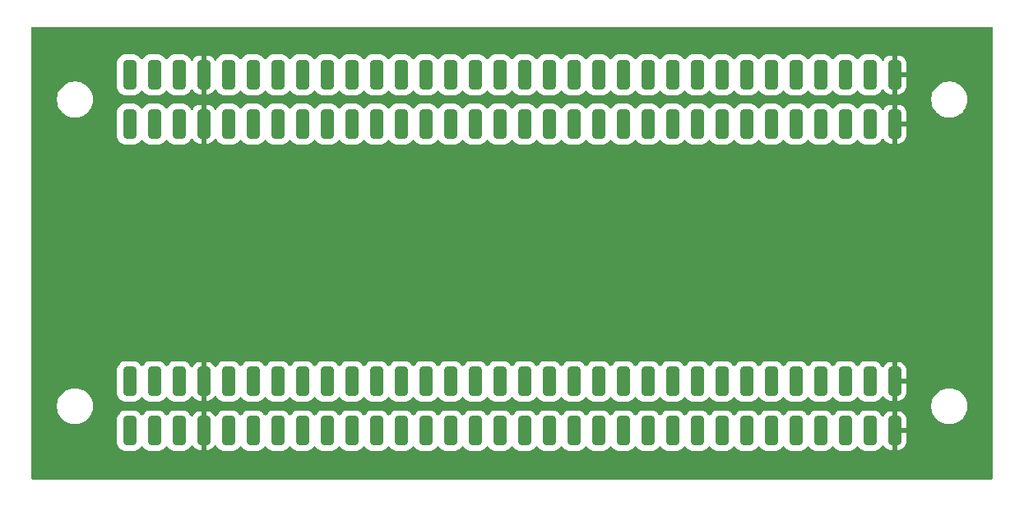
<source format=gbr>
G04 #@! TF.GenerationSoftware,KiCad,Pcbnew,8.0.2*
G04 #@! TF.CreationDate,2024-12-08T11:28:11+01:00*
G04 #@! TF.ProjectId,junior-internal-bus,6a756e69-6f72-42d6-996e-7465726e616c,rev?*
G04 #@! TF.SameCoordinates,Original*
G04 #@! TF.FileFunction,Copper,L1,Top*
G04 #@! TF.FilePolarity,Positive*
%FSLAX46Y46*%
G04 Gerber Fmt 4.6, Leading zero omitted, Abs format (unit mm)*
G04 Created by KiCad (PCBNEW 8.0.2) date 2024-12-08 11:28:11*
%MOMM*%
%LPD*%
G01*
G04 APERTURE LIST*
G04 Aperture macros list*
%AMRoundRect*
0 Rectangle with rounded corners*
0 $1 Rounding radius*
0 $2 $3 $4 $5 $6 $7 $8 $9 X,Y pos of 4 corners*
0 Add a 4 corners polygon primitive as box body*
4,1,4,$2,$3,$4,$5,$6,$7,$8,$9,$2,$3,0*
0 Add four circle primitives for the rounded corners*
1,1,$1+$1,$2,$3*
1,1,$1+$1,$4,$5*
1,1,$1+$1,$6,$7*
1,1,$1+$1,$8,$9*
0 Add four rect primitives between the rounded corners*
20,1,$1+$1,$2,$3,$4,$5,0*
20,1,$1+$1,$4,$5,$6,$7,0*
20,1,$1+$1,$6,$7,$8,$9,0*
20,1,$1+$1,$8,$9,$2,$3,0*%
G04 Aperture macros list end*
G04 #@! TA.AperFunction,ComponentPad*
%ADD10RoundRect,0.350000X-0.350000X-1.150000X0.350000X-1.150000X0.350000X1.150000X-0.350000X1.150000X0*%
G04 #@! TD*
G04 APERTURE END LIST*
D10*
X91440000Y-70040000D03*
X93980000Y-70040000D03*
X96520000Y-70040000D03*
X99060000Y-70040000D03*
X101600000Y-70040000D03*
X104140000Y-70040000D03*
X106680000Y-70040000D03*
X109220000Y-70040000D03*
X111760000Y-70040000D03*
X114300000Y-70040000D03*
X116840000Y-70040000D03*
X119380000Y-70040000D03*
X121920000Y-70040000D03*
X124460000Y-70040000D03*
X127000000Y-70040000D03*
X129540000Y-70040000D03*
X132080000Y-70040000D03*
X134620000Y-70040000D03*
X137160000Y-70040000D03*
X139700000Y-70040000D03*
X142240000Y-70040000D03*
X144780000Y-70040000D03*
X147320000Y-70040000D03*
X149860000Y-70040000D03*
X152400000Y-70040000D03*
X154940000Y-70040000D03*
X157480000Y-70040000D03*
X160020000Y-70040000D03*
X162560000Y-70040000D03*
X165100000Y-70040000D03*
X167640000Y-70040000D03*
X170180000Y-70040000D03*
X91440000Y-64960000D03*
X93980000Y-64960000D03*
X96520000Y-64960000D03*
X99060000Y-64960000D03*
X101600000Y-64960000D03*
X104140000Y-64960000D03*
X106680000Y-64960000D03*
X109220000Y-64960000D03*
X111760000Y-64960000D03*
X114300000Y-64960000D03*
X116840000Y-64960000D03*
X119380000Y-64960000D03*
X121920000Y-64960000D03*
X124460000Y-64960000D03*
X127000000Y-64960000D03*
X129540000Y-64960000D03*
X132080000Y-64960000D03*
X134620000Y-64960000D03*
X137160000Y-64960000D03*
X139700000Y-64960000D03*
X142240000Y-64960000D03*
X144780000Y-64960000D03*
X147320000Y-64960000D03*
X149860000Y-64960000D03*
X152400000Y-64960000D03*
X154940000Y-64960000D03*
X157480000Y-64960000D03*
X160020000Y-64960000D03*
X162560000Y-64960000D03*
X165100000Y-64960000D03*
X167640000Y-64960000D03*
X170180000Y-64960000D03*
X91440000Y-101640000D03*
X93980000Y-101640000D03*
X96520000Y-101640000D03*
X99060000Y-101640000D03*
X101600000Y-101640000D03*
X104140000Y-101640000D03*
X106680000Y-101640000D03*
X109220000Y-101640000D03*
X111760000Y-101640000D03*
X114300000Y-101640000D03*
X116840000Y-101640000D03*
X119380000Y-101640000D03*
X121920000Y-101640000D03*
X124460000Y-101640000D03*
X127000000Y-101640000D03*
X129540000Y-101640000D03*
X132080000Y-101640000D03*
X134620000Y-101640000D03*
X137160000Y-101640000D03*
X139700000Y-101640000D03*
X142240000Y-101640000D03*
X144780000Y-101640000D03*
X147320000Y-101640000D03*
X149860000Y-101640000D03*
X152400000Y-101640000D03*
X154940000Y-101640000D03*
X157480000Y-101640000D03*
X160020000Y-101640000D03*
X162560000Y-101640000D03*
X165100000Y-101640000D03*
X167640000Y-101640000D03*
X170180000Y-101640000D03*
X91440000Y-96560000D03*
X93980000Y-96560000D03*
X96520000Y-96560000D03*
X99060000Y-96560000D03*
X101600000Y-96560000D03*
X104140000Y-96560000D03*
X106680000Y-96560000D03*
X109220000Y-96560000D03*
X111760000Y-96560000D03*
X114300000Y-96560000D03*
X116840000Y-96560000D03*
X119380000Y-96560000D03*
X121920000Y-96560000D03*
X124460000Y-96560000D03*
X127000000Y-96560000D03*
X129540000Y-96560000D03*
X132080000Y-96560000D03*
X134620000Y-96560000D03*
X137160000Y-96560000D03*
X139700000Y-96560000D03*
X142240000Y-96560000D03*
X144780000Y-96560000D03*
X147320000Y-96560000D03*
X149860000Y-96560000D03*
X152400000Y-96560000D03*
X154940000Y-96560000D03*
X157480000Y-96560000D03*
X160020000Y-96560000D03*
X162560000Y-96560000D03*
X165100000Y-96560000D03*
X167640000Y-96560000D03*
X170180000Y-96560000D03*
G04 #@! TA.AperFunction,Conductor*
G36*
X180257539Y-60019685D02*
G01*
X180303294Y-60072489D01*
X180314500Y-60124000D01*
X180314500Y-106530500D01*
X180294815Y-106597539D01*
X180242011Y-106643294D01*
X180190500Y-106654500D01*
X81429500Y-106654500D01*
X81362461Y-106634815D01*
X81316706Y-106582011D01*
X81305500Y-106530500D01*
X81305500Y-98978711D01*
X83959500Y-98978711D01*
X83959500Y-99221288D01*
X83991161Y-99461785D01*
X84053947Y-99696104D01*
X84146773Y-99920205D01*
X84146776Y-99920212D01*
X84268064Y-100130289D01*
X84268066Y-100130292D01*
X84268067Y-100130293D01*
X84415733Y-100322736D01*
X84415739Y-100322743D01*
X84587256Y-100494260D01*
X84587262Y-100494265D01*
X84779711Y-100641936D01*
X84989788Y-100763224D01*
X85213900Y-100856054D01*
X85448211Y-100918838D01*
X85628586Y-100942584D01*
X85688711Y-100950500D01*
X85688712Y-100950500D01*
X85931289Y-100950500D01*
X85979388Y-100944167D01*
X86171789Y-100918838D01*
X86406100Y-100856054D01*
X86630212Y-100763224D01*
X86840289Y-100641936D01*
X87032738Y-100494265D01*
X87092140Y-100434863D01*
X90139500Y-100434863D01*
X90139500Y-102845136D01*
X90149582Y-102958548D01*
X90202762Y-103144405D01*
X90202763Y-103144406D01*
X90292266Y-103315751D01*
X90339518Y-103373700D01*
X90414428Y-103465571D01*
X90469429Y-103510418D01*
X90564249Y-103587734D01*
X90735594Y-103677237D01*
X90921448Y-103730417D01*
X91034862Y-103740500D01*
X91034870Y-103740500D01*
X91845130Y-103740500D01*
X91845138Y-103740500D01*
X91958552Y-103730417D01*
X92144406Y-103677237D01*
X92315751Y-103587734D01*
X92465571Y-103465571D01*
X92587734Y-103315751D01*
X92600091Y-103292095D01*
X92648576Y-103241787D01*
X92716564Y-103225679D01*
X92782467Y-103248885D01*
X92819909Y-103292095D01*
X92832264Y-103315748D01*
X92954428Y-103465571D01*
X93009429Y-103510418D01*
X93104249Y-103587734D01*
X93275594Y-103677237D01*
X93461448Y-103730417D01*
X93574862Y-103740500D01*
X93574870Y-103740500D01*
X94385130Y-103740500D01*
X94385138Y-103740500D01*
X94498552Y-103730417D01*
X94684406Y-103677237D01*
X94855751Y-103587734D01*
X95005571Y-103465571D01*
X95127734Y-103315751D01*
X95140091Y-103292095D01*
X95188576Y-103241787D01*
X95256564Y-103225679D01*
X95322467Y-103248885D01*
X95359909Y-103292095D01*
X95372264Y-103315748D01*
X95494428Y-103465571D01*
X95549429Y-103510418D01*
X95644249Y-103587734D01*
X95815594Y-103677237D01*
X96001448Y-103730417D01*
X96114862Y-103740500D01*
X96114870Y-103740500D01*
X96925130Y-103740500D01*
X96925138Y-103740500D01*
X97038552Y-103730417D01*
X97224406Y-103677237D01*
X97395751Y-103587734D01*
X97545571Y-103465571D01*
X97667734Y-103315751D01*
X97736661Y-103183794D01*
X97785146Y-103133490D01*
X97853134Y-103117382D01*
X97919037Y-103140588D01*
X97957657Y-103186112D01*
X97989582Y-103250482D01*
X98105414Y-103394584D01*
X98105415Y-103394585D01*
X98249518Y-103510418D01*
X98415150Y-103592564D01*
X98594568Y-103637184D01*
X98636088Y-103639999D01*
X98809999Y-103639999D01*
X98810000Y-103639998D01*
X98810000Y-101962757D01*
X98811324Y-101964081D01*
X98903676Y-102017400D01*
X99006681Y-102045000D01*
X99113319Y-102045000D01*
X99216324Y-102017400D01*
X99308676Y-101964081D01*
X99310000Y-101962757D01*
X99310000Y-103639999D01*
X99483911Y-103639999D01*
X99483917Y-103639998D01*
X99525423Y-103637185D01*
X99525425Y-103637185D01*
X99704849Y-103592564D01*
X99870481Y-103510418D01*
X100014584Y-103394585D01*
X100014585Y-103394584D01*
X100130418Y-103250481D01*
X100130420Y-103250478D01*
X100162342Y-103186114D01*
X100209763Y-103134801D01*
X100277398Y-103117271D01*
X100343773Y-103139091D01*
X100383339Y-103183797D01*
X100452266Y-103315751D01*
X100499518Y-103373700D01*
X100574428Y-103465571D01*
X100629429Y-103510418D01*
X100724249Y-103587734D01*
X100895594Y-103677237D01*
X101081448Y-103730417D01*
X101194862Y-103740500D01*
X101194870Y-103740500D01*
X102005130Y-103740500D01*
X102005138Y-103740500D01*
X102118552Y-103730417D01*
X102304406Y-103677237D01*
X102475751Y-103587734D01*
X102625571Y-103465571D01*
X102747734Y-103315751D01*
X102760091Y-103292095D01*
X102808576Y-103241787D01*
X102876564Y-103225679D01*
X102942467Y-103248885D01*
X102979909Y-103292095D01*
X102992264Y-103315748D01*
X103114428Y-103465571D01*
X103169429Y-103510418D01*
X103264249Y-103587734D01*
X103435594Y-103677237D01*
X103621448Y-103730417D01*
X103734862Y-103740500D01*
X103734870Y-103740500D01*
X104545130Y-103740500D01*
X104545138Y-103740500D01*
X104658552Y-103730417D01*
X104844406Y-103677237D01*
X105015751Y-103587734D01*
X105165571Y-103465571D01*
X105287734Y-103315751D01*
X105300091Y-103292095D01*
X105348576Y-103241787D01*
X105416564Y-103225679D01*
X105482467Y-103248885D01*
X105519909Y-103292095D01*
X105532264Y-103315748D01*
X105654428Y-103465571D01*
X105709429Y-103510418D01*
X105804249Y-103587734D01*
X105975594Y-103677237D01*
X106161448Y-103730417D01*
X106274862Y-103740500D01*
X106274870Y-103740500D01*
X107085130Y-103740500D01*
X107085138Y-103740500D01*
X107198552Y-103730417D01*
X107384406Y-103677237D01*
X107555751Y-103587734D01*
X107705571Y-103465571D01*
X107827734Y-103315751D01*
X107840091Y-103292095D01*
X107888576Y-103241787D01*
X107956564Y-103225679D01*
X108022467Y-103248885D01*
X108059909Y-103292095D01*
X108072264Y-103315748D01*
X108194428Y-103465571D01*
X108249429Y-103510418D01*
X108344249Y-103587734D01*
X108515594Y-103677237D01*
X108701448Y-103730417D01*
X108814862Y-103740500D01*
X108814870Y-103740500D01*
X109625130Y-103740500D01*
X109625138Y-103740500D01*
X109738552Y-103730417D01*
X109924406Y-103677237D01*
X110095751Y-103587734D01*
X110245571Y-103465571D01*
X110367734Y-103315751D01*
X110380091Y-103292095D01*
X110428576Y-103241787D01*
X110496564Y-103225679D01*
X110562467Y-103248885D01*
X110599909Y-103292095D01*
X110612264Y-103315748D01*
X110734428Y-103465571D01*
X110789429Y-103510418D01*
X110884249Y-103587734D01*
X111055594Y-103677237D01*
X111241448Y-103730417D01*
X111354862Y-103740500D01*
X111354870Y-103740500D01*
X112165130Y-103740500D01*
X112165138Y-103740500D01*
X112278552Y-103730417D01*
X112464406Y-103677237D01*
X112635751Y-103587734D01*
X112785571Y-103465571D01*
X112907734Y-103315751D01*
X112920091Y-103292095D01*
X112968576Y-103241787D01*
X113036564Y-103225679D01*
X113102467Y-103248885D01*
X113139909Y-103292095D01*
X113152264Y-103315748D01*
X113274428Y-103465571D01*
X113329429Y-103510418D01*
X113424249Y-103587734D01*
X113595594Y-103677237D01*
X113781448Y-103730417D01*
X113894862Y-103740500D01*
X113894870Y-103740500D01*
X114705130Y-103740500D01*
X114705138Y-103740500D01*
X114818552Y-103730417D01*
X115004406Y-103677237D01*
X115175751Y-103587734D01*
X115325571Y-103465571D01*
X115447734Y-103315751D01*
X115460091Y-103292095D01*
X115508576Y-103241787D01*
X115576564Y-103225679D01*
X115642467Y-103248885D01*
X115679909Y-103292095D01*
X115692264Y-103315748D01*
X115814428Y-103465571D01*
X115869429Y-103510418D01*
X115964249Y-103587734D01*
X116135594Y-103677237D01*
X116321448Y-103730417D01*
X116434862Y-103740500D01*
X116434870Y-103740500D01*
X117245130Y-103740500D01*
X117245138Y-103740500D01*
X117358552Y-103730417D01*
X117544406Y-103677237D01*
X117715751Y-103587734D01*
X117865571Y-103465571D01*
X117987734Y-103315751D01*
X118000091Y-103292095D01*
X118048576Y-103241787D01*
X118116564Y-103225679D01*
X118182467Y-103248885D01*
X118219909Y-103292095D01*
X118232264Y-103315748D01*
X118354428Y-103465571D01*
X118409429Y-103510418D01*
X118504249Y-103587734D01*
X118675594Y-103677237D01*
X118861448Y-103730417D01*
X118974862Y-103740500D01*
X118974870Y-103740500D01*
X119785130Y-103740500D01*
X119785138Y-103740500D01*
X119898552Y-103730417D01*
X120084406Y-103677237D01*
X120255751Y-103587734D01*
X120405571Y-103465571D01*
X120527734Y-103315751D01*
X120540091Y-103292095D01*
X120588576Y-103241787D01*
X120656564Y-103225679D01*
X120722467Y-103248885D01*
X120759909Y-103292095D01*
X120772264Y-103315748D01*
X120894428Y-103465571D01*
X120949429Y-103510418D01*
X121044249Y-103587734D01*
X121215594Y-103677237D01*
X121401448Y-103730417D01*
X121514862Y-103740500D01*
X121514870Y-103740500D01*
X122325130Y-103740500D01*
X122325138Y-103740500D01*
X122438552Y-103730417D01*
X122624406Y-103677237D01*
X122795751Y-103587734D01*
X122945571Y-103465571D01*
X123067734Y-103315751D01*
X123080091Y-103292095D01*
X123128576Y-103241787D01*
X123196564Y-103225679D01*
X123262467Y-103248885D01*
X123299909Y-103292095D01*
X123312264Y-103315748D01*
X123434428Y-103465571D01*
X123489429Y-103510418D01*
X123584249Y-103587734D01*
X123755594Y-103677237D01*
X123941448Y-103730417D01*
X124054862Y-103740500D01*
X124054870Y-103740500D01*
X124865130Y-103740500D01*
X124865138Y-103740500D01*
X124978552Y-103730417D01*
X125164406Y-103677237D01*
X125335751Y-103587734D01*
X125485571Y-103465571D01*
X125607734Y-103315751D01*
X125620091Y-103292095D01*
X125668576Y-103241787D01*
X125736564Y-103225679D01*
X125802467Y-103248885D01*
X125839909Y-103292095D01*
X125852264Y-103315748D01*
X125974428Y-103465571D01*
X126029429Y-103510418D01*
X126124249Y-103587734D01*
X126295594Y-103677237D01*
X126481448Y-103730417D01*
X126594862Y-103740500D01*
X126594870Y-103740500D01*
X127405130Y-103740500D01*
X127405138Y-103740500D01*
X127518552Y-103730417D01*
X127704406Y-103677237D01*
X127875751Y-103587734D01*
X128025571Y-103465571D01*
X128147734Y-103315751D01*
X128160091Y-103292095D01*
X128208576Y-103241787D01*
X128276564Y-103225679D01*
X128342467Y-103248885D01*
X128379909Y-103292095D01*
X128392264Y-103315748D01*
X128514428Y-103465571D01*
X128569429Y-103510418D01*
X128664249Y-103587734D01*
X128835594Y-103677237D01*
X129021448Y-103730417D01*
X129134862Y-103740500D01*
X129134870Y-103740500D01*
X129945130Y-103740500D01*
X129945138Y-103740500D01*
X130058552Y-103730417D01*
X130244406Y-103677237D01*
X130415751Y-103587734D01*
X130565571Y-103465571D01*
X130687734Y-103315751D01*
X130700091Y-103292095D01*
X130748576Y-103241787D01*
X130816564Y-103225679D01*
X130882467Y-103248885D01*
X130919909Y-103292095D01*
X130932264Y-103315748D01*
X131054428Y-103465571D01*
X131109429Y-103510418D01*
X131204249Y-103587734D01*
X131375594Y-103677237D01*
X131561448Y-103730417D01*
X131674862Y-103740500D01*
X131674870Y-103740500D01*
X132485130Y-103740500D01*
X132485138Y-103740500D01*
X132598552Y-103730417D01*
X132784406Y-103677237D01*
X132955751Y-103587734D01*
X133105571Y-103465571D01*
X133227734Y-103315751D01*
X133240091Y-103292095D01*
X133288576Y-103241787D01*
X133356564Y-103225679D01*
X133422467Y-103248885D01*
X133459909Y-103292095D01*
X133472264Y-103315748D01*
X133594428Y-103465571D01*
X133649429Y-103510418D01*
X133744249Y-103587734D01*
X133915594Y-103677237D01*
X134101448Y-103730417D01*
X134214862Y-103740500D01*
X134214870Y-103740500D01*
X135025130Y-103740500D01*
X135025138Y-103740500D01*
X135138552Y-103730417D01*
X135324406Y-103677237D01*
X135495751Y-103587734D01*
X135645571Y-103465571D01*
X135767734Y-103315751D01*
X135780091Y-103292095D01*
X135828576Y-103241787D01*
X135896564Y-103225679D01*
X135962467Y-103248885D01*
X135999909Y-103292095D01*
X136012264Y-103315748D01*
X136134428Y-103465571D01*
X136189429Y-103510418D01*
X136284249Y-103587734D01*
X136455594Y-103677237D01*
X136641448Y-103730417D01*
X136754862Y-103740500D01*
X136754870Y-103740500D01*
X137565130Y-103740500D01*
X137565138Y-103740500D01*
X137678552Y-103730417D01*
X137864406Y-103677237D01*
X138035751Y-103587734D01*
X138185571Y-103465571D01*
X138307734Y-103315751D01*
X138320091Y-103292095D01*
X138368576Y-103241787D01*
X138436564Y-103225679D01*
X138502467Y-103248885D01*
X138539909Y-103292095D01*
X138552264Y-103315748D01*
X138674428Y-103465571D01*
X138729429Y-103510418D01*
X138824249Y-103587734D01*
X138995594Y-103677237D01*
X139181448Y-103730417D01*
X139294862Y-103740500D01*
X139294870Y-103740500D01*
X140105130Y-103740500D01*
X140105138Y-103740500D01*
X140218552Y-103730417D01*
X140404406Y-103677237D01*
X140575751Y-103587734D01*
X140725571Y-103465571D01*
X140847734Y-103315751D01*
X140860091Y-103292095D01*
X140908576Y-103241787D01*
X140976564Y-103225679D01*
X141042467Y-103248885D01*
X141079909Y-103292095D01*
X141092264Y-103315748D01*
X141214428Y-103465571D01*
X141269429Y-103510418D01*
X141364249Y-103587734D01*
X141535594Y-103677237D01*
X141721448Y-103730417D01*
X141834862Y-103740500D01*
X141834870Y-103740500D01*
X142645130Y-103740500D01*
X142645138Y-103740500D01*
X142758552Y-103730417D01*
X142944406Y-103677237D01*
X143115751Y-103587734D01*
X143265571Y-103465571D01*
X143387734Y-103315751D01*
X143400091Y-103292095D01*
X143448576Y-103241787D01*
X143516564Y-103225679D01*
X143582467Y-103248885D01*
X143619909Y-103292095D01*
X143632264Y-103315748D01*
X143754428Y-103465571D01*
X143809429Y-103510418D01*
X143904249Y-103587734D01*
X144075594Y-103677237D01*
X144261448Y-103730417D01*
X144374862Y-103740500D01*
X144374870Y-103740500D01*
X145185130Y-103740500D01*
X145185138Y-103740500D01*
X145298552Y-103730417D01*
X145484406Y-103677237D01*
X145655751Y-103587734D01*
X145805571Y-103465571D01*
X145927734Y-103315751D01*
X145940091Y-103292095D01*
X145988576Y-103241787D01*
X146056564Y-103225679D01*
X146122467Y-103248885D01*
X146159909Y-103292095D01*
X146172264Y-103315748D01*
X146294428Y-103465571D01*
X146349429Y-103510418D01*
X146444249Y-103587734D01*
X146615594Y-103677237D01*
X146801448Y-103730417D01*
X146914862Y-103740500D01*
X146914870Y-103740500D01*
X147725130Y-103740500D01*
X147725138Y-103740500D01*
X147838552Y-103730417D01*
X148024406Y-103677237D01*
X148195751Y-103587734D01*
X148345571Y-103465571D01*
X148467734Y-103315751D01*
X148480091Y-103292095D01*
X148528576Y-103241787D01*
X148596564Y-103225679D01*
X148662467Y-103248885D01*
X148699909Y-103292095D01*
X148712264Y-103315748D01*
X148834428Y-103465571D01*
X148889429Y-103510418D01*
X148984249Y-103587734D01*
X149155594Y-103677237D01*
X149341448Y-103730417D01*
X149454862Y-103740500D01*
X149454870Y-103740500D01*
X150265130Y-103740500D01*
X150265138Y-103740500D01*
X150378552Y-103730417D01*
X150564406Y-103677237D01*
X150735751Y-103587734D01*
X150885571Y-103465571D01*
X151007734Y-103315751D01*
X151020091Y-103292095D01*
X151068576Y-103241787D01*
X151136564Y-103225679D01*
X151202467Y-103248885D01*
X151239909Y-103292095D01*
X151252264Y-103315748D01*
X151374428Y-103465571D01*
X151429429Y-103510418D01*
X151524249Y-103587734D01*
X151695594Y-103677237D01*
X151881448Y-103730417D01*
X151994862Y-103740500D01*
X151994870Y-103740500D01*
X152805130Y-103740500D01*
X152805138Y-103740500D01*
X152918552Y-103730417D01*
X153104406Y-103677237D01*
X153275751Y-103587734D01*
X153425571Y-103465571D01*
X153547734Y-103315751D01*
X153560091Y-103292095D01*
X153608576Y-103241787D01*
X153676564Y-103225679D01*
X153742467Y-103248885D01*
X153779909Y-103292095D01*
X153792264Y-103315748D01*
X153914428Y-103465571D01*
X153969429Y-103510418D01*
X154064249Y-103587734D01*
X154235594Y-103677237D01*
X154421448Y-103730417D01*
X154534862Y-103740500D01*
X154534870Y-103740500D01*
X155345130Y-103740500D01*
X155345138Y-103740500D01*
X155458552Y-103730417D01*
X155644406Y-103677237D01*
X155815751Y-103587734D01*
X155965571Y-103465571D01*
X156087734Y-103315751D01*
X156100091Y-103292095D01*
X156148576Y-103241787D01*
X156216564Y-103225679D01*
X156282467Y-103248885D01*
X156319909Y-103292095D01*
X156332264Y-103315748D01*
X156454428Y-103465571D01*
X156509429Y-103510418D01*
X156604249Y-103587734D01*
X156775594Y-103677237D01*
X156961448Y-103730417D01*
X157074862Y-103740500D01*
X157074870Y-103740500D01*
X157885130Y-103740500D01*
X157885138Y-103740500D01*
X157998552Y-103730417D01*
X158184406Y-103677237D01*
X158355751Y-103587734D01*
X158505571Y-103465571D01*
X158627734Y-103315751D01*
X158640091Y-103292095D01*
X158688576Y-103241787D01*
X158756564Y-103225679D01*
X158822467Y-103248885D01*
X158859909Y-103292095D01*
X158872264Y-103315748D01*
X158994428Y-103465571D01*
X159049429Y-103510418D01*
X159144249Y-103587734D01*
X159315594Y-103677237D01*
X159501448Y-103730417D01*
X159614862Y-103740500D01*
X159614870Y-103740500D01*
X160425130Y-103740500D01*
X160425138Y-103740500D01*
X160538552Y-103730417D01*
X160724406Y-103677237D01*
X160895751Y-103587734D01*
X161045571Y-103465571D01*
X161167734Y-103315751D01*
X161180091Y-103292095D01*
X161228576Y-103241787D01*
X161296564Y-103225679D01*
X161362467Y-103248885D01*
X161399909Y-103292095D01*
X161412264Y-103315748D01*
X161534428Y-103465571D01*
X161589429Y-103510418D01*
X161684249Y-103587734D01*
X161855594Y-103677237D01*
X162041448Y-103730417D01*
X162154862Y-103740500D01*
X162154870Y-103740500D01*
X162965130Y-103740500D01*
X162965138Y-103740500D01*
X163078552Y-103730417D01*
X163264406Y-103677237D01*
X163435751Y-103587734D01*
X163585571Y-103465571D01*
X163707734Y-103315751D01*
X163720091Y-103292095D01*
X163768576Y-103241787D01*
X163836564Y-103225679D01*
X163902467Y-103248885D01*
X163939909Y-103292095D01*
X163952264Y-103315748D01*
X164074428Y-103465571D01*
X164129429Y-103510418D01*
X164224249Y-103587734D01*
X164395594Y-103677237D01*
X164581448Y-103730417D01*
X164694862Y-103740500D01*
X164694870Y-103740500D01*
X165505130Y-103740500D01*
X165505138Y-103740500D01*
X165618552Y-103730417D01*
X165804406Y-103677237D01*
X165975751Y-103587734D01*
X166125571Y-103465571D01*
X166247734Y-103315751D01*
X166260091Y-103292095D01*
X166308576Y-103241787D01*
X166376564Y-103225679D01*
X166442467Y-103248885D01*
X166479909Y-103292095D01*
X166492264Y-103315748D01*
X166614428Y-103465571D01*
X166669429Y-103510418D01*
X166764249Y-103587734D01*
X166935594Y-103677237D01*
X167121448Y-103730417D01*
X167234862Y-103740500D01*
X167234870Y-103740500D01*
X168045130Y-103740500D01*
X168045138Y-103740500D01*
X168158552Y-103730417D01*
X168344406Y-103677237D01*
X168515751Y-103587734D01*
X168665571Y-103465571D01*
X168787734Y-103315751D01*
X168856661Y-103183794D01*
X168905146Y-103133490D01*
X168973134Y-103117382D01*
X169039037Y-103140588D01*
X169077657Y-103186112D01*
X169109582Y-103250482D01*
X169225414Y-103394584D01*
X169225415Y-103394585D01*
X169369518Y-103510418D01*
X169535150Y-103592564D01*
X169714568Y-103637184D01*
X169756088Y-103639999D01*
X169929999Y-103639999D01*
X169930000Y-103639998D01*
X169930000Y-101962757D01*
X169931324Y-101964081D01*
X170023676Y-102017400D01*
X170126681Y-102045000D01*
X170233319Y-102045000D01*
X170336324Y-102017400D01*
X170428676Y-101964081D01*
X170430000Y-101962757D01*
X170430000Y-103639999D01*
X170603911Y-103639999D01*
X170603917Y-103639998D01*
X170645423Y-103637185D01*
X170645425Y-103637185D01*
X170824849Y-103592564D01*
X170990481Y-103510418D01*
X171134584Y-103394585D01*
X171134585Y-103394584D01*
X171250418Y-103250481D01*
X171332564Y-103084849D01*
X171377184Y-102905431D01*
X171380000Y-102863911D01*
X171380000Y-101890000D01*
X170502757Y-101890000D01*
X170504081Y-101888676D01*
X170557400Y-101796324D01*
X170585000Y-101693319D01*
X170585000Y-101586681D01*
X170557400Y-101483676D01*
X170504081Y-101391324D01*
X170502757Y-101390000D01*
X171379999Y-101390000D01*
X171379999Y-100416089D01*
X171379998Y-100416082D01*
X171377185Y-100374576D01*
X171377185Y-100374574D01*
X171332564Y-100195150D01*
X171250418Y-100029518D01*
X171134585Y-99885415D01*
X171134584Y-99885414D01*
X170990481Y-99769581D01*
X170824849Y-99687435D01*
X170645431Y-99642815D01*
X170603912Y-99640000D01*
X170430000Y-99640000D01*
X170430000Y-101317243D01*
X170428676Y-101315919D01*
X170336324Y-101262600D01*
X170233319Y-101235000D01*
X170126681Y-101235000D01*
X170023676Y-101262600D01*
X169931324Y-101315919D01*
X169930000Y-101317243D01*
X169930000Y-99640000D01*
X169756088Y-99640000D01*
X169756081Y-99640001D01*
X169714576Y-99642814D01*
X169714574Y-99642814D01*
X169535150Y-99687435D01*
X169369518Y-99769581D01*
X169225415Y-99885414D01*
X169225414Y-99885415D01*
X169109581Y-100029518D01*
X169109579Y-100029522D01*
X169077656Y-100093887D01*
X169030234Y-100145199D01*
X168962599Y-100162727D01*
X168896224Y-100140907D01*
X168856660Y-100096202D01*
X168855451Y-100093887D01*
X168787734Y-99964249D01*
X168723452Y-99885414D01*
X168665571Y-99814428D01*
X168573700Y-99739518D01*
X168515751Y-99692266D01*
X168415693Y-99640000D01*
X168344405Y-99602762D01*
X168189845Y-99558537D01*
X168158552Y-99549583D01*
X168158551Y-99549582D01*
X168158548Y-99549582D01*
X168069662Y-99541680D01*
X168045138Y-99539500D01*
X167234862Y-99539500D01*
X167222599Y-99540590D01*
X167121451Y-99549582D01*
X166935594Y-99602762D01*
X166764250Y-99692265D01*
X166614428Y-99814428D01*
X166492266Y-99964248D01*
X166479909Y-99987906D01*
X166431422Y-100038213D01*
X166363434Y-100054320D01*
X166297531Y-100031113D01*
X166260091Y-99987906D01*
X166247734Y-99964249D01*
X166183452Y-99885414D01*
X166125571Y-99814428D01*
X166033700Y-99739518D01*
X165975751Y-99692266D01*
X165875693Y-99640000D01*
X165804405Y-99602762D01*
X165649845Y-99558537D01*
X165618552Y-99549583D01*
X165618551Y-99549582D01*
X165618548Y-99549582D01*
X165529662Y-99541680D01*
X165505138Y-99539500D01*
X164694862Y-99539500D01*
X164682599Y-99540590D01*
X164581451Y-99549582D01*
X164395594Y-99602762D01*
X164224250Y-99692265D01*
X164074428Y-99814428D01*
X163952266Y-99964248D01*
X163939909Y-99987906D01*
X163891422Y-100038213D01*
X163823434Y-100054320D01*
X163757531Y-100031113D01*
X163720091Y-99987906D01*
X163707734Y-99964249D01*
X163643452Y-99885414D01*
X163585571Y-99814428D01*
X163493700Y-99739518D01*
X163435751Y-99692266D01*
X163335693Y-99640000D01*
X163264405Y-99602762D01*
X163109845Y-99558537D01*
X163078552Y-99549583D01*
X163078551Y-99549582D01*
X163078548Y-99549582D01*
X162989662Y-99541680D01*
X162965138Y-99539500D01*
X162154862Y-99539500D01*
X162142599Y-99540590D01*
X162041451Y-99549582D01*
X161855594Y-99602762D01*
X161684250Y-99692265D01*
X161534428Y-99814428D01*
X161412266Y-99964248D01*
X161399909Y-99987906D01*
X161351422Y-100038213D01*
X161283434Y-100054320D01*
X161217531Y-100031113D01*
X161180091Y-99987906D01*
X161167734Y-99964249D01*
X161103452Y-99885414D01*
X161045571Y-99814428D01*
X160953700Y-99739518D01*
X160895751Y-99692266D01*
X160795693Y-99640000D01*
X160724405Y-99602762D01*
X160569845Y-99558537D01*
X160538552Y-99549583D01*
X160538551Y-99549582D01*
X160538548Y-99549582D01*
X160449662Y-99541680D01*
X160425138Y-99539500D01*
X159614862Y-99539500D01*
X159602599Y-99540590D01*
X159501451Y-99549582D01*
X159315594Y-99602762D01*
X159144250Y-99692265D01*
X158994428Y-99814428D01*
X158872266Y-99964248D01*
X158859909Y-99987906D01*
X158811422Y-100038213D01*
X158743434Y-100054320D01*
X158677531Y-100031113D01*
X158640091Y-99987906D01*
X158627734Y-99964249D01*
X158563452Y-99885414D01*
X158505571Y-99814428D01*
X158413700Y-99739518D01*
X158355751Y-99692266D01*
X158255693Y-99640000D01*
X158184405Y-99602762D01*
X158029845Y-99558537D01*
X157998552Y-99549583D01*
X157998551Y-99549582D01*
X157998548Y-99549582D01*
X157909662Y-99541680D01*
X157885138Y-99539500D01*
X157074862Y-99539500D01*
X157062599Y-99540590D01*
X156961451Y-99549582D01*
X156775594Y-99602762D01*
X156604250Y-99692265D01*
X156454428Y-99814428D01*
X156332266Y-99964248D01*
X156319909Y-99987906D01*
X156271422Y-100038213D01*
X156203434Y-100054320D01*
X156137531Y-100031113D01*
X156100091Y-99987906D01*
X156087734Y-99964249D01*
X156023452Y-99885414D01*
X155965571Y-99814428D01*
X155873700Y-99739518D01*
X155815751Y-99692266D01*
X155715693Y-99640000D01*
X155644405Y-99602762D01*
X155489845Y-99558537D01*
X155458552Y-99549583D01*
X155458551Y-99549582D01*
X155458548Y-99549582D01*
X155369662Y-99541680D01*
X155345138Y-99539500D01*
X154534862Y-99539500D01*
X154522599Y-99540590D01*
X154421451Y-99549582D01*
X154235594Y-99602762D01*
X154064250Y-99692265D01*
X153914428Y-99814428D01*
X153792266Y-99964248D01*
X153779909Y-99987906D01*
X153731422Y-100038213D01*
X153663434Y-100054320D01*
X153597531Y-100031113D01*
X153560091Y-99987906D01*
X153547734Y-99964249D01*
X153483452Y-99885414D01*
X153425571Y-99814428D01*
X153333700Y-99739518D01*
X153275751Y-99692266D01*
X153175693Y-99640000D01*
X153104405Y-99602762D01*
X152949845Y-99558537D01*
X152918552Y-99549583D01*
X152918551Y-99549582D01*
X152918548Y-99549582D01*
X152829662Y-99541680D01*
X152805138Y-99539500D01*
X151994862Y-99539500D01*
X151982599Y-99540590D01*
X151881451Y-99549582D01*
X151695594Y-99602762D01*
X151524250Y-99692265D01*
X151374428Y-99814428D01*
X151252266Y-99964248D01*
X151239909Y-99987906D01*
X151191422Y-100038213D01*
X151123434Y-100054320D01*
X151057531Y-100031113D01*
X151020091Y-99987906D01*
X151007734Y-99964249D01*
X150943452Y-99885414D01*
X150885571Y-99814428D01*
X150793700Y-99739518D01*
X150735751Y-99692266D01*
X150635693Y-99640000D01*
X150564405Y-99602762D01*
X150409845Y-99558537D01*
X150378552Y-99549583D01*
X150378551Y-99549582D01*
X150378548Y-99549582D01*
X150289662Y-99541680D01*
X150265138Y-99539500D01*
X149454862Y-99539500D01*
X149442599Y-99540590D01*
X149341451Y-99549582D01*
X149155594Y-99602762D01*
X148984250Y-99692265D01*
X148834428Y-99814428D01*
X148712266Y-99964248D01*
X148699909Y-99987906D01*
X148651422Y-100038213D01*
X148583434Y-100054320D01*
X148517531Y-100031113D01*
X148480091Y-99987906D01*
X148467734Y-99964249D01*
X148403452Y-99885414D01*
X148345571Y-99814428D01*
X148253700Y-99739518D01*
X148195751Y-99692266D01*
X148095693Y-99640000D01*
X148024405Y-99602762D01*
X147869845Y-99558537D01*
X147838552Y-99549583D01*
X147838551Y-99549582D01*
X147838548Y-99549582D01*
X147749662Y-99541680D01*
X147725138Y-99539500D01*
X146914862Y-99539500D01*
X146902599Y-99540590D01*
X146801451Y-99549582D01*
X146615594Y-99602762D01*
X146444250Y-99692265D01*
X146294428Y-99814428D01*
X146172266Y-99964248D01*
X146159909Y-99987906D01*
X146111422Y-100038213D01*
X146043434Y-100054320D01*
X145977531Y-100031113D01*
X145940091Y-99987906D01*
X145927734Y-99964249D01*
X145863452Y-99885414D01*
X145805571Y-99814428D01*
X145713700Y-99739518D01*
X145655751Y-99692266D01*
X145555693Y-99640000D01*
X145484405Y-99602762D01*
X145329845Y-99558537D01*
X145298552Y-99549583D01*
X145298551Y-99549582D01*
X145298548Y-99549582D01*
X145209662Y-99541680D01*
X145185138Y-99539500D01*
X144374862Y-99539500D01*
X144362599Y-99540590D01*
X144261451Y-99549582D01*
X144075594Y-99602762D01*
X143904250Y-99692265D01*
X143754428Y-99814428D01*
X143632266Y-99964248D01*
X143619909Y-99987906D01*
X143571422Y-100038213D01*
X143503434Y-100054320D01*
X143437531Y-100031113D01*
X143400091Y-99987906D01*
X143387734Y-99964249D01*
X143323452Y-99885414D01*
X143265571Y-99814428D01*
X143173700Y-99739518D01*
X143115751Y-99692266D01*
X143015693Y-99640000D01*
X142944405Y-99602762D01*
X142789845Y-99558537D01*
X142758552Y-99549583D01*
X142758551Y-99549582D01*
X142758548Y-99549582D01*
X142669662Y-99541680D01*
X142645138Y-99539500D01*
X141834862Y-99539500D01*
X141822599Y-99540590D01*
X141721451Y-99549582D01*
X141535594Y-99602762D01*
X141364250Y-99692265D01*
X141214428Y-99814428D01*
X141092266Y-99964248D01*
X141079909Y-99987906D01*
X141031422Y-100038213D01*
X140963434Y-100054320D01*
X140897531Y-100031113D01*
X140860091Y-99987906D01*
X140847734Y-99964249D01*
X140783452Y-99885414D01*
X140725571Y-99814428D01*
X140633700Y-99739518D01*
X140575751Y-99692266D01*
X140475693Y-99640000D01*
X140404405Y-99602762D01*
X140249845Y-99558537D01*
X140218552Y-99549583D01*
X140218551Y-99549582D01*
X140218548Y-99549582D01*
X140129662Y-99541680D01*
X140105138Y-99539500D01*
X139294862Y-99539500D01*
X139282599Y-99540590D01*
X139181451Y-99549582D01*
X138995594Y-99602762D01*
X138824250Y-99692265D01*
X138674428Y-99814428D01*
X138552266Y-99964248D01*
X138539909Y-99987906D01*
X138491422Y-100038213D01*
X138423434Y-100054320D01*
X138357531Y-100031113D01*
X138320091Y-99987906D01*
X138307734Y-99964249D01*
X138243452Y-99885414D01*
X138185571Y-99814428D01*
X138093700Y-99739518D01*
X138035751Y-99692266D01*
X137935693Y-99640000D01*
X137864405Y-99602762D01*
X137709845Y-99558537D01*
X137678552Y-99549583D01*
X137678551Y-99549582D01*
X137678548Y-99549582D01*
X137589662Y-99541680D01*
X137565138Y-99539500D01*
X136754862Y-99539500D01*
X136742599Y-99540590D01*
X136641451Y-99549582D01*
X136455594Y-99602762D01*
X136284250Y-99692265D01*
X136134428Y-99814428D01*
X136012266Y-99964248D01*
X135999909Y-99987906D01*
X135951422Y-100038213D01*
X135883434Y-100054320D01*
X135817531Y-100031113D01*
X135780091Y-99987906D01*
X135767734Y-99964249D01*
X135703452Y-99885414D01*
X135645571Y-99814428D01*
X135553700Y-99739518D01*
X135495751Y-99692266D01*
X135395693Y-99640000D01*
X135324405Y-99602762D01*
X135169845Y-99558537D01*
X135138552Y-99549583D01*
X135138551Y-99549582D01*
X135138548Y-99549582D01*
X135049662Y-99541680D01*
X135025138Y-99539500D01*
X134214862Y-99539500D01*
X134202599Y-99540590D01*
X134101451Y-99549582D01*
X133915594Y-99602762D01*
X133744250Y-99692265D01*
X133594428Y-99814428D01*
X133472266Y-99964248D01*
X133459909Y-99987906D01*
X133411422Y-100038213D01*
X133343434Y-100054320D01*
X133277531Y-100031113D01*
X133240091Y-99987906D01*
X133227734Y-99964249D01*
X133163452Y-99885414D01*
X133105571Y-99814428D01*
X133013700Y-99739518D01*
X132955751Y-99692266D01*
X132855693Y-99640000D01*
X132784405Y-99602762D01*
X132629845Y-99558537D01*
X132598552Y-99549583D01*
X132598551Y-99549582D01*
X132598548Y-99549582D01*
X132509662Y-99541680D01*
X132485138Y-99539500D01*
X131674862Y-99539500D01*
X131662599Y-99540590D01*
X131561451Y-99549582D01*
X131375594Y-99602762D01*
X131204250Y-99692265D01*
X131054428Y-99814428D01*
X130932266Y-99964248D01*
X130919909Y-99987906D01*
X130871422Y-100038213D01*
X130803434Y-100054320D01*
X130737531Y-100031113D01*
X130700091Y-99987906D01*
X130687734Y-99964249D01*
X130623452Y-99885414D01*
X130565571Y-99814428D01*
X130473700Y-99739518D01*
X130415751Y-99692266D01*
X130315693Y-99640000D01*
X130244405Y-99602762D01*
X130089845Y-99558537D01*
X130058552Y-99549583D01*
X130058551Y-99549582D01*
X130058548Y-99549582D01*
X129969662Y-99541680D01*
X129945138Y-99539500D01*
X129134862Y-99539500D01*
X129122599Y-99540590D01*
X129021451Y-99549582D01*
X128835594Y-99602762D01*
X128664250Y-99692265D01*
X128514428Y-99814428D01*
X128392266Y-99964248D01*
X128379909Y-99987906D01*
X128331422Y-100038213D01*
X128263434Y-100054320D01*
X128197531Y-100031113D01*
X128160091Y-99987906D01*
X128147734Y-99964249D01*
X128083452Y-99885414D01*
X128025571Y-99814428D01*
X127933700Y-99739518D01*
X127875751Y-99692266D01*
X127775693Y-99640000D01*
X127704405Y-99602762D01*
X127549845Y-99558537D01*
X127518552Y-99549583D01*
X127518551Y-99549582D01*
X127518548Y-99549582D01*
X127429662Y-99541680D01*
X127405138Y-99539500D01*
X126594862Y-99539500D01*
X126582599Y-99540590D01*
X126481451Y-99549582D01*
X126295594Y-99602762D01*
X126124250Y-99692265D01*
X125974428Y-99814428D01*
X125852266Y-99964248D01*
X125839909Y-99987906D01*
X125791422Y-100038213D01*
X125723434Y-100054320D01*
X125657531Y-100031113D01*
X125620091Y-99987906D01*
X125607734Y-99964249D01*
X125543452Y-99885414D01*
X125485571Y-99814428D01*
X125393700Y-99739518D01*
X125335751Y-99692266D01*
X125235693Y-99640000D01*
X125164405Y-99602762D01*
X125009845Y-99558537D01*
X124978552Y-99549583D01*
X124978551Y-99549582D01*
X124978548Y-99549582D01*
X124889662Y-99541680D01*
X124865138Y-99539500D01*
X124054862Y-99539500D01*
X124042599Y-99540590D01*
X123941451Y-99549582D01*
X123755594Y-99602762D01*
X123584250Y-99692265D01*
X123434428Y-99814428D01*
X123312266Y-99964248D01*
X123299909Y-99987906D01*
X123251422Y-100038213D01*
X123183434Y-100054320D01*
X123117531Y-100031113D01*
X123080091Y-99987906D01*
X123067734Y-99964249D01*
X123003452Y-99885414D01*
X122945571Y-99814428D01*
X122853700Y-99739518D01*
X122795751Y-99692266D01*
X122695693Y-99640000D01*
X122624405Y-99602762D01*
X122469845Y-99558537D01*
X122438552Y-99549583D01*
X122438551Y-99549582D01*
X122438548Y-99549582D01*
X122349662Y-99541680D01*
X122325138Y-99539500D01*
X121514862Y-99539500D01*
X121502599Y-99540590D01*
X121401451Y-99549582D01*
X121215594Y-99602762D01*
X121044250Y-99692265D01*
X120894428Y-99814428D01*
X120772266Y-99964248D01*
X120759909Y-99987906D01*
X120711422Y-100038213D01*
X120643434Y-100054320D01*
X120577531Y-100031113D01*
X120540091Y-99987906D01*
X120527734Y-99964249D01*
X120463452Y-99885414D01*
X120405571Y-99814428D01*
X120313700Y-99739518D01*
X120255751Y-99692266D01*
X120155693Y-99640000D01*
X120084405Y-99602762D01*
X119929845Y-99558537D01*
X119898552Y-99549583D01*
X119898551Y-99549582D01*
X119898548Y-99549582D01*
X119809662Y-99541680D01*
X119785138Y-99539500D01*
X118974862Y-99539500D01*
X118962599Y-99540590D01*
X118861451Y-99549582D01*
X118675594Y-99602762D01*
X118504250Y-99692265D01*
X118354428Y-99814428D01*
X118232266Y-99964248D01*
X118219909Y-99987906D01*
X118171422Y-100038213D01*
X118103434Y-100054320D01*
X118037531Y-100031113D01*
X118000091Y-99987906D01*
X117987734Y-99964249D01*
X117923452Y-99885414D01*
X117865571Y-99814428D01*
X117773700Y-99739518D01*
X117715751Y-99692266D01*
X117615693Y-99640000D01*
X117544405Y-99602762D01*
X117389845Y-99558537D01*
X117358552Y-99549583D01*
X117358551Y-99549582D01*
X117358548Y-99549582D01*
X117269662Y-99541680D01*
X117245138Y-99539500D01*
X116434862Y-99539500D01*
X116422599Y-99540590D01*
X116321451Y-99549582D01*
X116135594Y-99602762D01*
X115964250Y-99692265D01*
X115814428Y-99814428D01*
X115692266Y-99964248D01*
X115679909Y-99987906D01*
X115631422Y-100038213D01*
X115563434Y-100054320D01*
X115497531Y-100031113D01*
X115460091Y-99987906D01*
X115447734Y-99964249D01*
X115383452Y-99885414D01*
X115325571Y-99814428D01*
X115233700Y-99739518D01*
X115175751Y-99692266D01*
X115075693Y-99640000D01*
X115004405Y-99602762D01*
X114849845Y-99558537D01*
X114818552Y-99549583D01*
X114818551Y-99549582D01*
X114818548Y-99549582D01*
X114729662Y-99541680D01*
X114705138Y-99539500D01*
X113894862Y-99539500D01*
X113882599Y-99540590D01*
X113781451Y-99549582D01*
X113595594Y-99602762D01*
X113424250Y-99692265D01*
X113274428Y-99814428D01*
X113152266Y-99964248D01*
X113139909Y-99987906D01*
X113091422Y-100038213D01*
X113023434Y-100054320D01*
X112957531Y-100031113D01*
X112920091Y-99987906D01*
X112907734Y-99964249D01*
X112843452Y-99885414D01*
X112785571Y-99814428D01*
X112693700Y-99739518D01*
X112635751Y-99692266D01*
X112535693Y-99640000D01*
X112464405Y-99602762D01*
X112309845Y-99558537D01*
X112278552Y-99549583D01*
X112278551Y-99549582D01*
X112278548Y-99549582D01*
X112189662Y-99541680D01*
X112165138Y-99539500D01*
X111354862Y-99539500D01*
X111342599Y-99540590D01*
X111241451Y-99549582D01*
X111055594Y-99602762D01*
X110884250Y-99692265D01*
X110734428Y-99814428D01*
X110612266Y-99964248D01*
X110599909Y-99987906D01*
X110551422Y-100038213D01*
X110483434Y-100054320D01*
X110417531Y-100031113D01*
X110380091Y-99987906D01*
X110367734Y-99964249D01*
X110303452Y-99885414D01*
X110245571Y-99814428D01*
X110153700Y-99739518D01*
X110095751Y-99692266D01*
X109995693Y-99640000D01*
X109924405Y-99602762D01*
X109769845Y-99558537D01*
X109738552Y-99549583D01*
X109738551Y-99549582D01*
X109738548Y-99549582D01*
X109649662Y-99541680D01*
X109625138Y-99539500D01*
X108814862Y-99539500D01*
X108802599Y-99540590D01*
X108701451Y-99549582D01*
X108515594Y-99602762D01*
X108344250Y-99692265D01*
X108194428Y-99814428D01*
X108072266Y-99964248D01*
X108059909Y-99987906D01*
X108011422Y-100038213D01*
X107943434Y-100054320D01*
X107877531Y-100031113D01*
X107840091Y-99987906D01*
X107827734Y-99964249D01*
X107763452Y-99885414D01*
X107705571Y-99814428D01*
X107613700Y-99739518D01*
X107555751Y-99692266D01*
X107455693Y-99640000D01*
X107384405Y-99602762D01*
X107229845Y-99558537D01*
X107198552Y-99549583D01*
X107198551Y-99549582D01*
X107198548Y-99549582D01*
X107109662Y-99541680D01*
X107085138Y-99539500D01*
X106274862Y-99539500D01*
X106262599Y-99540590D01*
X106161451Y-99549582D01*
X105975594Y-99602762D01*
X105804250Y-99692265D01*
X105654428Y-99814428D01*
X105532266Y-99964248D01*
X105519909Y-99987906D01*
X105471422Y-100038213D01*
X105403434Y-100054320D01*
X105337531Y-100031113D01*
X105300091Y-99987906D01*
X105287734Y-99964249D01*
X105223452Y-99885414D01*
X105165571Y-99814428D01*
X105073700Y-99739518D01*
X105015751Y-99692266D01*
X104915693Y-99640000D01*
X104844405Y-99602762D01*
X104689845Y-99558537D01*
X104658552Y-99549583D01*
X104658551Y-99549582D01*
X104658548Y-99549582D01*
X104569662Y-99541680D01*
X104545138Y-99539500D01*
X103734862Y-99539500D01*
X103722599Y-99540590D01*
X103621451Y-99549582D01*
X103435594Y-99602762D01*
X103264250Y-99692265D01*
X103114428Y-99814428D01*
X102992266Y-99964248D01*
X102979909Y-99987906D01*
X102931422Y-100038213D01*
X102863434Y-100054320D01*
X102797531Y-100031113D01*
X102760091Y-99987906D01*
X102747734Y-99964249D01*
X102683452Y-99885414D01*
X102625571Y-99814428D01*
X102533700Y-99739518D01*
X102475751Y-99692266D01*
X102375693Y-99640000D01*
X102304405Y-99602762D01*
X102149845Y-99558537D01*
X102118552Y-99549583D01*
X102118551Y-99549582D01*
X102118548Y-99549582D01*
X102029662Y-99541680D01*
X102005138Y-99539500D01*
X101194862Y-99539500D01*
X101182599Y-99540590D01*
X101081451Y-99549582D01*
X100895594Y-99602762D01*
X100724250Y-99692265D01*
X100574428Y-99814428D01*
X100452266Y-99964248D01*
X100383339Y-100096203D01*
X100334852Y-100146510D01*
X100266864Y-100162617D01*
X100200961Y-100139410D01*
X100162342Y-100093886D01*
X100130418Y-100029518D01*
X100014585Y-99885415D01*
X100014584Y-99885414D01*
X99870481Y-99769581D01*
X99704849Y-99687435D01*
X99525431Y-99642815D01*
X99483912Y-99640000D01*
X99310000Y-99640000D01*
X99310000Y-101317243D01*
X99308676Y-101315919D01*
X99216324Y-101262600D01*
X99113319Y-101235000D01*
X99006681Y-101235000D01*
X98903676Y-101262600D01*
X98811324Y-101315919D01*
X98810000Y-101317243D01*
X98810000Y-99640000D01*
X98636088Y-99640000D01*
X98636081Y-99640001D01*
X98594576Y-99642814D01*
X98594574Y-99642814D01*
X98415150Y-99687435D01*
X98249518Y-99769581D01*
X98105415Y-99885414D01*
X98105414Y-99885415D01*
X97989581Y-100029518D01*
X97989579Y-100029522D01*
X97957656Y-100093887D01*
X97910234Y-100145199D01*
X97842599Y-100162727D01*
X97776224Y-100140907D01*
X97736660Y-100096202D01*
X97735451Y-100093887D01*
X97667734Y-99964249D01*
X97603452Y-99885414D01*
X97545571Y-99814428D01*
X97453700Y-99739518D01*
X97395751Y-99692266D01*
X97295693Y-99640000D01*
X97224405Y-99602762D01*
X97069845Y-99558537D01*
X97038552Y-99549583D01*
X97038551Y-99549582D01*
X97038548Y-99549582D01*
X96949662Y-99541680D01*
X96925138Y-99539500D01*
X96114862Y-99539500D01*
X96102599Y-99540590D01*
X96001451Y-99549582D01*
X95815594Y-99602762D01*
X95644250Y-99692265D01*
X95494428Y-99814428D01*
X95372266Y-99964248D01*
X95359909Y-99987906D01*
X95311422Y-100038213D01*
X95243434Y-100054320D01*
X95177531Y-100031113D01*
X95140091Y-99987906D01*
X95127734Y-99964249D01*
X95063452Y-99885414D01*
X95005571Y-99814428D01*
X94913700Y-99739518D01*
X94855751Y-99692266D01*
X94755693Y-99640000D01*
X94684405Y-99602762D01*
X94529845Y-99558537D01*
X94498552Y-99549583D01*
X94498551Y-99549582D01*
X94498548Y-99549582D01*
X94409662Y-99541680D01*
X94385138Y-99539500D01*
X93574862Y-99539500D01*
X93562599Y-99540590D01*
X93461451Y-99549582D01*
X93275594Y-99602762D01*
X93104250Y-99692265D01*
X92954428Y-99814428D01*
X92832266Y-99964248D01*
X92819909Y-99987906D01*
X92771422Y-100038213D01*
X92703434Y-100054320D01*
X92637531Y-100031113D01*
X92600091Y-99987906D01*
X92587734Y-99964249D01*
X92523452Y-99885414D01*
X92465571Y-99814428D01*
X92373700Y-99739518D01*
X92315751Y-99692266D01*
X92215693Y-99640000D01*
X92144405Y-99602762D01*
X91989845Y-99558537D01*
X91958552Y-99549583D01*
X91958551Y-99549582D01*
X91958548Y-99549582D01*
X91869662Y-99541680D01*
X91845138Y-99539500D01*
X91034862Y-99539500D01*
X91022599Y-99540590D01*
X90921451Y-99549582D01*
X90735594Y-99602762D01*
X90564250Y-99692265D01*
X90414428Y-99814428D01*
X90292265Y-99964250D01*
X90202762Y-100135594D01*
X90149582Y-100321451D01*
X90139500Y-100434863D01*
X87092140Y-100434863D01*
X87204265Y-100322738D01*
X87351936Y-100130289D01*
X87473224Y-99920212D01*
X87566054Y-99696100D01*
X87628838Y-99461789D01*
X87660500Y-99221288D01*
X87660500Y-98978712D01*
X87660500Y-98978711D01*
X173959500Y-98978711D01*
X173959500Y-99221288D01*
X173991161Y-99461785D01*
X174053947Y-99696104D01*
X174146773Y-99920205D01*
X174146776Y-99920212D01*
X174268064Y-100130289D01*
X174268066Y-100130292D01*
X174268067Y-100130293D01*
X174415733Y-100322736D01*
X174415739Y-100322743D01*
X174587256Y-100494260D01*
X174587262Y-100494265D01*
X174779711Y-100641936D01*
X174989788Y-100763224D01*
X175213900Y-100856054D01*
X175448211Y-100918838D01*
X175628586Y-100942584D01*
X175688711Y-100950500D01*
X175688712Y-100950500D01*
X175931289Y-100950500D01*
X175979388Y-100944167D01*
X176171789Y-100918838D01*
X176406100Y-100856054D01*
X176630212Y-100763224D01*
X176840289Y-100641936D01*
X177032738Y-100494265D01*
X177204265Y-100322738D01*
X177351936Y-100130289D01*
X177473224Y-99920212D01*
X177566054Y-99696100D01*
X177628838Y-99461789D01*
X177660500Y-99221288D01*
X177660500Y-98978712D01*
X177628838Y-98738211D01*
X177566054Y-98503900D01*
X177473224Y-98279788D01*
X177351936Y-98069711D01*
X177204265Y-97877262D01*
X177204260Y-97877256D01*
X177032743Y-97705739D01*
X177032736Y-97705733D01*
X176840293Y-97558067D01*
X176840292Y-97558066D01*
X176840289Y-97558064D01*
X176630212Y-97436776D01*
X176630205Y-97436773D01*
X176406104Y-97343947D01*
X176171785Y-97281161D01*
X175931289Y-97249500D01*
X175931288Y-97249500D01*
X175688712Y-97249500D01*
X175688711Y-97249500D01*
X175448214Y-97281161D01*
X175213895Y-97343947D01*
X174989794Y-97436773D01*
X174989785Y-97436777D01*
X174779706Y-97558067D01*
X174587263Y-97705733D01*
X174587256Y-97705739D01*
X174415739Y-97877256D01*
X174415733Y-97877263D01*
X174268067Y-98069706D01*
X174146777Y-98279785D01*
X174146773Y-98279794D01*
X174053947Y-98503895D01*
X173991161Y-98738214D01*
X173959500Y-98978711D01*
X87660500Y-98978711D01*
X87628838Y-98738211D01*
X87566054Y-98503900D01*
X87473224Y-98279788D01*
X87351936Y-98069711D01*
X87204265Y-97877262D01*
X87204260Y-97877256D01*
X87032743Y-97705739D01*
X87032736Y-97705733D01*
X86840293Y-97558067D01*
X86840292Y-97558066D01*
X86840289Y-97558064D01*
X86630212Y-97436776D01*
X86630205Y-97436773D01*
X86406104Y-97343947D01*
X86171785Y-97281161D01*
X85931289Y-97249500D01*
X85931288Y-97249500D01*
X85688712Y-97249500D01*
X85688711Y-97249500D01*
X85448214Y-97281161D01*
X85213895Y-97343947D01*
X84989794Y-97436773D01*
X84989785Y-97436777D01*
X84779706Y-97558067D01*
X84587263Y-97705733D01*
X84587256Y-97705739D01*
X84415739Y-97877256D01*
X84415733Y-97877263D01*
X84268067Y-98069706D01*
X84146777Y-98279785D01*
X84146773Y-98279794D01*
X84053947Y-98503895D01*
X83991161Y-98738214D01*
X83959500Y-98978711D01*
X81305500Y-98978711D01*
X81305500Y-95354863D01*
X90139500Y-95354863D01*
X90139500Y-97765136D01*
X90149582Y-97878548D01*
X90202762Y-98064405D01*
X90202763Y-98064406D01*
X90292266Y-98235751D01*
X90328171Y-98279785D01*
X90414428Y-98385571D01*
X90469429Y-98430418D01*
X90564249Y-98507734D01*
X90735594Y-98597237D01*
X90921448Y-98650417D01*
X91034862Y-98660500D01*
X91034870Y-98660500D01*
X91845130Y-98660500D01*
X91845138Y-98660500D01*
X91958552Y-98650417D01*
X92144406Y-98597237D01*
X92315751Y-98507734D01*
X92465571Y-98385571D01*
X92587734Y-98235751D01*
X92600091Y-98212095D01*
X92648576Y-98161787D01*
X92716564Y-98145679D01*
X92782467Y-98168885D01*
X92819909Y-98212095D01*
X92832264Y-98235748D01*
X92954428Y-98385571D01*
X93009429Y-98430418D01*
X93104249Y-98507734D01*
X93275594Y-98597237D01*
X93461448Y-98650417D01*
X93574862Y-98660500D01*
X93574870Y-98660500D01*
X94385130Y-98660500D01*
X94385138Y-98660500D01*
X94498552Y-98650417D01*
X94684406Y-98597237D01*
X94855751Y-98507734D01*
X95005571Y-98385571D01*
X95127734Y-98235751D01*
X95140091Y-98212095D01*
X95188576Y-98161787D01*
X95256564Y-98145679D01*
X95322467Y-98168885D01*
X95359909Y-98212095D01*
X95372264Y-98235748D01*
X95494428Y-98385571D01*
X95549429Y-98430418D01*
X95644249Y-98507734D01*
X95815594Y-98597237D01*
X96001448Y-98650417D01*
X96114862Y-98660500D01*
X96114870Y-98660500D01*
X96925130Y-98660500D01*
X96925138Y-98660500D01*
X97038552Y-98650417D01*
X97224406Y-98597237D01*
X97395751Y-98507734D01*
X97545571Y-98385571D01*
X97667734Y-98235751D01*
X97736661Y-98103794D01*
X97785146Y-98053490D01*
X97853134Y-98037382D01*
X97919037Y-98060588D01*
X97957657Y-98106112D01*
X97989582Y-98170482D01*
X98105414Y-98314584D01*
X98105415Y-98314585D01*
X98249518Y-98430418D01*
X98415150Y-98512564D01*
X98594568Y-98557184D01*
X98636088Y-98559999D01*
X98809999Y-98559999D01*
X98810000Y-98559998D01*
X98810000Y-96882757D01*
X98811324Y-96884081D01*
X98903676Y-96937400D01*
X99006681Y-96965000D01*
X99113319Y-96965000D01*
X99216324Y-96937400D01*
X99308676Y-96884081D01*
X99310000Y-96882757D01*
X99310000Y-98559999D01*
X99483911Y-98559999D01*
X99483917Y-98559998D01*
X99525423Y-98557185D01*
X99525425Y-98557185D01*
X99704849Y-98512564D01*
X99870481Y-98430418D01*
X100014584Y-98314585D01*
X100014585Y-98314584D01*
X100130418Y-98170481D01*
X100130420Y-98170478D01*
X100162342Y-98106114D01*
X100209763Y-98054801D01*
X100277398Y-98037271D01*
X100343773Y-98059091D01*
X100383339Y-98103797D01*
X100452266Y-98235751D01*
X100488171Y-98279785D01*
X100574428Y-98385571D01*
X100629429Y-98430418D01*
X100724249Y-98507734D01*
X100895594Y-98597237D01*
X101081448Y-98650417D01*
X101194862Y-98660500D01*
X101194870Y-98660500D01*
X102005130Y-98660500D01*
X102005138Y-98660500D01*
X102118552Y-98650417D01*
X102304406Y-98597237D01*
X102475751Y-98507734D01*
X102625571Y-98385571D01*
X102747734Y-98235751D01*
X102760091Y-98212095D01*
X102808576Y-98161787D01*
X102876564Y-98145679D01*
X102942467Y-98168885D01*
X102979909Y-98212095D01*
X102992264Y-98235748D01*
X103114428Y-98385571D01*
X103169429Y-98430418D01*
X103264249Y-98507734D01*
X103435594Y-98597237D01*
X103621448Y-98650417D01*
X103734862Y-98660500D01*
X103734870Y-98660500D01*
X104545130Y-98660500D01*
X104545138Y-98660500D01*
X104658552Y-98650417D01*
X104844406Y-98597237D01*
X105015751Y-98507734D01*
X105165571Y-98385571D01*
X105287734Y-98235751D01*
X105300091Y-98212095D01*
X105348576Y-98161787D01*
X105416564Y-98145679D01*
X105482467Y-98168885D01*
X105519909Y-98212095D01*
X105532264Y-98235748D01*
X105654428Y-98385571D01*
X105709429Y-98430418D01*
X105804249Y-98507734D01*
X105975594Y-98597237D01*
X106161448Y-98650417D01*
X106274862Y-98660500D01*
X106274870Y-98660500D01*
X107085130Y-98660500D01*
X107085138Y-98660500D01*
X107198552Y-98650417D01*
X107384406Y-98597237D01*
X107555751Y-98507734D01*
X107705571Y-98385571D01*
X107827734Y-98235751D01*
X107840091Y-98212095D01*
X107888576Y-98161787D01*
X107956564Y-98145679D01*
X108022467Y-98168885D01*
X108059909Y-98212095D01*
X108072264Y-98235748D01*
X108194428Y-98385571D01*
X108249429Y-98430418D01*
X108344249Y-98507734D01*
X108515594Y-98597237D01*
X108701448Y-98650417D01*
X108814862Y-98660500D01*
X108814870Y-98660500D01*
X109625130Y-98660500D01*
X109625138Y-98660500D01*
X109738552Y-98650417D01*
X109924406Y-98597237D01*
X110095751Y-98507734D01*
X110245571Y-98385571D01*
X110367734Y-98235751D01*
X110380091Y-98212095D01*
X110428576Y-98161787D01*
X110496564Y-98145679D01*
X110562467Y-98168885D01*
X110599909Y-98212095D01*
X110612264Y-98235748D01*
X110734428Y-98385571D01*
X110789429Y-98430418D01*
X110884249Y-98507734D01*
X111055594Y-98597237D01*
X111241448Y-98650417D01*
X111354862Y-98660500D01*
X111354870Y-98660500D01*
X112165130Y-98660500D01*
X112165138Y-98660500D01*
X112278552Y-98650417D01*
X112464406Y-98597237D01*
X112635751Y-98507734D01*
X112785571Y-98385571D01*
X112907734Y-98235751D01*
X112920091Y-98212095D01*
X112968576Y-98161787D01*
X113036564Y-98145679D01*
X113102467Y-98168885D01*
X113139909Y-98212095D01*
X113152264Y-98235748D01*
X113274428Y-98385571D01*
X113329429Y-98430418D01*
X113424249Y-98507734D01*
X113595594Y-98597237D01*
X113781448Y-98650417D01*
X113894862Y-98660500D01*
X113894870Y-98660500D01*
X114705130Y-98660500D01*
X114705138Y-98660500D01*
X114818552Y-98650417D01*
X115004406Y-98597237D01*
X115175751Y-98507734D01*
X115325571Y-98385571D01*
X115447734Y-98235751D01*
X115460091Y-98212095D01*
X115508576Y-98161787D01*
X115576564Y-98145679D01*
X115642467Y-98168885D01*
X115679909Y-98212095D01*
X115692264Y-98235748D01*
X115814428Y-98385571D01*
X115869429Y-98430418D01*
X115964249Y-98507734D01*
X116135594Y-98597237D01*
X116321448Y-98650417D01*
X116434862Y-98660500D01*
X116434870Y-98660500D01*
X117245130Y-98660500D01*
X117245138Y-98660500D01*
X117358552Y-98650417D01*
X117544406Y-98597237D01*
X117715751Y-98507734D01*
X117865571Y-98385571D01*
X117987734Y-98235751D01*
X118000091Y-98212095D01*
X118048576Y-98161787D01*
X118116564Y-98145679D01*
X118182467Y-98168885D01*
X118219909Y-98212095D01*
X118232264Y-98235748D01*
X118354428Y-98385571D01*
X118409429Y-98430418D01*
X118504249Y-98507734D01*
X118675594Y-98597237D01*
X118861448Y-98650417D01*
X118974862Y-98660500D01*
X118974870Y-98660500D01*
X119785130Y-98660500D01*
X119785138Y-98660500D01*
X119898552Y-98650417D01*
X120084406Y-98597237D01*
X120255751Y-98507734D01*
X120405571Y-98385571D01*
X120527734Y-98235751D01*
X120540091Y-98212095D01*
X120588576Y-98161787D01*
X120656564Y-98145679D01*
X120722467Y-98168885D01*
X120759909Y-98212095D01*
X120772264Y-98235748D01*
X120894428Y-98385571D01*
X120949429Y-98430418D01*
X121044249Y-98507734D01*
X121215594Y-98597237D01*
X121401448Y-98650417D01*
X121514862Y-98660500D01*
X121514870Y-98660500D01*
X122325130Y-98660500D01*
X122325138Y-98660500D01*
X122438552Y-98650417D01*
X122624406Y-98597237D01*
X122795751Y-98507734D01*
X122945571Y-98385571D01*
X123067734Y-98235751D01*
X123080091Y-98212095D01*
X123128576Y-98161787D01*
X123196564Y-98145679D01*
X123262467Y-98168885D01*
X123299909Y-98212095D01*
X123312264Y-98235748D01*
X123434428Y-98385571D01*
X123489429Y-98430418D01*
X123584249Y-98507734D01*
X123755594Y-98597237D01*
X123941448Y-98650417D01*
X124054862Y-98660500D01*
X124054870Y-98660500D01*
X124865130Y-98660500D01*
X124865138Y-98660500D01*
X124978552Y-98650417D01*
X125164406Y-98597237D01*
X125335751Y-98507734D01*
X125485571Y-98385571D01*
X125607734Y-98235751D01*
X125620091Y-98212095D01*
X125668576Y-98161787D01*
X125736564Y-98145679D01*
X125802467Y-98168885D01*
X125839909Y-98212095D01*
X125852264Y-98235748D01*
X125974428Y-98385571D01*
X126029429Y-98430418D01*
X126124249Y-98507734D01*
X126295594Y-98597237D01*
X126481448Y-98650417D01*
X126594862Y-98660500D01*
X126594870Y-98660500D01*
X127405130Y-98660500D01*
X127405138Y-98660500D01*
X127518552Y-98650417D01*
X127704406Y-98597237D01*
X127875751Y-98507734D01*
X128025571Y-98385571D01*
X128147734Y-98235751D01*
X128160091Y-98212095D01*
X128208576Y-98161787D01*
X128276564Y-98145679D01*
X128342467Y-98168885D01*
X128379909Y-98212095D01*
X128392264Y-98235748D01*
X128514428Y-98385571D01*
X128569429Y-98430418D01*
X128664249Y-98507734D01*
X128835594Y-98597237D01*
X129021448Y-98650417D01*
X129134862Y-98660500D01*
X129134870Y-98660500D01*
X129945130Y-98660500D01*
X129945138Y-98660500D01*
X130058552Y-98650417D01*
X130244406Y-98597237D01*
X130415751Y-98507734D01*
X130565571Y-98385571D01*
X130687734Y-98235751D01*
X130700091Y-98212095D01*
X130748576Y-98161787D01*
X130816564Y-98145679D01*
X130882467Y-98168885D01*
X130919909Y-98212095D01*
X130932264Y-98235748D01*
X131054428Y-98385571D01*
X131109429Y-98430418D01*
X131204249Y-98507734D01*
X131375594Y-98597237D01*
X131561448Y-98650417D01*
X131674862Y-98660500D01*
X131674870Y-98660500D01*
X132485130Y-98660500D01*
X132485138Y-98660500D01*
X132598552Y-98650417D01*
X132784406Y-98597237D01*
X132955751Y-98507734D01*
X133105571Y-98385571D01*
X133227734Y-98235751D01*
X133240091Y-98212095D01*
X133288576Y-98161787D01*
X133356564Y-98145679D01*
X133422467Y-98168885D01*
X133459909Y-98212095D01*
X133472264Y-98235748D01*
X133594428Y-98385571D01*
X133649429Y-98430418D01*
X133744249Y-98507734D01*
X133915594Y-98597237D01*
X134101448Y-98650417D01*
X134214862Y-98660500D01*
X134214870Y-98660500D01*
X135025130Y-98660500D01*
X135025138Y-98660500D01*
X135138552Y-98650417D01*
X135324406Y-98597237D01*
X135495751Y-98507734D01*
X135645571Y-98385571D01*
X135767734Y-98235751D01*
X135780091Y-98212095D01*
X135828576Y-98161787D01*
X135896564Y-98145679D01*
X135962467Y-98168885D01*
X135999909Y-98212095D01*
X136012264Y-98235748D01*
X136134428Y-98385571D01*
X136189429Y-98430418D01*
X136284249Y-98507734D01*
X136455594Y-98597237D01*
X136641448Y-98650417D01*
X136754862Y-98660500D01*
X136754870Y-98660500D01*
X137565130Y-98660500D01*
X137565138Y-98660500D01*
X137678552Y-98650417D01*
X137864406Y-98597237D01*
X138035751Y-98507734D01*
X138185571Y-98385571D01*
X138307734Y-98235751D01*
X138320091Y-98212095D01*
X138368576Y-98161787D01*
X138436564Y-98145679D01*
X138502467Y-98168885D01*
X138539909Y-98212095D01*
X138552264Y-98235748D01*
X138674428Y-98385571D01*
X138729429Y-98430418D01*
X138824249Y-98507734D01*
X138995594Y-98597237D01*
X139181448Y-98650417D01*
X139294862Y-98660500D01*
X139294870Y-98660500D01*
X140105130Y-98660500D01*
X140105138Y-98660500D01*
X140218552Y-98650417D01*
X140404406Y-98597237D01*
X140575751Y-98507734D01*
X140725571Y-98385571D01*
X140847734Y-98235751D01*
X140860091Y-98212095D01*
X140908576Y-98161787D01*
X140976564Y-98145679D01*
X141042467Y-98168885D01*
X141079909Y-98212095D01*
X141092264Y-98235748D01*
X141214428Y-98385571D01*
X141269429Y-98430418D01*
X141364249Y-98507734D01*
X141535594Y-98597237D01*
X141721448Y-98650417D01*
X141834862Y-98660500D01*
X141834870Y-98660500D01*
X142645130Y-98660500D01*
X142645138Y-98660500D01*
X142758552Y-98650417D01*
X142944406Y-98597237D01*
X143115751Y-98507734D01*
X143265571Y-98385571D01*
X143387734Y-98235751D01*
X143400091Y-98212095D01*
X143448576Y-98161787D01*
X143516564Y-98145679D01*
X143582467Y-98168885D01*
X143619909Y-98212095D01*
X143632264Y-98235748D01*
X143754428Y-98385571D01*
X143809429Y-98430418D01*
X143904249Y-98507734D01*
X144075594Y-98597237D01*
X144261448Y-98650417D01*
X144374862Y-98660500D01*
X144374870Y-98660500D01*
X145185130Y-98660500D01*
X145185138Y-98660500D01*
X145298552Y-98650417D01*
X145484406Y-98597237D01*
X145655751Y-98507734D01*
X145805571Y-98385571D01*
X145927734Y-98235751D01*
X145940091Y-98212095D01*
X145988576Y-98161787D01*
X146056564Y-98145679D01*
X146122467Y-98168885D01*
X146159909Y-98212095D01*
X146172264Y-98235748D01*
X146294428Y-98385571D01*
X146349429Y-98430418D01*
X146444249Y-98507734D01*
X146615594Y-98597237D01*
X146801448Y-98650417D01*
X146914862Y-98660500D01*
X146914870Y-98660500D01*
X147725130Y-98660500D01*
X147725138Y-98660500D01*
X147838552Y-98650417D01*
X148024406Y-98597237D01*
X148195751Y-98507734D01*
X148345571Y-98385571D01*
X148467734Y-98235751D01*
X148480091Y-98212095D01*
X148528576Y-98161787D01*
X148596564Y-98145679D01*
X148662467Y-98168885D01*
X148699909Y-98212095D01*
X148712264Y-98235748D01*
X148834428Y-98385571D01*
X148889429Y-98430418D01*
X148984249Y-98507734D01*
X149155594Y-98597237D01*
X149341448Y-98650417D01*
X149454862Y-98660500D01*
X149454870Y-98660500D01*
X150265130Y-98660500D01*
X150265138Y-98660500D01*
X150378552Y-98650417D01*
X150564406Y-98597237D01*
X150735751Y-98507734D01*
X150885571Y-98385571D01*
X151007734Y-98235751D01*
X151020091Y-98212095D01*
X151068576Y-98161787D01*
X151136564Y-98145679D01*
X151202467Y-98168885D01*
X151239909Y-98212095D01*
X151252264Y-98235748D01*
X151374428Y-98385571D01*
X151429429Y-98430418D01*
X151524249Y-98507734D01*
X151695594Y-98597237D01*
X151881448Y-98650417D01*
X151994862Y-98660500D01*
X151994870Y-98660500D01*
X152805130Y-98660500D01*
X152805138Y-98660500D01*
X152918552Y-98650417D01*
X153104406Y-98597237D01*
X153275751Y-98507734D01*
X153425571Y-98385571D01*
X153547734Y-98235751D01*
X153560091Y-98212095D01*
X153608576Y-98161787D01*
X153676564Y-98145679D01*
X153742467Y-98168885D01*
X153779909Y-98212095D01*
X153792264Y-98235748D01*
X153914428Y-98385571D01*
X153969429Y-98430418D01*
X154064249Y-98507734D01*
X154235594Y-98597237D01*
X154421448Y-98650417D01*
X154534862Y-98660500D01*
X154534870Y-98660500D01*
X155345130Y-98660500D01*
X155345138Y-98660500D01*
X155458552Y-98650417D01*
X155644406Y-98597237D01*
X155815751Y-98507734D01*
X155965571Y-98385571D01*
X156087734Y-98235751D01*
X156100091Y-98212095D01*
X156148576Y-98161787D01*
X156216564Y-98145679D01*
X156282467Y-98168885D01*
X156319909Y-98212095D01*
X156332264Y-98235748D01*
X156454428Y-98385571D01*
X156509429Y-98430418D01*
X156604249Y-98507734D01*
X156775594Y-98597237D01*
X156961448Y-98650417D01*
X157074862Y-98660500D01*
X157074870Y-98660500D01*
X157885130Y-98660500D01*
X157885138Y-98660500D01*
X157998552Y-98650417D01*
X158184406Y-98597237D01*
X158355751Y-98507734D01*
X158505571Y-98385571D01*
X158627734Y-98235751D01*
X158640091Y-98212095D01*
X158688576Y-98161787D01*
X158756564Y-98145679D01*
X158822467Y-98168885D01*
X158859909Y-98212095D01*
X158872264Y-98235748D01*
X158994428Y-98385571D01*
X159049429Y-98430418D01*
X159144249Y-98507734D01*
X159315594Y-98597237D01*
X159501448Y-98650417D01*
X159614862Y-98660500D01*
X159614870Y-98660500D01*
X160425130Y-98660500D01*
X160425138Y-98660500D01*
X160538552Y-98650417D01*
X160724406Y-98597237D01*
X160895751Y-98507734D01*
X161045571Y-98385571D01*
X161167734Y-98235751D01*
X161180091Y-98212095D01*
X161228576Y-98161787D01*
X161296564Y-98145679D01*
X161362467Y-98168885D01*
X161399909Y-98212095D01*
X161412264Y-98235748D01*
X161534428Y-98385571D01*
X161589429Y-98430418D01*
X161684249Y-98507734D01*
X161855594Y-98597237D01*
X162041448Y-98650417D01*
X162154862Y-98660500D01*
X162154870Y-98660500D01*
X162965130Y-98660500D01*
X162965138Y-98660500D01*
X163078552Y-98650417D01*
X163264406Y-98597237D01*
X163435751Y-98507734D01*
X163585571Y-98385571D01*
X163707734Y-98235751D01*
X163720091Y-98212095D01*
X163768576Y-98161787D01*
X163836564Y-98145679D01*
X163902467Y-98168885D01*
X163939909Y-98212095D01*
X163952264Y-98235748D01*
X164074428Y-98385571D01*
X164129429Y-98430418D01*
X164224249Y-98507734D01*
X164395594Y-98597237D01*
X164581448Y-98650417D01*
X164694862Y-98660500D01*
X164694870Y-98660500D01*
X165505130Y-98660500D01*
X165505138Y-98660500D01*
X165618552Y-98650417D01*
X165804406Y-98597237D01*
X165975751Y-98507734D01*
X166125571Y-98385571D01*
X166247734Y-98235751D01*
X166260091Y-98212095D01*
X166308576Y-98161787D01*
X166376564Y-98145679D01*
X166442467Y-98168885D01*
X166479909Y-98212095D01*
X166492264Y-98235748D01*
X166614428Y-98385571D01*
X166669429Y-98430418D01*
X166764249Y-98507734D01*
X166935594Y-98597237D01*
X167121448Y-98650417D01*
X167234862Y-98660500D01*
X167234870Y-98660500D01*
X168045130Y-98660500D01*
X168045138Y-98660500D01*
X168158552Y-98650417D01*
X168344406Y-98597237D01*
X168515751Y-98507734D01*
X168665571Y-98385571D01*
X168787734Y-98235751D01*
X168856661Y-98103794D01*
X168905146Y-98053490D01*
X168973134Y-98037382D01*
X169039037Y-98060588D01*
X169077657Y-98106112D01*
X169109582Y-98170482D01*
X169225414Y-98314584D01*
X169225415Y-98314585D01*
X169369518Y-98430418D01*
X169535150Y-98512564D01*
X169714568Y-98557184D01*
X169756088Y-98559999D01*
X169929999Y-98559999D01*
X169930000Y-98559998D01*
X169930000Y-96882757D01*
X169931324Y-96884081D01*
X170023676Y-96937400D01*
X170126681Y-96965000D01*
X170233319Y-96965000D01*
X170336324Y-96937400D01*
X170428676Y-96884081D01*
X170430000Y-96882757D01*
X170430000Y-98559999D01*
X170603911Y-98559999D01*
X170603917Y-98559998D01*
X170645423Y-98557185D01*
X170645425Y-98557185D01*
X170824849Y-98512564D01*
X170990481Y-98430418D01*
X171134584Y-98314585D01*
X171134585Y-98314584D01*
X171250418Y-98170481D01*
X171332564Y-98004849D01*
X171377184Y-97825431D01*
X171380000Y-97783911D01*
X171380000Y-96810000D01*
X170502757Y-96810000D01*
X170504081Y-96808676D01*
X170557400Y-96716324D01*
X170585000Y-96613319D01*
X170585000Y-96506681D01*
X170557400Y-96403676D01*
X170504081Y-96311324D01*
X170502757Y-96310000D01*
X171379999Y-96310000D01*
X171379999Y-95336089D01*
X171379998Y-95336082D01*
X171377185Y-95294576D01*
X171377185Y-95294574D01*
X171332564Y-95115150D01*
X171250418Y-94949518D01*
X171134585Y-94805415D01*
X171134584Y-94805414D01*
X170990481Y-94689581D01*
X170824849Y-94607435D01*
X170645431Y-94562815D01*
X170603912Y-94560000D01*
X170430000Y-94560000D01*
X170430000Y-96237243D01*
X170428676Y-96235919D01*
X170336324Y-96182600D01*
X170233319Y-96155000D01*
X170126681Y-96155000D01*
X170023676Y-96182600D01*
X169931324Y-96235919D01*
X169930000Y-96237243D01*
X169930000Y-94560000D01*
X169756088Y-94560000D01*
X169756081Y-94560001D01*
X169714576Y-94562814D01*
X169714574Y-94562814D01*
X169535150Y-94607435D01*
X169369518Y-94689581D01*
X169225415Y-94805414D01*
X169225414Y-94805415D01*
X169109581Y-94949518D01*
X169109579Y-94949522D01*
X169077656Y-95013887D01*
X169030234Y-95065199D01*
X168962599Y-95082727D01*
X168896224Y-95060907D01*
X168856660Y-95016202D01*
X168855451Y-95013887D01*
X168787734Y-94884249D01*
X168723452Y-94805414D01*
X168665571Y-94734428D01*
X168573700Y-94659518D01*
X168515751Y-94612266D01*
X168415693Y-94560000D01*
X168344405Y-94522762D01*
X168189845Y-94478537D01*
X168158552Y-94469583D01*
X168158551Y-94469582D01*
X168158548Y-94469582D01*
X168069662Y-94461680D01*
X168045138Y-94459500D01*
X167234862Y-94459500D01*
X167222599Y-94460590D01*
X167121451Y-94469582D01*
X166935594Y-94522762D01*
X166764250Y-94612265D01*
X166614428Y-94734428D01*
X166492266Y-94884248D01*
X166479909Y-94907906D01*
X166431422Y-94958213D01*
X166363434Y-94974320D01*
X166297531Y-94951113D01*
X166260091Y-94907906D01*
X166247734Y-94884249D01*
X166183452Y-94805414D01*
X166125571Y-94734428D01*
X166033700Y-94659518D01*
X165975751Y-94612266D01*
X165875693Y-94560000D01*
X165804405Y-94522762D01*
X165649845Y-94478537D01*
X165618552Y-94469583D01*
X165618551Y-94469582D01*
X165618548Y-94469582D01*
X165529662Y-94461680D01*
X165505138Y-94459500D01*
X164694862Y-94459500D01*
X164682599Y-94460590D01*
X164581451Y-94469582D01*
X164395594Y-94522762D01*
X164224250Y-94612265D01*
X164074428Y-94734428D01*
X163952266Y-94884248D01*
X163939909Y-94907906D01*
X163891422Y-94958213D01*
X163823434Y-94974320D01*
X163757531Y-94951113D01*
X163720091Y-94907906D01*
X163707734Y-94884249D01*
X163643452Y-94805414D01*
X163585571Y-94734428D01*
X163493700Y-94659518D01*
X163435751Y-94612266D01*
X163335693Y-94560000D01*
X163264405Y-94522762D01*
X163109845Y-94478537D01*
X163078552Y-94469583D01*
X163078551Y-94469582D01*
X163078548Y-94469582D01*
X162989662Y-94461680D01*
X162965138Y-94459500D01*
X162154862Y-94459500D01*
X162142599Y-94460590D01*
X162041451Y-94469582D01*
X161855594Y-94522762D01*
X161684250Y-94612265D01*
X161534428Y-94734428D01*
X161412266Y-94884248D01*
X161399909Y-94907906D01*
X161351422Y-94958213D01*
X161283434Y-94974320D01*
X161217531Y-94951113D01*
X161180091Y-94907906D01*
X161167734Y-94884249D01*
X161103452Y-94805414D01*
X161045571Y-94734428D01*
X160953700Y-94659518D01*
X160895751Y-94612266D01*
X160795693Y-94560000D01*
X160724405Y-94522762D01*
X160569845Y-94478537D01*
X160538552Y-94469583D01*
X160538551Y-94469582D01*
X160538548Y-94469582D01*
X160449662Y-94461680D01*
X160425138Y-94459500D01*
X159614862Y-94459500D01*
X159602599Y-94460590D01*
X159501451Y-94469582D01*
X159315594Y-94522762D01*
X159144250Y-94612265D01*
X158994428Y-94734428D01*
X158872266Y-94884248D01*
X158859909Y-94907906D01*
X158811422Y-94958213D01*
X158743434Y-94974320D01*
X158677531Y-94951113D01*
X158640091Y-94907906D01*
X158627734Y-94884249D01*
X158563452Y-94805414D01*
X158505571Y-94734428D01*
X158413700Y-94659518D01*
X158355751Y-94612266D01*
X158255693Y-94560000D01*
X158184405Y-94522762D01*
X158029845Y-94478537D01*
X157998552Y-94469583D01*
X157998551Y-94469582D01*
X157998548Y-94469582D01*
X157909662Y-94461680D01*
X157885138Y-94459500D01*
X157074862Y-94459500D01*
X157062599Y-94460590D01*
X156961451Y-94469582D01*
X156775594Y-94522762D01*
X156604250Y-94612265D01*
X156454428Y-94734428D01*
X156332266Y-94884248D01*
X156319909Y-94907906D01*
X156271422Y-94958213D01*
X156203434Y-94974320D01*
X156137531Y-94951113D01*
X156100091Y-94907906D01*
X156087734Y-94884249D01*
X156023452Y-94805414D01*
X155965571Y-94734428D01*
X155873700Y-94659518D01*
X155815751Y-94612266D01*
X155715693Y-94560000D01*
X155644405Y-94522762D01*
X155489845Y-94478537D01*
X155458552Y-94469583D01*
X155458551Y-94469582D01*
X155458548Y-94469582D01*
X155369662Y-94461680D01*
X155345138Y-94459500D01*
X154534862Y-94459500D01*
X154522599Y-94460590D01*
X154421451Y-94469582D01*
X154235594Y-94522762D01*
X154064250Y-94612265D01*
X153914428Y-94734428D01*
X153792266Y-94884248D01*
X153779909Y-94907906D01*
X153731422Y-94958213D01*
X153663434Y-94974320D01*
X153597531Y-94951113D01*
X153560091Y-94907906D01*
X153547734Y-94884249D01*
X153483452Y-94805414D01*
X153425571Y-94734428D01*
X153333700Y-94659518D01*
X153275751Y-94612266D01*
X153175693Y-94560000D01*
X153104405Y-94522762D01*
X152949845Y-94478537D01*
X152918552Y-94469583D01*
X152918551Y-94469582D01*
X152918548Y-94469582D01*
X152829662Y-94461680D01*
X152805138Y-94459500D01*
X151994862Y-94459500D01*
X151982599Y-94460590D01*
X151881451Y-94469582D01*
X151695594Y-94522762D01*
X151524250Y-94612265D01*
X151374428Y-94734428D01*
X151252266Y-94884248D01*
X151239909Y-94907906D01*
X151191422Y-94958213D01*
X151123434Y-94974320D01*
X151057531Y-94951113D01*
X151020091Y-94907906D01*
X151007734Y-94884249D01*
X150943452Y-94805414D01*
X150885571Y-94734428D01*
X150793700Y-94659518D01*
X150735751Y-94612266D01*
X150635693Y-94560000D01*
X150564405Y-94522762D01*
X150409845Y-94478537D01*
X150378552Y-94469583D01*
X150378551Y-94469582D01*
X150378548Y-94469582D01*
X150289662Y-94461680D01*
X150265138Y-94459500D01*
X149454862Y-94459500D01*
X149442599Y-94460590D01*
X149341451Y-94469582D01*
X149155594Y-94522762D01*
X148984250Y-94612265D01*
X148834428Y-94734428D01*
X148712266Y-94884248D01*
X148699909Y-94907906D01*
X148651422Y-94958213D01*
X148583434Y-94974320D01*
X148517531Y-94951113D01*
X148480091Y-94907906D01*
X148467734Y-94884249D01*
X148403452Y-94805414D01*
X148345571Y-94734428D01*
X148253700Y-94659518D01*
X148195751Y-94612266D01*
X148095693Y-94560000D01*
X148024405Y-94522762D01*
X147869845Y-94478537D01*
X147838552Y-94469583D01*
X147838551Y-94469582D01*
X147838548Y-94469582D01*
X147749662Y-94461680D01*
X147725138Y-94459500D01*
X146914862Y-94459500D01*
X146902599Y-94460590D01*
X146801451Y-94469582D01*
X146615594Y-94522762D01*
X146444250Y-94612265D01*
X146294428Y-94734428D01*
X146172266Y-94884248D01*
X146159909Y-94907906D01*
X146111422Y-94958213D01*
X146043434Y-94974320D01*
X145977531Y-94951113D01*
X145940091Y-94907906D01*
X145927734Y-94884249D01*
X145863452Y-94805414D01*
X145805571Y-94734428D01*
X145713700Y-94659518D01*
X145655751Y-94612266D01*
X145555693Y-94560000D01*
X145484405Y-94522762D01*
X145329845Y-94478537D01*
X145298552Y-94469583D01*
X145298551Y-94469582D01*
X145298548Y-94469582D01*
X145209662Y-94461680D01*
X145185138Y-94459500D01*
X144374862Y-94459500D01*
X144362599Y-94460590D01*
X144261451Y-94469582D01*
X144075594Y-94522762D01*
X143904250Y-94612265D01*
X143754428Y-94734428D01*
X143632266Y-94884248D01*
X143619909Y-94907906D01*
X143571422Y-94958213D01*
X143503434Y-94974320D01*
X143437531Y-94951113D01*
X143400091Y-94907906D01*
X143387734Y-94884249D01*
X143323452Y-94805414D01*
X143265571Y-94734428D01*
X143173700Y-94659518D01*
X143115751Y-94612266D01*
X143015693Y-94560000D01*
X142944405Y-94522762D01*
X142789845Y-94478537D01*
X142758552Y-94469583D01*
X142758551Y-94469582D01*
X142758548Y-94469582D01*
X142669662Y-94461680D01*
X142645138Y-94459500D01*
X141834862Y-94459500D01*
X141822599Y-94460590D01*
X141721451Y-94469582D01*
X141535594Y-94522762D01*
X141364250Y-94612265D01*
X141214428Y-94734428D01*
X141092266Y-94884248D01*
X141079909Y-94907906D01*
X141031422Y-94958213D01*
X140963434Y-94974320D01*
X140897531Y-94951113D01*
X140860091Y-94907906D01*
X140847734Y-94884249D01*
X140783452Y-94805414D01*
X140725571Y-94734428D01*
X140633700Y-94659518D01*
X140575751Y-94612266D01*
X140475693Y-94560000D01*
X140404405Y-94522762D01*
X140249845Y-94478537D01*
X140218552Y-94469583D01*
X140218551Y-94469582D01*
X140218548Y-94469582D01*
X140129662Y-94461680D01*
X140105138Y-94459500D01*
X139294862Y-94459500D01*
X139282599Y-94460590D01*
X139181451Y-94469582D01*
X138995594Y-94522762D01*
X138824250Y-94612265D01*
X138674428Y-94734428D01*
X138552266Y-94884248D01*
X138539909Y-94907906D01*
X138491422Y-94958213D01*
X138423434Y-94974320D01*
X138357531Y-94951113D01*
X138320091Y-94907906D01*
X138307734Y-94884249D01*
X138243452Y-94805414D01*
X138185571Y-94734428D01*
X138093700Y-94659518D01*
X138035751Y-94612266D01*
X137935693Y-94560000D01*
X137864405Y-94522762D01*
X137709845Y-94478537D01*
X137678552Y-94469583D01*
X137678551Y-94469582D01*
X137678548Y-94469582D01*
X137589662Y-94461680D01*
X137565138Y-94459500D01*
X136754862Y-94459500D01*
X136742599Y-94460590D01*
X136641451Y-94469582D01*
X136455594Y-94522762D01*
X136284250Y-94612265D01*
X136134428Y-94734428D01*
X136012266Y-94884248D01*
X135999909Y-94907906D01*
X135951422Y-94958213D01*
X135883434Y-94974320D01*
X135817531Y-94951113D01*
X135780091Y-94907906D01*
X135767734Y-94884249D01*
X135703452Y-94805414D01*
X135645571Y-94734428D01*
X135553700Y-94659518D01*
X135495751Y-94612266D01*
X135395693Y-94560000D01*
X135324405Y-94522762D01*
X135169845Y-94478537D01*
X135138552Y-94469583D01*
X135138551Y-94469582D01*
X135138548Y-94469582D01*
X135049662Y-94461680D01*
X135025138Y-94459500D01*
X134214862Y-94459500D01*
X134202599Y-94460590D01*
X134101451Y-94469582D01*
X133915594Y-94522762D01*
X133744250Y-94612265D01*
X133594428Y-94734428D01*
X133472266Y-94884248D01*
X133459909Y-94907906D01*
X133411422Y-94958213D01*
X133343434Y-94974320D01*
X133277531Y-94951113D01*
X133240091Y-94907906D01*
X133227734Y-94884249D01*
X133163452Y-94805414D01*
X133105571Y-94734428D01*
X133013700Y-94659518D01*
X132955751Y-94612266D01*
X132855693Y-94560000D01*
X132784405Y-94522762D01*
X132629845Y-94478537D01*
X132598552Y-94469583D01*
X132598551Y-94469582D01*
X132598548Y-94469582D01*
X132509662Y-94461680D01*
X132485138Y-94459500D01*
X131674862Y-94459500D01*
X131662599Y-94460590D01*
X131561451Y-94469582D01*
X131375594Y-94522762D01*
X131204250Y-94612265D01*
X131054428Y-94734428D01*
X130932266Y-94884248D01*
X130919909Y-94907906D01*
X130871422Y-94958213D01*
X130803434Y-94974320D01*
X130737531Y-94951113D01*
X130700091Y-94907906D01*
X130687734Y-94884249D01*
X130623452Y-94805414D01*
X130565571Y-94734428D01*
X130473700Y-94659518D01*
X130415751Y-94612266D01*
X130315693Y-94560000D01*
X130244405Y-94522762D01*
X130089845Y-94478537D01*
X130058552Y-94469583D01*
X130058551Y-94469582D01*
X130058548Y-94469582D01*
X129969662Y-94461680D01*
X129945138Y-94459500D01*
X129134862Y-94459500D01*
X129122599Y-94460590D01*
X129021451Y-94469582D01*
X128835594Y-94522762D01*
X128664250Y-94612265D01*
X128514428Y-94734428D01*
X128392266Y-94884248D01*
X128379909Y-94907906D01*
X128331422Y-94958213D01*
X128263434Y-94974320D01*
X128197531Y-94951113D01*
X128160091Y-94907906D01*
X128147734Y-94884249D01*
X128083452Y-94805414D01*
X128025571Y-94734428D01*
X127933700Y-94659518D01*
X127875751Y-94612266D01*
X127775693Y-94560000D01*
X127704405Y-94522762D01*
X127549845Y-94478537D01*
X127518552Y-94469583D01*
X127518551Y-94469582D01*
X127518548Y-94469582D01*
X127429662Y-94461680D01*
X127405138Y-94459500D01*
X126594862Y-94459500D01*
X126582599Y-94460590D01*
X126481451Y-94469582D01*
X126295594Y-94522762D01*
X126124250Y-94612265D01*
X125974428Y-94734428D01*
X125852266Y-94884248D01*
X125839909Y-94907906D01*
X125791422Y-94958213D01*
X125723434Y-94974320D01*
X125657531Y-94951113D01*
X125620091Y-94907906D01*
X125607734Y-94884249D01*
X125543452Y-94805414D01*
X125485571Y-94734428D01*
X125393700Y-94659518D01*
X125335751Y-94612266D01*
X125235693Y-94560000D01*
X125164405Y-94522762D01*
X125009845Y-94478537D01*
X124978552Y-94469583D01*
X124978551Y-94469582D01*
X124978548Y-94469582D01*
X124889662Y-94461680D01*
X124865138Y-94459500D01*
X124054862Y-94459500D01*
X124042599Y-94460590D01*
X123941451Y-94469582D01*
X123755594Y-94522762D01*
X123584250Y-94612265D01*
X123434428Y-94734428D01*
X123312266Y-94884248D01*
X123299909Y-94907906D01*
X123251422Y-94958213D01*
X123183434Y-94974320D01*
X123117531Y-94951113D01*
X123080091Y-94907906D01*
X123067734Y-94884249D01*
X123003452Y-94805414D01*
X122945571Y-94734428D01*
X122853700Y-94659518D01*
X122795751Y-94612266D01*
X122695693Y-94560000D01*
X122624405Y-94522762D01*
X122469845Y-94478537D01*
X122438552Y-94469583D01*
X122438551Y-94469582D01*
X122438548Y-94469582D01*
X122349662Y-94461680D01*
X122325138Y-94459500D01*
X121514862Y-94459500D01*
X121502599Y-94460590D01*
X121401451Y-94469582D01*
X121215594Y-94522762D01*
X121044250Y-94612265D01*
X120894428Y-94734428D01*
X120772266Y-94884248D01*
X120759909Y-94907906D01*
X120711422Y-94958213D01*
X120643434Y-94974320D01*
X120577531Y-94951113D01*
X120540091Y-94907906D01*
X120527734Y-94884249D01*
X120463452Y-94805414D01*
X120405571Y-94734428D01*
X120313700Y-94659518D01*
X120255751Y-94612266D01*
X120155693Y-94560000D01*
X120084405Y-94522762D01*
X119929845Y-94478537D01*
X119898552Y-94469583D01*
X119898551Y-94469582D01*
X119898548Y-94469582D01*
X119809662Y-94461680D01*
X119785138Y-94459500D01*
X118974862Y-94459500D01*
X118962599Y-94460590D01*
X118861451Y-94469582D01*
X118675594Y-94522762D01*
X118504250Y-94612265D01*
X118354428Y-94734428D01*
X118232266Y-94884248D01*
X118219909Y-94907906D01*
X118171422Y-94958213D01*
X118103434Y-94974320D01*
X118037531Y-94951113D01*
X118000091Y-94907906D01*
X117987734Y-94884249D01*
X117923452Y-94805414D01*
X117865571Y-94734428D01*
X117773700Y-94659518D01*
X117715751Y-94612266D01*
X117615693Y-94560000D01*
X117544405Y-94522762D01*
X117389845Y-94478537D01*
X117358552Y-94469583D01*
X117358551Y-94469582D01*
X117358548Y-94469582D01*
X117269662Y-94461680D01*
X117245138Y-94459500D01*
X116434862Y-94459500D01*
X116422599Y-94460590D01*
X116321451Y-94469582D01*
X116135594Y-94522762D01*
X115964250Y-94612265D01*
X115814428Y-94734428D01*
X115692266Y-94884248D01*
X115679909Y-94907906D01*
X115631422Y-94958213D01*
X115563434Y-94974320D01*
X115497531Y-94951113D01*
X115460091Y-94907906D01*
X115447734Y-94884249D01*
X115383452Y-94805414D01*
X115325571Y-94734428D01*
X115233700Y-94659518D01*
X115175751Y-94612266D01*
X115075693Y-94560000D01*
X115004405Y-94522762D01*
X114849845Y-94478537D01*
X114818552Y-94469583D01*
X114818551Y-94469582D01*
X114818548Y-94469582D01*
X114729662Y-94461680D01*
X114705138Y-94459500D01*
X113894862Y-94459500D01*
X113882599Y-94460590D01*
X113781451Y-94469582D01*
X113595594Y-94522762D01*
X113424250Y-94612265D01*
X113274428Y-94734428D01*
X113152266Y-94884248D01*
X113139909Y-94907906D01*
X113091422Y-94958213D01*
X113023434Y-94974320D01*
X112957531Y-94951113D01*
X112920091Y-94907906D01*
X112907734Y-94884249D01*
X112843452Y-94805414D01*
X112785571Y-94734428D01*
X112693700Y-94659518D01*
X112635751Y-94612266D01*
X112535693Y-94560000D01*
X112464405Y-94522762D01*
X112309845Y-94478537D01*
X112278552Y-94469583D01*
X112278551Y-94469582D01*
X112278548Y-94469582D01*
X112189662Y-94461680D01*
X112165138Y-94459500D01*
X111354862Y-94459500D01*
X111342599Y-94460590D01*
X111241451Y-94469582D01*
X111055594Y-94522762D01*
X110884250Y-94612265D01*
X110734428Y-94734428D01*
X110612266Y-94884248D01*
X110599909Y-94907906D01*
X110551422Y-94958213D01*
X110483434Y-94974320D01*
X110417531Y-94951113D01*
X110380091Y-94907906D01*
X110367734Y-94884249D01*
X110303452Y-94805414D01*
X110245571Y-94734428D01*
X110153700Y-94659518D01*
X110095751Y-94612266D01*
X109995693Y-94560000D01*
X109924405Y-94522762D01*
X109769845Y-94478537D01*
X109738552Y-94469583D01*
X109738551Y-94469582D01*
X109738548Y-94469582D01*
X109649662Y-94461680D01*
X109625138Y-94459500D01*
X108814862Y-94459500D01*
X108802599Y-94460590D01*
X108701451Y-94469582D01*
X108515594Y-94522762D01*
X108344250Y-94612265D01*
X108194428Y-94734428D01*
X108072266Y-94884248D01*
X108059909Y-94907906D01*
X108011422Y-94958213D01*
X107943434Y-94974320D01*
X107877531Y-94951113D01*
X107840091Y-94907906D01*
X107827734Y-94884249D01*
X107763452Y-94805414D01*
X107705571Y-94734428D01*
X107613700Y-94659518D01*
X107555751Y-94612266D01*
X107455693Y-94560000D01*
X107384405Y-94522762D01*
X107229845Y-94478537D01*
X107198552Y-94469583D01*
X107198551Y-94469582D01*
X107198548Y-94469582D01*
X107109662Y-94461680D01*
X107085138Y-94459500D01*
X106274862Y-94459500D01*
X106262599Y-94460590D01*
X106161451Y-94469582D01*
X105975594Y-94522762D01*
X105804250Y-94612265D01*
X105654428Y-94734428D01*
X105532266Y-94884248D01*
X105519909Y-94907906D01*
X105471422Y-94958213D01*
X105403434Y-94974320D01*
X105337531Y-94951113D01*
X105300091Y-94907906D01*
X105287734Y-94884249D01*
X105223452Y-94805414D01*
X105165571Y-94734428D01*
X105073700Y-94659518D01*
X105015751Y-94612266D01*
X104915693Y-94560000D01*
X104844405Y-94522762D01*
X104689845Y-94478537D01*
X104658552Y-94469583D01*
X104658551Y-94469582D01*
X104658548Y-94469582D01*
X104569662Y-94461680D01*
X104545138Y-94459500D01*
X103734862Y-94459500D01*
X103722599Y-94460590D01*
X103621451Y-94469582D01*
X103435594Y-94522762D01*
X103264250Y-94612265D01*
X103114428Y-94734428D01*
X102992266Y-94884248D01*
X102979909Y-94907906D01*
X102931422Y-94958213D01*
X102863434Y-94974320D01*
X102797531Y-94951113D01*
X102760091Y-94907906D01*
X102747734Y-94884249D01*
X102683452Y-94805414D01*
X102625571Y-94734428D01*
X102533700Y-94659518D01*
X102475751Y-94612266D01*
X102375693Y-94560000D01*
X102304405Y-94522762D01*
X102149845Y-94478537D01*
X102118552Y-94469583D01*
X102118551Y-94469582D01*
X102118548Y-94469582D01*
X102029662Y-94461680D01*
X102005138Y-94459500D01*
X101194862Y-94459500D01*
X101182599Y-94460590D01*
X101081451Y-94469582D01*
X100895594Y-94522762D01*
X100724250Y-94612265D01*
X100574428Y-94734428D01*
X100452266Y-94884248D01*
X100383339Y-95016203D01*
X100334852Y-95066510D01*
X100266864Y-95082617D01*
X100200961Y-95059410D01*
X100162342Y-95013886D01*
X100130418Y-94949518D01*
X100014585Y-94805415D01*
X100014584Y-94805414D01*
X99870481Y-94689581D01*
X99704849Y-94607435D01*
X99525431Y-94562815D01*
X99483912Y-94560000D01*
X99310000Y-94560000D01*
X99310000Y-96237243D01*
X99308676Y-96235919D01*
X99216324Y-96182600D01*
X99113319Y-96155000D01*
X99006681Y-96155000D01*
X98903676Y-96182600D01*
X98811324Y-96235919D01*
X98810000Y-96237243D01*
X98810000Y-94560000D01*
X98636088Y-94560000D01*
X98636081Y-94560001D01*
X98594576Y-94562814D01*
X98594574Y-94562814D01*
X98415150Y-94607435D01*
X98249518Y-94689581D01*
X98105415Y-94805414D01*
X98105414Y-94805415D01*
X97989581Y-94949518D01*
X97989579Y-94949522D01*
X97957656Y-95013887D01*
X97910234Y-95065199D01*
X97842599Y-95082727D01*
X97776224Y-95060907D01*
X97736660Y-95016202D01*
X97735451Y-95013887D01*
X97667734Y-94884249D01*
X97603452Y-94805414D01*
X97545571Y-94734428D01*
X97453700Y-94659518D01*
X97395751Y-94612266D01*
X97295693Y-94560000D01*
X97224405Y-94522762D01*
X97069845Y-94478537D01*
X97038552Y-94469583D01*
X97038551Y-94469582D01*
X97038548Y-94469582D01*
X96949662Y-94461680D01*
X96925138Y-94459500D01*
X96114862Y-94459500D01*
X96102599Y-94460590D01*
X96001451Y-94469582D01*
X95815594Y-94522762D01*
X95644250Y-94612265D01*
X95494428Y-94734428D01*
X95372266Y-94884248D01*
X95359909Y-94907906D01*
X95311422Y-94958213D01*
X95243434Y-94974320D01*
X95177531Y-94951113D01*
X95140091Y-94907906D01*
X95127734Y-94884249D01*
X95063452Y-94805414D01*
X95005571Y-94734428D01*
X94913700Y-94659518D01*
X94855751Y-94612266D01*
X94755693Y-94560000D01*
X94684405Y-94522762D01*
X94529845Y-94478537D01*
X94498552Y-94469583D01*
X94498551Y-94469582D01*
X94498548Y-94469582D01*
X94409662Y-94461680D01*
X94385138Y-94459500D01*
X93574862Y-94459500D01*
X93562599Y-94460590D01*
X93461451Y-94469582D01*
X93275594Y-94522762D01*
X93104250Y-94612265D01*
X92954428Y-94734428D01*
X92832266Y-94884248D01*
X92819909Y-94907906D01*
X92771422Y-94958213D01*
X92703434Y-94974320D01*
X92637531Y-94951113D01*
X92600091Y-94907906D01*
X92587734Y-94884249D01*
X92523452Y-94805414D01*
X92465571Y-94734428D01*
X92373700Y-94659518D01*
X92315751Y-94612266D01*
X92215693Y-94560000D01*
X92144405Y-94522762D01*
X91989845Y-94478537D01*
X91958552Y-94469583D01*
X91958551Y-94469582D01*
X91958548Y-94469582D01*
X91869662Y-94461680D01*
X91845138Y-94459500D01*
X91034862Y-94459500D01*
X91022599Y-94460590D01*
X90921451Y-94469582D01*
X90735594Y-94522762D01*
X90564250Y-94612265D01*
X90414428Y-94734428D01*
X90292265Y-94884250D01*
X90202762Y-95055594D01*
X90149582Y-95241451D01*
X90139500Y-95354863D01*
X81305500Y-95354863D01*
X81305500Y-67378711D01*
X83959500Y-67378711D01*
X83959500Y-67621288D01*
X83991161Y-67861785D01*
X84053947Y-68096104D01*
X84146773Y-68320205D01*
X84146776Y-68320212D01*
X84268064Y-68530289D01*
X84268066Y-68530292D01*
X84268067Y-68530293D01*
X84415733Y-68722736D01*
X84415739Y-68722743D01*
X84587256Y-68894260D01*
X84587262Y-68894265D01*
X84779711Y-69041936D01*
X84989788Y-69163224D01*
X85213900Y-69256054D01*
X85448211Y-69318838D01*
X85628586Y-69342584D01*
X85688711Y-69350500D01*
X85688712Y-69350500D01*
X85931289Y-69350500D01*
X85979388Y-69344167D01*
X86171789Y-69318838D01*
X86406100Y-69256054D01*
X86630212Y-69163224D01*
X86840289Y-69041936D01*
X87032738Y-68894265D01*
X87092140Y-68834863D01*
X90139500Y-68834863D01*
X90139500Y-71245136D01*
X90149582Y-71358548D01*
X90202762Y-71544405D01*
X90202763Y-71544406D01*
X90292266Y-71715751D01*
X90339518Y-71773700D01*
X90414428Y-71865571D01*
X90469429Y-71910418D01*
X90564249Y-71987734D01*
X90735594Y-72077237D01*
X90921448Y-72130417D01*
X91034862Y-72140500D01*
X91034870Y-72140500D01*
X91845130Y-72140500D01*
X91845138Y-72140500D01*
X91958552Y-72130417D01*
X92144406Y-72077237D01*
X92315751Y-71987734D01*
X92465571Y-71865571D01*
X92587734Y-71715751D01*
X92600091Y-71692095D01*
X92648576Y-71641787D01*
X92716564Y-71625679D01*
X92782467Y-71648885D01*
X92819909Y-71692095D01*
X92832264Y-71715748D01*
X92954428Y-71865571D01*
X93009429Y-71910418D01*
X93104249Y-71987734D01*
X93275594Y-72077237D01*
X93461448Y-72130417D01*
X93574862Y-72140500D01*
X93574870Y-72140500D01*
X94385130Y-72140500D01*
X94385138Y-72140500D01*
X94498552Y-72130417D01*
X94684406Y-72077237D01*
X94855751Y-71987734D01*
X95005571Y-71865571D01*
X95127734Y-71715751D01*
X95140091Y-71692095D01*
X95188576Y-71641787D01*
X95256564Y-71625679D01*
X95322467Y-71648885D01*
X95359909Y-71692095D01*
X95372264Y-71715748D01*
X95494428Y-71865571D01*
X95549429Y-71910418D01*
X95644249Y-71987734D01*
X95815594Y-72077237D01*
X96001448Y-72130417D01*
X96114862Y-72140500D01*
X96114870Y-72140500D01*
X96925130Y-72140500D01*
X96925138Y-72140500D01*
X97038552Y-72130417D01*
X97224406Y-72077237D01*
X97395751Y-71987734D01*
X97545571Y-71865571D01*
X97667734Y-71715751D01*
X97736661Y-71583794D01*
X97785146Y-71533490D01*
X97853134Y-71517382D01*
X97919037Y-71540588D01*
X97957657Y-71586112D01*
X97989582Y-71650482D01*
X98105414Y-71794584D01*
X98105415Y-71794585D01*
X98249518Y-71910418D01*
X98415150Y-71992564D01*
X98594568Y-72037184D01*
X98636088Y-72039999D01*
X98809999Y-72039999D01*
X98810000Y-72039998D01*
X98810000Y-70362757D01*
X98811324Y-70364081D01*
X98903676Y-70417400D01*
X99006681Y-70445000D01*
X99113319Y-70445000D01*
X99216324Y-70417400D01*
X99308676Y-70364081D01*
X99310000Y-70362757D01*
X99310000Y-72039999D01*
X99483911Y-72039999D01*
X99483917Y-72039998D01*
X99525423Y-72037185D01*
X99525425Y-72037185D01*
X99704849Y-71992564D01*
X99870481Y-71910418D01*
X100014584Y-71794585D01*
X100014585Y-71794584D01*
X100130418Y-71650481D01*
X100130420Y-71650478D01*
X100162342Y-71586114D01*
X100209763Y-71534801D01*
X100277398Y-71517271D01*
X100343773Y-71539091D01*
X100383339Y-71583797D01*
X100452266Y-71715751D01*
X100499518Y-71773700D01*
X100574428Y-71865571D01*
X100629429Y-71910418D01*
X100724249Y-71987734D01*
X100895594Y-72077237D01*
X101081448Y-72130417D01*
X101194862Y-72140500D01*
X101194870Y-72140500D01*
X102005130Y-72140500D01*
X102005138Y-72140500D01*
X102118552Y-72130417D01*
X102304406Y-72077237D01*
X102475751Y-71987734D01*
X102625571Y-71865571D01*
X102747734Y-71715751D01*
X102760091Y-71692095D01*
X102808576Y-71641787D01*
X102876564Y-71625679D01*
X102942467Y-71648885D01*
X102979909Y-71692095D01*
X102992264Y-71715748D01*
X103114428Y-71865571D01*
X103169429Y-71910418D01*
X103264249Y-71987734D01*
X103435594Y-72077237D01*
X103621448Y-72130417D01*
X103734862Y-72140500D01*
X103734870Y-72140500D01*
X104545130Y-72140500D01*
X104545138Y-72140500D01*
X104658552Y-72130417D01*
X104844406Y-72077237D01*
X105015751Y-71987734D01*
X105165571Y-71865571D01*
X105287734Y-71715751D01*
X105300091Y-71692095D01*
X105348576Y-71641787D01*
X105416564Y-71625679D01*
X105482467Y-71648885D01*
X105519909Y-71692095D01*
X105532264Y-71715748D01*
X105654428Y-71865571D01*
X105709429Y-71910418D01*
X105804249Y-71987734D01*
X105975594Y-72077237D01*
X106161448Y-72130417D01*
X106274862Y-72140500D01*
X106274870Y-72140500D01*
X107085130Y-72140500D01*
X107085138Y-72140500D01*
X107198552Y-72130417D01*
X107384406Y-72077237D01*
X107555751Y-71987734D01*
X107705571Y-71865571D01*
X107827734Y-71715751D01*
X107840091Y-71692095D01*
X107888576Y-71641787D01*
X107956564Y-71625679D01*
X108022467Y-71648885D01*
X108059909Y-71692095D01*
X108072264Y-71715748D01*
X108194428Y-71865571D01*
X108249429Y-71910418D01*
X108344249Y-71987734D01*
X108515594Y-72077237D01*
X108701448Y-72130417D01*
X108814862Y-72140500D01*
X108814870Y-72140500D01*
X109625130Y-72140500D01*
X109625138Y-72140500D01*
X109738552Y-72130417D01*
X109924406Y-72077237D01*
X110095751Y-71987734D01*
X110245571Y-71865571D01*
X110367734Y-71715751D01*
X110380091Y-71692095D01*
X110428576Y-71641787D01*
X110496564Y-71625679D01*
X110562467Y-71648885D01*
X110599909Y-71692095D01*
X110612264Y-71715748D01*
X110734428Y-71865571D01*
X110789429Y-71910418D01*
X110884249Y-71987734D01*
X111055594Y-72077237D01*
X111241448Y-72130417D01*
X111354862Y-72140500D01*
X111354870Y-72140500D01*
X112165130Y-72140500D01*
X112165138Y-72140500D01*
X112278552Y-72130417D01*
X112464406Y-72077237D01*
X112635751Y-71987734D01*
X112785571Y-71865571D01*
X112907734Y-71715751D01*
X112920091Y-71692095D01*
X112968576Y-71641787D01*
X113036564Y-71625679D01*
X113102467Y-71648885D01*
X113139909Y-71692095D01*
X113152264Y-71715748D01*
X113274428Y-71865571D01*
X113329429Y-71910418D01*
X113424249Y-71987734D01*
X113595594Y-72077237D01*
X113781448Y-72130417D01*
X113894862Y-72140500D01*
X113894870Y-72140500D01*
X114705130Y-72140500D01*
X114705138Y-72140500D01*
X114818552Y-72130417D01*
X115004406Y-72077237D01*
X115175751Y-71987734D01*
X115325571Y-71865571D01*
X115447734Y-71715751D01*
X115460091Y-71692095D01*
X115508576Y-71641787D01*
X115576564Y-71625679D01*
X115642467Y-71648885D01*
X115679909Y-71692095D01*
X115692264Y-71715748D01*
X115814428Y-71865571D01*
X115869429Y-71910418D01*
X115964249Y-71987734D01*
X116135594Y-72077237D01*
X116321448Y-72130417D01*
X116434862Y-72140500D01*
X116434870Y-72140500D01*
X117245130Y-72140500D01*
X117245138Y-72140500D01*
X117358552Y-72130417D01*
X117544406Y-72077237D01*
X117715751Y-71987734D01*
X117865571Y-71865571D01*
X117987734Y-71715751D01*
X118000091Y-71692095D01*
X118048576Y-71641787D01*
X118116564Y-71625679D01*
X118182467Y-71648885D01*
X118219909Y-71692095D01*
X118232264Y-71715748D01*
X118354428Y-71865571D01*
X118409429Y-71910418D01*
X118504249Y-71987734D01*
X118675594Y-72077237D01*
X118861448Y-72130417D01*
X118974862Y-72140500D01*
X118974870Y-72140500D01*
X119785130Y-72140500D01*
X119785138Y-72140500D01*
X119898552Y-72130417D01*
X120084406Y-72077237D01*
X120255751Y-71987734D01*
X120405571Y-71865571D01*
X120527734Y-71715751D01*
X120540091Y-71692095D01*
X120588576Y-71641787D01*
X120656564Y-71625679D01*
X120722467Y-71648885D01*
X120759909Y-71692095D01*
X120772264Y-71715748D01*
X120894428Y-71865571D01*
X120949429Y-71910418D01*
X121044249Y-71987734D01*
X121215594Y-72077237D01*
X121401448Y-72130417D01*
X121514862Y-72140500D01*
X121514870Y-72140500D01*
X122325130Y-72140500D01*
X122325138Y-72140500D01*
X122438552Y-72130417D01*
X122624406Y-72077237D01*
X122795751Y-71987734D01*
X122945571Y-71865571D01*
X123067734Y-71715751D01*
X123080091Y-71692095D01*
X123128576Y-71641787D01*
X123196564Y-71625679D01*
X123262467Y-71648885D01*
X123299909Y-71692095D01*
X123312264Y-71715748D01*
X123434428Y-71865571D01*
X123489429Y-71910418D01*
X123584249Y-71987734D01*
X123755594Y-72077237D01*
X123941448Y-72130417D01*
X124054862Y-72140500D01*
X124054870Y-72140500D01*
X124865130Y-72140500D01*
X124865138Y-72140500D01*
X124978552Y-72130417D01*
X125164406Y-72077237D01*
X125335751Y-71987734D01*
X125485571Y-71865571D01*
X125607734Y-71715751D01*
X125620091Y-71692095D01*
X125668576Y-71641787D01*
X125736564Y-71625679D01*
X125802467Y-71648885D01*
X125839909Y-71692095D01*
X125852264Y-71715748D01*
X125974428Y-71865571D01*
X126029429Y-71910418D01*
X126124249Y-71987734D01*
X126295594Y-72077237D01*
X126481448Y-72130417D01*
X126594862Y-72140500D01*
X126594870Y-72140500D01*
X127405130Y-72140500D01*
X127405138Y-72140500D01*
X127518552Y-72130417D01*
X127704406Y-72077237D01*
X127875751Y-71987734D01*
X128025571Y-71865571D01*
X128147734Y-71715751D01*
X128160091Y-71692095D01*
X128208576Y-71641787D01*
X128276564Y-71625679D01*
X128342467Y-71648885D01*
X128379909Y-71692095D01*
X128392264Y-71715748D01*
X128514428Y-71865571D01*
X128569429Y-71910418D01*
X128664249Y-71987734D01*
X128835594Y-72077237D01*
X129021448Y-72130417D01*
X129134862Y-72140500D01*
X129134870Y-72140500D01*
X129945130Y-72140500D01*
X129945138Y-72140500D01*
X130058552Y-72130417D01*
X130244406Y-72077237D01*
X130415751Y-71987734D01*
X130565571Y-71865571D01*
X130687734Y-71715751D01*
X130700091Y-71692095D01*
X130748576Y-71641787D01*
X130816564Y-71625679D01*
X130882467Y-71648885D01*
X130919909Y-71692095D01*
X130932264Y-71715748D01*
X131054428Y-71865571D01*
X131109429Y-71910418D01*
X131204249Y-71987734D01*
X131375594Y-72077237D01*
X131561448Y-72130417D01*
X131674862Y-72140500D01*
X131674870Y-72140500D01*
X132485130Y-72140500D01*
X132485138Y-72140500D01*
X132598552Y-72130417D01*
X132784406Y-72077237D01*
X132955751Y-71987734D01*
X133105571Y-71865571D01*
X133227734Y-71715751D01*
X133240091Y-71692095D01*
X133288576Y-71641787D01*
X133356564Y-71625679D01*
X133422467Y-71648885D01*
X133459909Y-71692095D01*
X133472264Y-71715748D01*
X133594428Y-71865571D01*
X133649429Y-71910418D01*
X133744249Y-71987734D01*
X133915594Y-72077237D01*
X134101448Y-72130417D01*
X134214862Y-72140500D01*
X134214870Y-72140500D01*
X135025130Y-72140500D01*
X135025138Y-72140500D01*
X135138552Y-72130417D01*
X135324406Y-72077237D01*
X135495751Y-71987734D01*
X135645571Y-71865571D01*
X135767734Y-71715751D01*
X135780091Y-71692095D01*
X135828576Y-71641787D01*
X135896564Y-71625679D01*
X135962467Y-71648885D01*
X135999909Y-71692095D01*
X136012264Y-71715748D01*
X136134428Y-71865571D01*
X136189429Y-71910418D01*
X136284249Y-71987734D01*
X136455594Y-72077237D01*
X136641448Y-72130417D01*
X136754862Y-72140500D01*
X136754870Y-72140500D01*
X137565130Y-72140500D01*
X137565138Y-72140500D01*
X137678552Y-72130417D01*
X137864406Y-72077237D01*
X138035751Y-71987734D01*
X138185571Y-71865571D01*
X138307734Y-71715751D01*
X138320091Y-71692095D01*
X138368576Y-71641787D01*
X138436564Y-71625679D01*
X138502467Y-71648885D01*
X138539909Y-71692095D01*
X138552264Y-71715748D01*
X138674428Y-71865571D01*
X138729429Y-71910418D01*
X138824249Y-71987734D01*
X138995594Y-72077237D01*
X139181448Y-72130417D01*
X139294862Y-72140500D01*
X139294870Y-72140500D01*
X140105130Y-72140500D01*
X140105138Y-72140500D01*
X140218552Y-72130417D01*
X140404406Y-72077237D01*
X140575751Y-71987734D01*
X140725571Y-71865571D01*
X140847734Y-71715751D01*
X140860091Y-71692095D01*
X140908576Y-71641787D01*
X140976564Y-71625679D01*
X141042467Y-71648885D01*
X141079909Y-71692095D01*
X141092264Y-71715748D01*
X141214428Y-71865571D01*
X141269429Y-71910418D01*
X141364249Y-71987734D01*
X141535594Y-72077237D01*
X141721448Y-72130417D01*
X141834862Y-72140500D01*
X141834870Y-72140500D01*
X142645130Y-72140500D01*
X142645138Y-72140500D01*
X142758552Y-72130417D01*
X142944406Y-72077237D01*
X143115751Y-71987734D01*
X143265571Y-71865571D01*
X143387734Y-71715751D01*
X143400091Y-71692095D01*
X143448576Y-71641787D01*
X143516564Y-71625679D01*
X143582467Y-71648885D01*
X143619909Y-71692095D01*
X143632264Y-71715748D01*
X143754428Y-71865571D01*
X143809429Y-71910418D01*
X143904249Y-71987734D01*
X144075594Y-72077237D01*
X144261448Y-72130417D01*
X144374862Y-72140500D01*
X144374870Y-72140500D01*
X145185130Y-72140500D01*
X145185138Y-72140500D01*
X145298552Y-72130417D01*
X145484406Y-72077237D01*
X145655751Y-71987734D01*
X145805571Y-71865571D01*
X145927734Y-71715751D01*
X145940091Y-71692095D01*
X145988576Y-71641787D01*
X146056564Y-71625679D01*
X146122467Y-71648885D01*
X146159909Y-71692095D01*
X146172264Y-71715748D01*
X146294428Y-71865571D01*
X146349429Y-71910418D01*
X146444249Y-71987734D01*
X146615594Y-72077237D01*
X146801448Y-72130417D01*
X146914862Y-72140500D01*
X146914870Y-72140500D01*
X147725130Y-72140500D01*
X147725138Y-72140500D01*
X147838552Y-72130417D01*
X148024406Y-72077237D01*
X148195751Y-71987734D01*
X148345571Y-71865571D01*
X148467734Y-71715751D01*
X148480091Y-71692095D01*
X148528576Y-71641787D01*
X148596564Y-71625679D01*
X148662467Y-71648885D01*
X148699909Y-71692095D01*
X148712264Y-71715748D01*
X148834428Y-71865571D01*
X148889429Y-71910418D01*
X148984249Y-71987734D01*
X149155594Y-72077237D01*
X149341448Y-72130417D01*
X149454862Y-72140500D01*
X149454870Y-72140500D01*
X150265130Y-72140500D01*
X150265138Y-72140500D01*
X150378552Y-72130417D01*
X150564406Y-72077237D01*
X150735751Y-71987734D01*
X150885571Y-71865571D01*
X151007734Y-71715751D01*
X151020091Y-71692095D01*
X151068576Y-71641787D01*
X151136564Y-71625679D01*
X151202467Y-71648885D01*
X151239909Y-71692095D01*
X151252264Y-71715748D01*
X151374428Y-71865571D01*
X151429429Y-71910418D01*
X151524249Y-71987734D01*
X151695594Y-72077237D01*
X151881448Y-72130417D01*
X151994862Y-72140500D01*
X151994870Y-72140500D01*
X152805130Y-72140500D01*
X152805138Y-72140500D01*
X152918552Y-72130417D01*
X153104406Y-72077237D01*
X153275751Y-71987734D01*
X153425571Y-71865571D01*
X153547734Y-71715751D01*
X153560091Y-71692095D01*
X153608576Y-71641787D01*
X153676564Y-71625679D01*
X153742467Y-71648885D01*
X153779909Y-71692095D01*
X153792264Y-71715748D01*
X153914428Y-71865571D01*
X153969429Y-71910418D01*
X154064249Y-71987734D01*
X154235594Y-72077237D01*
X154421448Y-72130417D01*
X154534862Y-72140500D01*
X154534870Y-72140500D01*
X155345130Y-72140500D01*
X155345138Y-72140500D01*
X155458552Y-72130417D01*
X155644406Y-72077237D01*
X155815751Y-71987734D01*
X155965571Y-71865571D01*
X156087734Y-71715751D01*
X156100091Y-71692095D01*
X156148576Y-71641787D01*
X156216564Y-71625679D01*
X156282467Y-71648885D01*
X156319909Y-71692095D01*
X156332264Y-71715748D01*
X156454428Y-71865571D01*
X156509429Y-71910418D01*
X156604249Y-71987734D01*
X156775594Y-72077237D01*
X156961448Y-72130417D01*
X157074862Y-72140500D01*
X157074870Y-72140500D01*
X157885130Y-72140500D01*
X157885138Y-72140500D01*
X157998552Y-72130417D01*
X158184406Y-72077237D01*
X158355751Y-71987734D01*
X158505571Y-71865571D01*
X158627734Y-71715751D01*
X158640091Y-71692095D01*
X158688576Y-71641787D01*
X158756564Y-71625679D01*
X158822467Y-71648885D01*
X158859909Y-71692095D01*
X158872264Y-71715748D01*
X158994428Y-71865571D01*
X159049429Y-71910418D01*
X159144249Y-71987734D01*
X159315594Y-72077237D01*
X159501448Y-72130417D01*
X159614862Y-72140500D01*
X159614870Y-72140500D01*
X160425130Y-72140500D01*
X160425138Y-72140500D01*
X160538552Y-72130417D01*
X160724406Y-72077237D01*
X160895751Y-71987734D01*
X161045571Y-71865571D01*
X161167734Y-71715751D01*
X161180091Y-71692095D01*
X161228576Y-71641787D01*
X161296564Y-71625679D01*
X161362467Y-71648885D01*
X161399909Y-71692095D01*
X161412264Y-71715748D01*
X161534428Y-71865571D01*
X161589429Y-71910418D01*
X161684249Y-71987734D01*
X161855594Y-72077237D01*
X162041448Y-72130417D01*
X162154862Y-72140500D01*
X162154870Y-72140500D01*
X162965130Y-72140500D01*
X162965138Y-72140500D01*
X163078552Y-72130417D01*
X163264406Y-72077237D01*
X163435751Y-71987734D01*
X163585571Y-71865571D01*
X163707734Y-71715751D01*
X163720091Y-71692095D01*
X163768576Y-71641787D01*
X163836564Y-71625679D01*
X163902467Y-71648885D01*
X163939909Y-71692095D01*
X163952264Y-71715748D01*
X164074428Y-71865571D01*
X164129429Y-71910418D01*
X164224249Y-71987734D01*
X164395594Y-72077237D01*
X164581448Y-72130417D01*
X164694862Y-72140500D01*
X164694870Y-72140500D01*
X165505130Y-72140500D01*
X165505138Y-72140500D01*
X165618552Y-72130417D01*
X165804406Y-72077237D01*
X165975751Y-71987734D01*
X166125571Y-71865571D01*
X166247734Y-71715751D01*
X166260091Y-71692095D01*
X166308576Y-71641787D01*
X166376564Y-71625679D01*
X166442467Y-71648885D01*
X166479909Y-71692095D01*
X166492264Y-71715748D01*
X166614428Y-71865571D01*
X166669429Y-71910418D01*
X166764249Y-71987734D01*
X166935594Y-72077237D01*
X167121448Y-72130417D01*
X167234862Y-72140500D01*
X167234870Y-72140500D01*
X168045130Y-72140500D01*
X168045138Y-72140500D01*
X168158552Y-72130417D01*
X168344406Y-72077237D01*
X168515751Y-71987734D01*
X168665571Y-71865571D01*
X168787734Y-71715751D01*
X168856661Y-71583794D01*
X168905146Y-71533490D01*
X168973134Y-71517382D01*
X169039037Y-71540588D01*
X169077657Y-71586112D01*
X169109582Y-71650482D01*
X169225414Y-71794584D01*
X169225415Y-71794585D01*
X169369518Y-71910418D01*
X169535150Y-71992564D01*
X169714568Y-72037184D01*
X169756088Y-72039999D01*
X169929999Y-72039999D01*
X169930000Y-72039998D01*
X169930000Y-70362757D01*
X169931324Y-70364081D01*
X170023676Y-70417400D01*
X170126681Y-70445000D01*
X170233319Y-70445000D01*
X170336324Y-70417400D01*
X170428676Y-70364081D01*
X170430000Y-70362757D01*
X170430000Y-72039999D01*
X170603911Y-72039999D01*
X170603917Y-72039998D01*
X170645423Y-72037185D01*
X170645425Y-72037185D01*
X170824849Y-71992564D01*
X170990481Y-71910418D01*
X171134584Y-71794585D01*
X171134585Y-71794584D01*
X171250418Y-71650481D01*
X171332564Y-71484849D01*
X171377184Y-71305431D01*
X171380000Y-71263911D01*
X171380000Y-70290000D01*
X170502757Y-70290000D01*
X170504081Y-70288676D01*
X170557400Y-70196324D01*
X170585000Y-70093319D01*
X170585000Y-69986681D01*
X170557400Y-69883676D01*
X170504081Y-69791324D01*
X170502757Y-69790000D01*
X171379999Y-69790000D01*
X171379999Y-68816089D01*
X171379998Y-68816082D01*
X171377185Y-68774576D01*
X171377185Y-68774574D01*
X171332564Y-68595150D01*
X171250418Y-68429518D01*
X171134585Y-68285415D01*
X171134584Y-68285414D01*
X170990481Y-68169581D01*
X170824849Y-68087435D01*
X170645431Y-68042815D01*
X170603912Y-68040000D01*
X170430000Y-68040000D01*
X170430000Y-69717243D01*
X170428676Y-69715919D01*
X170336324Y-69662600D01*
X170233319Y-69635000D01*
X170126681Y-69635000D01*
X170023676Y-69662600D01*
X169931324Y-69715919D01*
X169930000Y-69717243D01*
X169930000Y-68040000D01*
X169756088Y-68040000D01*
X169756081Y-68040001D01*
X169714576Y-68042814D01*
X169714574Y-68042814D01*
X169535150Y-68087435D01*
X169369518Y-68169581D01*
X169225415Y-68285414D01*
X169225414Y-68285415D01*
X169109581Y-68429518D01*
X169109579Y-68429522D01*
X169077656Y-68493887D01*
X169030234Y-68545199D01*
X168962599Y-68562727D01*
X168896224Y-68540907D01*
X168856660Y-68496202D01*
X168855451Y-68493887D01*
X168787734Y-68364249D01*
X168723452Y-68285414D01*
X168665571Y-68214428D01*
X168573700Y-68139518D01*
X168515751Y-68092266D01*
X168415693Y-68040000D01*
X168344405Y-68002762D01*
X168189845Y-67958537D01*
X168158552Y-67949583D01*
X168158551Y-67949582D01*
X168158548Y-67949582D01*
X168069662Y-67941680D01*
X168045138Y-67939500D01*
X167234862Y-67939500D01*
X167222599Y-67940590D01*
X167121451Y-67949582D01*
X166935594Y-68002762D01*
X166764250Y-68092265D01*
X166614428Y-68214428D01*
X166492266Y-68364248D01*
X166479909Y-68387906D01*
X166431422Y-68438213D01*
X166363434Y-68454320D01*
X166297531Y-68431113D01*
X166260091Y-68387906D01*
X166247734Y-68364249D01*
X166183452Y-68285414D01*
X166125571Y-68214428D01*
X166033700Y-68139518D01*
X165975751Y-68092266D01*
X165875693Y-68040000D01*
X165804405Y-68002762D01*
X165649845Y-67958537D01*
X165618552Y-67949583D01*
X165618551Y-67949582D01*
X165618548Y-67949582D01*
X165529662Y-67941680D01*
X165505138Y-67939500D01*
X164694862Y-67939500D01*
X164682599Y-67940590D01*
X164581451Y-67949582D01*
X164395594Y-68002762D01*
X164224250Y-68092265D01*
X164074428Y-68214428D01*
X163952266Y-68364248D01*
X163939909Y-68387906D01*
X163891422Y-68438213D01*
X163823434Y-68454320D01*
X163757531Y-68431113D01*
X163720091Y-68387906D01*
X163707734Y-68364249D01*
X163643452Y-68285414D01*
X163585571Y-68214428D01*
X163493700Y-68139518D01*
X163435751Y-68092266D01*
X163335693Y-68040000D01*
X163264405Y-68002762D01*
X163109845Y-67958537D01*
X163078552Y-67949583D01*
X163078551Y-67949582D01*
X163078548Y-67949582D01*
X162989662Y-67941680D01*
X162965138Y-67939500D01*
X162154862Y-67939500D01*
X162142599Y-67940590D01*
X162041451Y-67949582D01*
X161855594Y-68002762D01*
X161684250Y-68092265D01*
X161534428Y-68214428D01*
X161412266Y-68364248D01*
X161399909Y-68387906D01*
X161351422Y-68438213D01*
X161283434Y-68454320D01*
X161217531Y-68431113D01*
X161180091Y-68387906D01*
X161167734Y-68364249D01*
X161103452Y-68285414D01*
X161045571Y-68214428D01*
X160953700Y-68139518D01*
X160895751Y-68092266D01*
X160795693Y-68040000D01*
X160724405Y-68002762D01*
X160569845Y-67958537D01*
X160538552Y-67949583D01*
X160538551Y-67949582D01*
X160538548Y-67949582D01*
X160449662Y-67941680D01*
X160425138Y-67939500D01*
X159614862Y-67939500D01*
X159602599Y-67940590D01*
X159501451Y-67949582D01*
X159315594Y-68002762D01*
X159144250Y-68092265D01*
X158994428Y-68214428D01*
X158872266Y-68364248D01*
X158859909Y-68387906D01*
X158811422Y-68438213D01*
X158743434Y-68454320D01*
X158677531Y-68431113D01*
X158640091Y-68387906D01*
X158627734Y-68364249D01*
X158563452Y-68285414D01*
X158505571Y-68214428D01*
X158413700Y-68139518D01*
X158355751Y-68092266D01*
X158255693Y-68040000D01*
X158184405Y-68002762D01*
X158029845Y-67958537D01*
X157998552Y-67949583D01*
X157998551Y-67949582D01*
X157998548Y-67949582D01*
X157909662Y-67941680D01*
X157885138Y-67939500D01*
X157074862Y-67939500D01*
X157062599Y-67940590D01*
X156961451Y-67949582D01*
X156775594Y-68002762D01*
X156604250Y-68092265D01*
X156454428Y-68214428D01*
X156332266Y-68364248D01*
X156319909Y-68387906D01*
X156271422Y-68438213D01*
X156203434Y-68454320D01*
X156137531Y-68431113D01*
X156100091Y-68387906D01*
X156087734Y-68364249D01*
X156023452Y-68285414D01*
X155965571Y-68214428D01*
X155873700Y-68139518D01*
X155815751Y-68092266D01*
X155715693Y-68040000D01*
X155644405Y-68002762D01*
X155489845Y-67958537D01*
X155458552Y-67949583D01*
X155458551Y-67949582D01*
X155458548Y-67949582D01*
X155369662Y-67941680D01*
X155345138Y-67939500D01*
X154534862Y-67939500D01*
X154522599Y-67940590D01*
X154421451Y-67949582D01*
X154235594Y-68002762D01*
X154064250Y-68092265D01*
X153914428Y-68214428D01*
X153792266Y-68364248D01*
X153779909Y-68387906D01*
X153731422Y-68438213D01*
X153663434Y-68454320D01*
X153597531Y-68431113D01*
X153560091Y-68387906D01*
X153547734Y-68364249D01*
X153483452Y-68285414D01*
X153425571Y-68214428D01*
X153333700Y-68139518D01*
X153275751Y-68092266D01*
X153175693Y-68040000D01*
X153104405Y-68002762D01*
X152949845Y-67958537D01*
X152918552Y-67949583D01*
X152918551Y-67949582D01*
X152918548Y-67949582D01*
X152829662Y-67941680D01*
X152805138Y-67939500D01*
X151994862Y-67939500D01*
X151982599Y-67940590D01*
X151881451Y-67949582D01*
X151695594Y-68002762D01*
X151524250Y-68092265D01*
X151374428Y-68214428D01*
X151252266Y-68364248D01*
X151239909Y-68387906D01*
X151191422Y-68438213D01*
X151123434Y-68454320D01*
X151057531Y-68431113D01*
X151020091Y-68387906D01*
X151007734Y-68364249D01*
X150943452Y-68285414D01*
X150885571Y-68214428D01*
X150793700Y-68139518D01*
X150735751Y-68092266D01*
X150635693Y-68040000D01*
X150564405Y-68002762D01*
X150409845Y-67958537D01*
X150378552Y-67949583D01*
X150378551Y-67949582D01*
X150378548Y-67949582D01*
X150289662Y-67941680D01*
X150265138Y-67939500D01*
X149454862Y-67939500D01*
X149442599Y-67940590D01*
X149341451Y-67949582D01*
X149155594Y-68002762D01*
X148984250Y-68092265D01*
X148834428Y-68214428D01*
X148712266Y-68364248D01*
X148699909Y-68387906D01*
X148651422Y-68438213D01*
X148583434Y-68454320D01*
X148517531Y-68431113D01*
X148480091Y-68387906D01*
X148467734Y-68364249D01*
X148403452Y-68285414D01*
X148345571Y-68214428D01*
X148253700Y-68139518D01*
X148195751Y-68092266D01*
X148095693Y-68040000D01*
X148024405Y-68002762D01*
X147869845Y-67958537D01*
X147838552Y-67949583D01*
X147838551Y-67949582D01*
X147838548Y-67949582D01*
X147749662Y-67941680D01*
X147725138Y-67939500D01*
X146914862Y-67939500D01*
X146902599Y-67940590D01*
X146801451Y-67949582D01*
X146615594Y-68002762D01*
X146444250Y-68092265D01*
X146294428Y-68214428D01*
X146172266Y-68364248D01*
X146159909Y-68387906D01*
X146111422Y-68438213D01*
X146043434Y-68454320D01*
X145977531Y-68431113D01*
X145940091Y-68387906D01*
X145927734Y-68364249D01*
X145863452Y-68285414D01*
X145805571Y-68214428D01*
X145713700Y-68139518D01*
X145655751Y-68092266D01*
X145555693Y-68040000D01*
X145484405Y-68002762D01*
X145329845Y-67958537D01*
X145298552Y-67949583D01*
X145298551Y-67949582D01*
X145298548Y-67949582D01*
X145209662Y-67941680D01*
X145185138Y-67939500D01*
X144374862Y-67939500D01*
X144362599Y-67940590D01*
X144261451Y-67949582D01*
X144075594Y-68002762D01*
X143904250Y-68092265D01*
X143754428Y-68214428D01*
X143632266Y-68364248D01*
X143619909Y-68387906D01*
X143571422Y-68438213D01*
X143503434Y-68454320D01*
X143437531Y-68431113D01*
X143400091Y-68387906D01*
X143387734Y-68364249D01*
X143323452Y-68285414D01*
X143265571Y-68214428D01*
X143173700Y-68139518D01*
X143115751Y-68092266D01*
X143015693Y-68040000D01*
X142944405Y-68002762D01*
X142789845Y-67958537D01*
X142758552Y-67949583D01*
X142758551Y-67949582D01*
X142758548Y-67949582D01*
X142669662Y-67941680D01*
X142645138Y-67939500D01*
X141834862Y-67939500D01*
X141822599Y-67940590D01*
X141721451Y-67949582D01*
X141535594Y-68002762D01*
X141364250Y-68092265D01*
X141214428Y-68214428D01*
X141092266Y-68364248D01*
X141079909Y-68387906D01*
X141031422Y-68438213D01*
X140963434Y-68454320D01*
X140897531Y-68431113D01*
X140860091Y-68387906D01*
X140847734Y-68364249D01*
X140783452Y-68285414D01*
X140725571Y-68214428D01*
X140633700Y-68139518D01*
X140575751Y-68092266D01*
X140475693Y-68040000D01*
X140404405Y-68002762D01*
X140249845Y-67958537D01*
X140218552Y-67949583D01*
X140218551Y-67949582D01*
X140218548Y-67949582D01*
X140129662Y-67941680D01*
X140105138Y-67939500D01*
X139294862Y-67939500D01*
X139282599Y-67940590D01*
X139181451Y-67949582D01*
X138995594Y-68002762D01*
X138824250Y-68092265D01*
X138674428Y-68214428D01*
X138552266Y-68364248D01*
X138539909Y-68387906D01*
X138491422Y-68438213D01*
X138423434Y-68454320D01*
X138357531Y-68431113D01*
X138320091Y-68387906D01*
X138307734Y-68364249D01*
X138243452Y-68285414D01*
X138185571Y-68214428D01*
X138093700Y-68139518D01*
X138035751Y-68092266D01*
X137935693Y-68040000D01*
X137864405Y-68002762D01*
X137709845Y-67958537D01*
X137678552Y-67949583D01*
X137678551Y-67949582D01*
X137678548Y-67949582D01*
X137589662Y-67941680D01*
X137565138Y-67939500D01*
X136754862Y-67939500D01*
X136742599Y-67940590D01*
X136641451Y-67949582D01*
X136455594Y-68002762D01*
X136284250Y-68092265D01*
X136134428Y-68214428D01*
X136012266Y-68364248D01*
X135999909Y-68387906D01*
X135951422Y-68438213D01*
X135883434Y-68454320D01*
X135817531Y-68431113D01*
X135780091Y-68387906D01*
X135767734Y-68364249D01*
X135703452Y-68285414D01*
X135645571Y-68214428D01*
X135553700Y-68139518D01*
X135495751Y-68092266D01*
X135395693Y-68040000D01*
X135324405Y-68002762D01*
X135169845Y-67958537D01*
X135138552Y-67949583D01*
X135138551Y-67949582D01*
X135138548Y-67949582D01*
X135049662Y-67941680D01*
X135025138Y-67939500D01*
X134214862Y-67939500D01*
X134202599Y-67940590D01*
X134101451Y-67949582D01*
X133915594Y-68002762D01*
X133744250Y-68092265D01*
X133594428Y-68214428D01*
X133472266Y-68364248D01*
X133459909Y-68387906D01*
X133411422Y-68438213D01*
X133343434Y-68454320D01*
X133277531Y-68431113D01*
X133240091Y-68387906D01*
X133227734Y-68364249D01*
X133163452Y-68285414D01*
X133105571Y-68214428D01*
X133013700Y-68139518D01*
X132955751Y-68092266D01*
X132855693Y-68040000D01*
X132784405Y-68002762D01*
X132629845Y-67958537D01*
X132598552Y-67949583D01*
X132598551Y-67949582D01*
X132598548Y-67949582D01*
X132509662Y-67941680D01*
X132485138Y-67939500D01*
X131674862Y-67939500D01*
X131662599Y-67940590D01*
X131561451Y-67949582D01*
X131375594Y-68002762D01*
X131204250Y-68092265D01*
X131054428Y-68214428D01*
X130932266Y-68364248D01*
X130919909Y-68387906D01*
X130871422Y-68438213D01*
X130803434Y-68454320D01*
X130737531Y-68431113D01*
X130700091Y-68387906D01*
X130687734Y-68364249D01*
X130623452Y-68285414D01*
X130565571Y-68214428D01*
X130473700Y-68139518D01*
X130415751Y-68092266D01*
X130315693Y-68040000D01*
X130244405Y-68002762D01*
X130089845Y-67958537D01*
X130058552Y-67949583D01*
X130058551Y-67949582D01*
X130058548Y-67949582D01*
X129969662Y-67941680D01*
X129945138Y-67939500D01*
X129134862Y-67939500D01*
X129122599Y-67940590D01*
X129021451Y-67949582D01*
X128835594Y-68002762D01*
X128664250Y-68092265D01*
X128514428Y-68214428D01*
X128392266Y-68364248D01*
X128379909Y-68387906D01*
X128331422Y-68438213D01*
X128263434Y-68454320D01*
X128197531Y-68431113D01*
X128160091Y-68387906D01*
X128147734Y-68364249D01*
X128083452Y-68285414D01*
X128025571Y-68214428D01*
X127933700Y-68139518D01*
X127875751Y-68092266D01*
X127775693Y-68040000D01*
X127704405Y-68002762D01*
X127549845Y-67958537D01*
X127518552Y-67949583D01*
X127518551Y-67949582D01*
X127518548Y-67949582D01*
X127429662Y-67941680D01*
X127405138Y-67939500D01*
X126594862Y-67939500D01*
X126582599Y-67940590D01*
X126481451Y-67949582D01*
X126295594Y-68002762D01*
X126124250Y-68092265D01*
X125974428Y-68214428D01*
X125852266Y-68364248D01*
X125839909Y-68387906D01*
X125791422Y-68438213D01*
X125723434Y-68454320D01*
X125657531Y-68431113D01*
X125620091Y-68387906D01*
X125607734Y-68364249D01*
X125543452Y-68285414D01*
X125485571Y-68214428D01*
X125393700Y-68139518D01*
X125335751Y-68092266D01*
X125235693Y-68040000D01*
X125164405Y-68002762D01*
X125009845Y-67958537D01*
X124978552Y-67949583D01*
X124978551Y-67949582D01*
X124978548Y-67949582D01*
X124889662Y-67941680D01*
X124865138Y-67939500D01*
X124054862Y-67939500D01*
X124042599Y-67940590D01*
X123941451Y-67949582D01*
X123755594Y-68002762D01*
X123584250Y-68092265D01*
X123434428Y-68214428D01*
X123312266Y-68364248D01*
X123299909Y-68387906D01*
X123251422Y-68438213D01*
X123183434Y-68454320D01*
X123117531Y-68431113D01*
X123080091Y-68387906D01*
X123067734Y-68364249D01*
X123003452Y-68285414D01*
X122945571Y-68214428D01*
X122853700Y-68139518D01*
X122795751Y-68092266D01*
X122695693Y-68040000D01*
X122624405Y-68002762D01*
X122469845Y-67958537D01*
X122438552Y-67949583D01*
X122438551Y-67949582D01*
X122438548Y-67949582D01*
X122349662Y-67941680D01*
X122325138Y-67939500D01*
X121514862Y-67939500D01*
X121502599Y-67940590D01*
X121401451Y-67949582D01*
X121215594Y-68002762D01*
X121044250Y-68092265D01*
X120894428Y-68214428D01*
X120772266Y-68364248D01*
X120759909Y-68387906D01*
X120711422Y-68438213D01*
X120643434Y-68454320D01*
X120577531Y-68431113D01*
X120540091Y-68387906D01*
X120527734Y-68364249D01*
X120463452Y-68285414D01*
X120405571Y-68214428D01*
X120313700Y-68139518D01*
X120255751Y-68092266D01*
X120155693Y-68040000D01*
X120084405Y-68002762D01*
X119929845Y-67958537D01*
X119898552Y-67949583D01*
X119898551Y-67949582D01*
X119898548Y-67949582D01*
X119809662Y-67941680D01*
X119785138Y-67939500D01*
X118974862Y-67939500D01*
X118962599Y-67940590D01*
X118861451Y-67949582D01*
X118675594Y-68002762D01*
X118504250Y-68092265D01*
X118354428Y-68214428D01*
X118232266Y-68364248D01*
X118219909Y-68387906D01*
X118171422Y-68438213D01*
X118103434Y-68454320D01*
X118037531Y-68431113D01*
X118000091Y-68387906D01*
X117987734Y-68364249D01*
X117923452Y-68285414D01*
X117865571Y-68214428D01*
X117773700Y-68139518D01*
X117715751Y-68092266D01*
X117615693Y-68040000D01*
X117544405Y-68002762D01*
X117389845Y-67958537D01*
X117358552Y-67949583D01*
X117358551Y-67949582D01*
X117358548Y-67949582D01*
X117269662Y-67941680D01*
X117245138Y-67939500D01*
X116434862Y-67939500D01*
X116422599Y-67940590D01*
X116321451Y-67949582D01*
X116135594Y-68002762D01*
X115964250Y-68092265D01*
X115814428Y-68214428D01*
X115692266Y-68364248D01*
X115679909Y-68387906D01*
X115631422Y-68438213D01*
X115563434Y-68454320D01*
X115497531Y-68431113D01*
X115460091Y-68387906D01*
X115447734Y-68364249D01*
X115383452Y-68285414D01*
X115325571Y-68214428D01*
X115233700Y-68139518D01*
X115175751Y-68092266D01*
X115075693Y-68040000D01*
X115004405Y-68002762D01*
X114849845Y-67958537D01*
X114818552Y-67949583D01*
X114818551Y-67949582D01*
X114818548Y-67949582D01*
X114729662Y-67941680D01*
X114705138Y-67939500D01*
X113894862Y-67939500D01*
X113882599Y-67940590D01*
X113781451Y-67949582D01*
X113595594Y-68002762D01*
X113424250Y-68092265D01*
X113274428Y-68214428D01*
X113152266Y-68364248D01*
X113139909Y-68387906D01*
X113091422Y-68438213D01*
X113023434Y-68454320D01*
X112957531Y-68431113D01*
X112920091Y-68387906D01*
X112907734Y-68364249D01*
X112843452Y-68285414D01*
X112785571Y-68214428D01*
X112693700Y-68139518D01*
X112635751Y-68092266D01*
X112535693Y-68040000D01*
X112464405Y-68002762D01*
X112309845Y-67958537D01*
X112278552Y-67949583D01*
X112278551Y-67949582D01*
X112278548Y-67949582D01*
X112189662Y-67941680D01*
X112165138Y-67939500D01*
X111354862Y-67939500D01*
X111342599Y-67940590D01*
X111241451Y-67949582D01*
X111055594Y-68002762D01*
X110884250Y-68092265D01*
X110734428Y-68214428D01*
X110612266Y-68364248D01*
X110599909Y-68387906D01*
X110551422Y-68438213D01*
X110483434Y-68454320D01*
X110417531Y-68431113D01*
X110380091Y-68387906D01*
X110367734Y-68364249D01*
X110303452Y-68285414D01*
X110245571Y-68214428D01*
X110153700Y-68139518D01*
X110095751Y-68092266D01*
X109995693Y-68040000D01*
X109924405Y-68002762D01*
X109769845Y-67958537D01*
X109738552Y-67949583D01*
X109738551Y-67949582D01*
X109738548Y-67949582D01*
X109649662Y-67941680D01*
X109625138Y-67939500D01*
X108814862Y-67939500D01*
X108802599Y-67940590D01*
X108701451Y-67949582D01*
X108515594Y-68002762D01*
X108344250Y-68092265D01*
X108194428Y-68214428D01*
X108072266Y-68364248D01*
X108059909Y-68387906D01*
X108011422Y-68438213D01*
X107943434Y-68454320D01*
X107877531Y-68431113D01*
X107840091Y-68387906D01*
X107827734Y-68364249D01*
X107763452Y-68285414D01*
X107705571Y-68214428D01*
X107613700Y-68139518D01*
X107555751Y-68092266D01*
X107455693Y-68040000D01*
X107384405Y-68002762D01*
X107229845Y-67958537D01*
X107198552Y-67949583D01*
X107198551Y-67949582D01*
X107198548Y-67949582D01*
X107109662Y-67941680D01*
X107085138Y-67939500D01*
X106274862Y-67939500D01*
X106262599Y-67940590D01*
X106161451Y-67949582D01*
X105975594Y-68002762D01*
X105804250Y-68092265D01*
X105654428Y-68214428D01*
X105532266Y-68364248D01*
X105519909Y-68387906D01*
X105471422Y-68438213D01*
X105403434Y-68454320D01*
X105337531Y-68431113D01*
X105300091Y-68387906D01*
X105287734Y-68364249D01*
X105223452Y-68285414D01*
X105165571Y-68214428D01*
X105073700Y-68139518D01*
X105015751Y-68092266D01*
X104915693Y-68040000D01*
X104844405Y-68002762D01*
X104689845Y-67958537D01*
X104658552Y-67949583D01*
X104658551Y-67949582D01*
X104658548Y-67949582D01*
X104569662Y-67941680D01*
X104545138Y-67939500D01*
X103734862Y-67939500D01*
X103722599Y-67940590D01*
X103621451Y-67949582D01*
X103435594Y-68002762D01*
X103264250Y-68092265D01*
X103114428Y-68214428D01*
X102992266Y-68364248D01*
X102979909Y-68387906D01*
X102931422Y-68438213D01*
X102863434Y-68454320D01*
X102797531Y-68431113D01*
X102760091Y-68387906D01*
X102747734Y-68364249D01*
X102683452Y-68285414D01*
X102625571Y-68214428D01*
X102533700Y-68139518D01*
X102475751Y-68092266D01*
X102375693Y-68040000D01*
X102304405Y-68002762D01*
X102149845Y-67958537D01*
X102118552Y-67949583D01*
X102118551Y-67949582D01*
X102118548Y-67949582D01*
X102029662Y-67941680D01*
X102005138Y-67939500D01*
X101194862Y-67939500D01*
X101182599Y-67940590D01*
X101081451Y-67949582D01*
X100895594Y-68002762D01*
X100724250Y-68092265D01*
X100574428Y-68214428D01*
X100452266Y-68364248D01*
X100383339Y-68496203D01*
X100334852Y-68546510D01*
X100266864Y-68562617D01*
X100200961Y-68539410D01*
X100162342Y-68493886D01*
X100130418Y-68429518D01*
X100014585Y-68285415D01*
X100014584Y-68285414D01*
X99870481Y-68169581D01*
X99704849Y-68087435D01*
X99525431Y-68042815D01*
X99483912Y-68040000D01*
X99310000Y-68040000D01*
X99310000Y-69717243D01*
X99308676Y-69715919D01*
X99216324Y-69662600D01*
X99113319Y-69635000D01*
X99006681Y-69635000D01*
X98903676Y-69662600D01*
X98811324Y-69715919D01*
X98810000Y-69717243D01*
X98810000Y-68040000D01*
X98636088Y-68040000D01*
X98636081Y-68040001D01*
X98594576Y-68042814D01*
X98594574Y-68042814D01*
X98415150Y-68087435D01*
X98249518Y-68169581D01*
X98105415Y-68285414D01*
X98105414Y-68285415D01*
X97989581Y-68429518D01*
X97989579Y-68429522D01*
X97957656Y-68493887D01*
X97910234Y-68545199D01*
X97842599Y-68562727D01*
X97776224Y-68540907D01*
X97736660Y-68496202D01*
X97735451Y-68493887D01*
X97667734Y-68364249D01*
X97603452Y-68285414D01*
X97545571Y-68214428D01*
X97453700Y-68139518D01*
X97395751Y-68092266D01*
X97295693Y-68040000D01*
X97224405Y-68002762D01*
X97069845Y-67958537D01*
X97038552Y-67949583D01*
X97038551Y-67949582D01*
X97038548Y-67949582D01*
X96949662Y-67941680D01*
X96925138Y-67939500D01*
X96114862Y-67939500D01*
X96102599Y-67940590D01*
X96001451Y-67949582D01*
X95815594Y-68002762D01*
X95644250Y-68092265D01*
X95494428Y-68214428D01*
X95372266Y-68364248D01*
X95359909Y-68387906D01*
X95311422Y-68438213D01*
X95243434Y-68454320D01*
X95177531Y-68431113D01*
X95140091Y-68387906D01*
X95127734Y-68364249D01*
X95063452Y-68285414D01*
X95005571Y-68214428D01*
X94913700Y-68139518D01*
X94855751Y-68092266D01*
X94755693Y-68040000D01*
X94684405Y-68002762D01*
X94529845Y-67958537D01*
X94498552Y-67949583D01*
X94498551Y-67949582D01*
X94498548Y-67949582D01*
X94409662Y-67941680D01*
X94385138Y-67939500D01*
X93574862Y-67939500D01*
X93562599Y-67940590D01*
X93461451Y-67949582D01*
X93275594Y-68002762D01*
X93104250Y-68092265D01*
X92954428Y-68214428D01*
X92832266Y-68364248D01*
X92819909Y-68387906D01*
X92771422Y-68438213D01*
X92703434Y-68454320D01*
X92637531Y-68431113D01*
X92600091Y-68387906D01*
X92587734Y-68364249D01*
X92523452Y-68285414D01*
X92465571Y-68214428D01*
X92373700Y-68139518D01*
X92315751Y-68092266D01*
X92215693Y-68040000D01*
X92144405Y-68002762D01*
X91989845Y-67958537D01*
X91958552Y-67949583D01*
X91958551Y-67949582D01*
X91958548Y-67949582D01*
X91869662Y-67941680D01*
X91845138Y-67939500D01*
X91034862Y-67939500D01*
X91022599Y-67940590D01*
X90921451Y-67949582D01*
X90735594Y-68002762D01*
X90564250Y-68092265D01*
X90414428Y-68214428D01*
X90292265Y-68364250D01*
X90202762Y-68535594D01*
X90149582Y-68721451D01*
X90139500Y-68834863D01*
X87092140Y-68834863D01*
X87204265Y-68722738D01*
X87351936Y-68530289D01*
X87473224Y-68320212D01*
X87566054Y-68096100D01*
X87628838Y-67861789D01*
X87660500Y-67621288D01*
X87660500Y-67378712D01*
X87660500Y-67378711D01*
X173959500Y-67378711D01*
X173959500Y-67621288D01*
X173991161Y-67861785D01*
X174053947Y-68096104D01*
X174146773Y-68320205D01*
X174146776Y-68320212D01*
X174268064Y-68530289D01*
X174268066Y-68530292D01*
X174268067Y-68530293D01*
X174415733Y-68722736D01*
X174415739Y-68722743D01*
X174587256Y-68894260D01*
X174587262Y-68894265D01*
X174779711Y-69041936D01*
X174989788Y-69163224D01*
X175213900Y-69256054D01*
X175448211Y-69318838D01*
X175628586Y-69342584D01*
X175688711Y-69350500D01*
X175688712Y-69350500D01*
X175931289Y-69350500D01*
X175979388Y-69344167D01*
X176171789Y-69318838D01*
X176406100Y-69256054D01*
X176630212Y-69163224D01*
X176840289Y-69041936D01*
X177032738Y-68894265D01*
X177204265Y-68722738D01*
X177351936Y-68530289D01*
X177473224Y-68320212D01*
X177566054Y-68096100D01*
X177628838Y-67861789D01*
X177660500Y-67621288D01*
X177660500Y-67378712D01*
X177628838Y-67138211D01*
X177566054Y-66903900D01*
X177473224Y-66679788D01*
X177351936Y-66469711D01*
X177204265Y-66277262D01*
X177204260Y-66277256D01*
X177032743Y-66105739D01*
X177032736Y-66105733D01*
X176840293Y-65958067D01*
X176840292Y-65958066D01*
X176840289Y-65958064D01*
X176630212Y-65836776D01*
X176630205Y-65836773D01*
X176406104Y-65743947D01*
X176171785Y-65681161D01*
X175931289Y-65649500D01*
X175931288Y-65649500D01*
X175688712Y-65649500D01*
X175688711Y-65649500D01*
X175448214Y-65681161D01*
X175213895Y-65743947D01*
X174989794Y-65836773D01*
X174989785Y-65836777D01*
X174779706Y-65958067D01*
X174587263Y-66105733D01*
X174587256Y-66105739D01*
X174415739Y-66277256D01*
X174415733Y-66277263D01*
X174268067Y-66469706D01*
X174146777Y-66679785D01*
X174146773Y-66679794D01*
X174053947Y-66903895D01*
X173991161Y-67138214D01*
X173959500Y-67378711D01*
X87660500Y-67378711D01*
X87628838Y-67138211D01*
X87566054Y-66903900D01*
X87473224Y-66679788D01*
X87351936Y-66469711D01*
X87204265Y-66277262D01*
X87204260Y-66277256D01*
X87032743Y-66105739D01*
X87032736Y-66105733D01*
X86840293Y-65958067D01*
X86840292Y-65958066D01*
X86840289Y-65958064D01*
X86630212Y-65836776D01*
X86630205Y-65836773D01*
X86406104Y-65743947D01*
X86171785Y-65681161D01*
X85931289Y-65649500D01*
X85931288Y-65649500D01*
X85688712Y-65649500D01*
X85688711Y-65649500D01*
X85448214Y-65681161D01*
X85213895Y-65743947D01*
X84989794Y-65836773D01*
X84989785Y-65836777D01*
X84779706Y-65958067D01*
X84587263Y-66105733D01*
X84587256Y-66105739D01*
X84415739Y-66277256D01*
X84415733Y-66277263D01*
X84268067Y-66469706D01*
X84146777Y-66679785D01*
X84146773Y-66679794D01*
X84053947Y-66903895D01*
X83991161Y-67138214D01*
X83959500Y-67378711D01*
X81305500Y-67378711D01*
X81305500Y-63754863D01*
X90139500Y-63754863D01*
X90139500Y-66165136D01*
X90149582Y-66278548D01*
X90202762Y-66464405D01*
X90202763Y-66464406D01*
X90292266Y-66635751D01*
X90328171Y-66679785D01*
X90414428Y-66785571D01*
X90469429Y-66830418D01*
X90564249Y-66907734D01*
X90735594Y-66997237D01*
X90921448Y-67050417D01*
X91034862Y-67060500D01*
X91034870Y-67060500D01*
X91845130Y-67060500D01*
X91845138Y-67060500D01*
X91958552Y-67050417D01*
X92144406Y-66997237D01*
X92315751Y-66907734D01*
X92465571Y-66785571D01*
X92587734Y-66635751D01*
X92600091Y-66612095D01*
X92648576Y-66561787D01*
X92716564Y-66545679D01*
X92782467Y-66568885D01*
X92819909Y-66612095D01*
X92832264Y-66635748D01*
X92954428Y-66785571D01*
X93009429Y-66830418D01*
X93104249Y-66907734D01*
X93275594Y-66997237D01*
X93461448Y-67050417D01*
X93574862Y-67060500D01*
X93574870Y-67060500D01*
X94385130Y-67060500D01*
X94385138Y-67060500D01*
X94498552Y-67050417D01*
X94684406Y-66997237D01*
X94855751Y-66907734D01*
X95005571Y-66785571D01*
X95127734Y-66635751D01*
X95140091Y-66612095D01*
X95188576Y-66561787D01*
X95256564Y-66545679D01*
X95322467Y-66568885D01*
X95359909Y-66612095D01*
X95372264Y-66635748D01*
X95494428Y-66785571D01*
X95549429Y-66830418D01*
X95644249Y-66907734D01*
X95815594Y-66997237D01*
X96001448Y-67050417D01*
X96114862Y-67060500D01*
X96114870Y-67060500D01*
X96925130Y-67060500D01*
X96925138Y-67060500D01*
X97038552Y-67050417D01*
X97224406Y-66997237D01*
X97395751Y-66907734D01*
X97545571Y-66785571D01*
X97667734Y-66635751D01*
X97736661Y-66503794D01*
X97785146Y-66453490D01*
X97853134Y-66437382D01*
X97919037Y-66460588D01*
X97957657Y-66506112D01*
X97989582Y-66570482D01*
X98105414Y-66714584D01*
X98105415Y-66714585D01*
X98249518Y-66830418D01*
X98415150Y-66912564D01*
X98594568Y-66957184D01*
X98636088Y-66959999D01*
X98809999Y-66959999D01*
X98810000Y-66959998D01*
X98810000Y-65282757D01*
X98811324Y-65284081D01*
X98903676Y-65337400D01*
X99006681Y-65365000D01*
X99113319Y-65365000D01*
X99216324Y-65337400D01*
X99308676Y-65284081D01*
X99310000Y-65282757D01*
X99310000Y-66959999D01*
X99483911Y-66959999D01*
X99483917Y-66959998D01*
X99525423Y-66957185D01*
X99525425Y-66957185D01*
X99704849Y-66912564D01*
X99870481Y-66830418D01*
X100014584Y-66714585D01*
X100014585Y-66714584D01*
X100130418Y-66570481D01*
X100130420Y-66570478D01*
X100162342Y-66506114D01*
X100209763Y-66454801D01*
X100277398Y-66437271D01*
X100343773Y-66459091D01*
X100383339Y-66503797D01*
X100452266Y-66635751D01*
X100488171Y-66679785D01*
X100574428Y-66785571D01*
X100629429Y-66830418D01*
X100724249Y-66907734D01*
X100895594Y-66997237D01*
X101081448Y-67050417D01*
X101194862Y-67060500D01*
X101194870Y-67060500D01*
X102005130Y-67060500D01*
X102005138Y-67060500D01*
X102118552Y-67050417D01*
X102304406Y-66997237D01*
X102475751Y-66907734D01*
X102625571Y-66785571D01*
X102747734Y-66635751D01*
X102760091Y-66612095D01*
X102808576Y-66561787D01*
X102876564Y-66545679D01*
X102942467Y-66568885D01*
X102979909Y-66612095D01*
X102992264Y-66635748D01*
X103114428Y-66785571D01*
X103169429Y-66830418D01*
X103264249Y-66907734D01*
X103435594Y-66997237D01*
X103621448Y-67050417D01*
X103734862Y-67060500D01*
X103734870Y-67060500D01*
X104545130Y-67060500D01*
X104545138Y-67060500D01*
X104658552Y-67050417D01*
X104844406Y-66997237D01*
X105015751Y-66907734D01*
X105165571Y-66785571D01*
X105287734Y-66635751D01*
X105300091Y-66612095D01*
X105348576Y-66561787D01*
X105416564Y-66545679D01*
X105482467Y-66568885D01*
X105519909Y-66612095D01*
X105532264Y-66635748D01*
X105654428Y-66785571D01*
X105709429Y-66830418D01*
X105804249Y-66907734D01*
X105975594Y-66997237D01*
X106161448Y-67050417D01*
X106274862Y-67060500D01*
X106274870Y-67060500D01*
X107085130Y-67060500D01*
X107085138Y-67060500D01*
X107198552Y-67050417D01*
X107384406Y-66997237D01*
X107555751Y-66907734D01*
X107705571Y-66785571D01*
X107827734Y-66635751D01*
X107840091Y-66612095D01*
X107888576Y-66561787D01*
X107956564Y-66545679D01*
X108022467Y-66568885D01*
X108059909Y-66612095D01*
X108072264Y-66635748D01*
X108194428Y-66785571D01*
X108249429Y-66830418D01*
X108344249Y-66907734D01*
X108515594Y-66997237D01*
X108701448Y-67050417D01*
X108814862Y-67060500D01*
X108814870Y-67060500D01*
X109625130Y-67060500D01*
X109625138Y-67060500D01*
X109738552Y-67050417D01*
X109924406Y-66997237D01*
X110095751Y-66907734D01*
X110245571Y-66785571D01*
X110367734Y-66635751D01*
X110380091Y-66612095D01*
X110428576Y-66561787D01*
X110496564Y-66545679D01*
X110562467Y-66568885D01*
X110599909Y-66612095D01*
X110612264Y-66635748D01*
X110734428Y-66785571D01*
X110789429Y-66830418D01*
X110884249Y-66907734D01*
X111055594Y-66997237D01*
X111241448Y-67050417D01*
X111354862Y-67060500D01*
X111354870Y-67060500D01*
X112165130Y-67060500D01*
X112165138Y-67060500D01*
X112278552Y-67050417D01*
X112464406Y-66997237D01*
X112635751Y-66907734D01*
X112785571Y-66785571D01*
X112907734Y-66635751D01*
X112920091Y-66612095D01*
X112968576Y-66561787D01*
X113036564Y-66545679D01*
X113102467Y-66568885D01*
X113139909Y-66612095D01*
X113152264Y-66635748D01*
X113274428Y-66785571D01*
X113329429Y-66830418D01*
X113424249Y-66907734D01*
X113595594Y-66997237D01*
X113781448Y-67050417D01*
X113894862Y-67060500D01*
X113894870Y-67060500D01*
X114705130Y-67060500D01*
X114705138Y-67060500D01*
X114818552Y-67050417D01*
X115004406Y-66997237D01*
X115175751Y-66907734D01*
X115325571Y-66785571D01*
X115447734Y-66635751D01*
X115460091Y-66612095D01*
X115508576Y-66561787D01*
X115576564Y-66545679D01*
X115642467Y-66568885D01*
X115679909Y-66612095D01*
X115692264Y-66635748D01*
X115814428Y-66785571D01*
X115869429Y-66830418D01*
X115964249Y-66907734D01*
X116135594Y-66997237D01*
X116321448Y-67050417D01*
X116434862Y-67060500D01*
X116434870Y-67060500D01*
X117245130Y-67060500D01*
X117245138Y-67060500D01*
X117358552Y-67050417D01*
X117544406Y-66997237D01*
X117715751Y-66907734D01*
X117865571Y-66785571D01*
X117987734Y-66635751D01*
X118000091Y-66612095D01*
X118048576Y-66561787D01*
X118116564Y-66545679D01*
X118182467Y-66568885D01*
X118219909Y-66612095D01*
X118232264Y-66635748D01*
X118354428Y-66785571D01*
X118409429Y-66830418D01*
X118504249Y-66907734D01*
X118675594Y-66997237D01*
X118861448Y-67050417D01*
X118974862Y-67060500D01*
X118974870Y-67060500D01*
X119785130Y-67060500D01*
X119785138Y-67060500D01*
X119898552Y-67050417D01*
X120084406Y-66997237D01*
X120255751Y-66907734D01*
X120405571Y-66785571D01*
X120527734Y-66635751D01*
X120540091Y-66612095D01*
X120588576Y-66561787D01*
X120656564Y-66545679D01*
X120722467Y-66568885D01*
X120759909Y-66612095D01*
X120772264Y-66635748D01*
X120894428Y-66785571D01*
X120949429Y-66830418D01*
X121044249Y-66907734D01*
X121215594Y-66997237D01*
X121401448Y-67050417D01*
X121514862Y-67060500D01*
X121514870Y-67060500D01*
X122325130Y-67060500D01*
X122325138Y-67060500D01*
X122438552Y-67050417D01*
X122624406Y-66997237D01*
X122795751Y-66907734D01*
X122945571Y-66785571D01*
X123067734Y-66635751D01*
X123080091Y-66612095D01*
X123128576Y-66561787D01*
X123196564Y-66545679D01*
X123262467Y-66568885D01*
X123299909Y-66612095D01*
X123312264Y-66635748D01*
X123434428Y-66785571D01*
X123489429Y-66830418D01*
X123584249Y-66907734D01*
X123755594Y-66997237D01*
X123941448Y-67050417D01*
X124054862Y-67060500D01*
X124054870Y-67060500D01*
X124865130Y-67060500D01*
X124865138Y-67060500D01*
X124978552Y-67050417D01*
X125164406Y-66997237D01*
X125335751Y-66907734D01*
X125485571Y-66785571D01*
X125607734Y-66635751D01*
X125620091Y-66612095D01*
X125668576Y-66561787D01*
X125736564Y-66545679D01*
X125802467Y-66568885D01*
X125839909Y-66612095D01*
X125852264Y-66635748D01*
X125974428Y-66785571D01*
X126029429Y-66830418D01*
X126124249Y-66907734D01*
X126295594Y-66997237D01*
X126481448Y-67050417D01*
X126594862Y-67060500D01*
X126594870Y-67060500D01*
X127405130Y-67060500D01*
X127405138Y-67060500D01*
X127518552Y-67050417D01*
X127704406Y-66997237D01*
X127875751Y-66907734D01*
X128025571Y-66785571D01*
X128147734Y-66635751D01*
X128160091Y-66612095D01*
X128208576Y-66561787D01*
X128276564Y-66545679D01*
X128342467Y-66568885D01*
X128379909Y-66612095D01*
X128392264Y-66635748D01*
X128514428Y-66785571D01*
X128569429Y-66830418D01*
X128664249Y-66907734D01*
X128835594Y-66997237D01*
X129021448Y-67050417D01*
X129134862Y-67060500D01*
X129134870Y-67060500D01*
X129945130Y-67060500D01*
X129945138Y-67060500D01*
X130058552Y-67050417D01*
X130244406Y-66997237D01*
X130415751Y-66907734D01*
X130565571Y-66785571D01*
X130687734Y-66635751D01*
X130700091Y-66612095D01*
X130748576Y-66561787D01*
X130816564Y-66545679D01*
X130882467Y-66568885D01*
X130919909Y-66612095D01*
X130932264Y-66635748D01*
X131054428Y-66785571D01*
X131109429Y-66830418D01*
X131204249Y-66907734D01*
X131375594Y-66997237D01*
X131561448Y-67050417D01*
X131674862Y-67060500D01*
X131674870Y-67060500D01*
X132485130Y-67060500D01*
X132485138Y-67060500D01*
X132598552Y-67050417D01*
X132784406Y-66997237D01*
X132955751Y-66907734D01*
X133105571Y-66785571D01*
X133227734Y-66635751D01*
X133240091Y-66612095D01*
X133288576Y-66561787D01*
X133356564Y-66545679D01*
X133422467Y-66568885D01*
X133459909Y-66612095D01*
X133472264Y-66635748D01*
X133594428Y-66785571D01*
X133649429Y-66830418D01*
X133744249Y-66907734D01*
X133915594Y-66997237D01*
X134101448Y-67050417D01*
X134214862Y-67060500D01*
X134214870Y-67060500D01*
X135025130Y-67060500D01*
X135025138Y-67060500D01*
X135138552Y-67050417D01*
X135324406Y-66997237D01*
X135495751Y-66907734D01*
X135645571Y-66785571D01*
X135767734Y-66635751D01*
X135780091Y-66612095D01*
X135828576Y-66561787D01*
X135896564Y-66545679D01*
X135962467Y-66568885D01*
X135999909Y-66612095D01*
X136012264Y-66635748D01*
X136134428Y-66785571D01*
X136189429Y-66830418D01*
X136284249Y-66907734D01*
X136455594Y-66997237D01*
X136641448Y-67050417D01*
X136754862Y-67060500D01*
X136754870Y-67060500D01*
X137565130Y-67060500D01*
X137565138Y-67060500D01*
X137678552Y-67050417D01*
X137864406Y-66997237D01*
X138035751Y-66907734D01*
X138185571Y-66785571D01*
X138307734Y-66635751D01*
X138320091Y-66612095D01*
X138368576Y-66561787D01*
X138436564Y-66545679D01*
X138502467Y-66568885D01*
X138539909Y-66612095D01*
X138552264Y-66635748D01*
X138674428Y-66785571D01*
X138729429Y-66830418D01*
X138824249Y-66907734D01*
X138995594Y-66997237D01*
X139181448Y-67050417D01*
X139294862Y-67060500D01*
X139294870Y-67060500D01*
X140105130Y-67060500D01*
X140105138Y-67060500D01*
X140218552Y-67050417D01*
X140404406Y-66997237D01*
X140575751Y-66907734D01*
X140725571Y-66785571D01*
X140847734Y-66635751D01*
X140860091Y-66612095D01*
X140908576Y-66561787D01*
X140976564Y-66545679D01*
X141042467Y-66568885D01*
X141079909Y-66612095D01*
X141092264Y-66635748D01*
X141214428Y-66785571D01*
X141269429Y-66830418D01*
X141364249Y-66907734D01*
X141535594Y-66997237D01*
X141721448Y-67050417D01*
X141834862Y-67060500D01*
X141834870Y-67060500D01*
X142645130Y-67060500D01*
X142645138Y-67060500D01*
X142758552Y-67050417D01*
X142944406Y-66997237D01*
X143115751Y-66907734D01*
X143265571Y-66785571D01*
X143387734Y-66635751D01*
X143400091Y-66612095D01*
X143448576Y-66561787D01*
X143516564Y-66545679D01*
X143582467Y-66568885D01*
X143619909Y-66612095D01*
X143632264Y-66635748D01*
X143754428Y-66785571D01*
X143809429Y-66830418D01*
X143904249Y-66907734D01*
X144075594Y-66997237D01*
X144261448Y-67050417D01*
X144374862Y-67060500D01*
X144374870Y-67060500D01*
X145185130Y-67060500D01*
X145185138Y-67060500D01*
X145298552Y-67050417D01*
X145484406Y-66997237D01*
X145655751Y-66907734D01*
X145805571Y-66785571D01*
X145927734Y-66635751D01*
X145940091Y-66612095D01*
X145988576Y-66561787D01*
X146056564Y-66545679D01*
X146122467Y-66568885D01*
X146159909Y-66612095D01*
X146172264Y-66635748D01*
X146294428Y-66785571D01*
X146349429Y-66830418D01*
X146444249Y-66907734D01*
X146615594Y-66997237D01*
X146801448Y-67050417D01*
X146914862Y-67060500D01*
X146914870Y-67060500D01*
X147725130Y-67060500D01*
X147725138Y-67060500D01*
X147838552Y-67050417D01*
X148024406Y-66997237D01*
X148195751Y-66907734D01*
X148345571Y-66785571D01*
X148467734Y-66635751D01*
X148480091Y-66612095D01*
X148528576Y-66561787D01*
X148596564Y-66545679D01*
X148662467Y-66568885D01*
X148699909Y-66612095D01*
X148712264Y-66635748D01*
X148834428Y-66785571D01*
X148889429Y-66830418D01*
X148984249Y-66907734D01*
X149155594Y-66997237D01*
X149341448Y-67050417D01*
X149454862Y-67060500D01*
X149454870Y-67060500D01*
X150265130Y-67060500D01*
X150265138Y-67060500D01*
X150378552Y-67050417D01*
X150564406Y-66997237D01*
X150735751Y-66907734D01*
X150885571Y-66785571D01*
X151007734Y-66635751D01*
X151020091Y-66612095D01*
X151068576Y-66561787D01*
X151136564Y-66545679D01*
X151202467Y-66568885D01*
X151239909Y-66612095D01*
X151252264Y-66635748D01*
X151374428Y-66785571D01*
X151429429Y-66830418D01*
X151524249Y-66907734D01*
X151695594Y-66997237D01*
X151881448Y-67050417D01*
X151994862Y-67060500D01*
X151994870Y-67060500D01*
X152805130Y-67060500D01*
X152805138Y-67060500D01*
X152918552Y-67050417D01*
X153104406Y-66997237D01*
X153275751Y-66907734D01*
X153425571Y-66785571D01*
X153547734Y-66635751D01*
X153560091Y-66612095D01*
X153608576Y-66561787D01*
X153676564Y-66545679D01*
X153742467Y-66568885D01*
X153779909Y-66612095D01*
X153792264Y-66635748D01*
X153914428Y-66785571D01*
X153969429Y-66830418D01*
X154064249Y-66907734D01*
X154235594Y-66997237D01*
X154421448Y-67050417D01*
X154534862Y-67060500D01*
X154534870Y-67060500D01*
X155345130Y-67060500D01*
X155345138Y-67060500D01*
X155458552Y-67050417D01*
X155644406Y-66997237D01*
X155815751Y-66907734D01*
X155965571Y-66785571D01*
X156087734Y-66635751D01*
X156100091Y-66612095D01*
X156148576Y-66561787D01*
X156216564Y-66545679D01*
X156282467Y-66568885D01*
X156319909Y-66612095D01*
X156332264Y-66635748D01*
X156454428Y-66785571D01*
X156509429Y-66830418D01*
X156604249Y-66907734D01*
X156775594Y-66997237D01*
X156961448Y-67050417D01*
X157074862Y-67060500D01*
X157074870Y-67060500D01*
X157885130Y-67060500D01*
X157885138Y-67060500D01*
X157998552Y-67050417D01*
X158184406Y-66997237D01*
X158355751Y-66907734D01*
X158505571Y-66785571D01*
X158627734Y-66635751D01*
X158640091Y-66612095D01*
X158688576Y-66561787D01*
X158756564Y-66545679D01*
X158822467Y-66568885D01*
X158859909Y-66612095D01*
X158872264Y-66635748D01*
X158994428Y-66785571D01*
X159049429Y-66830418D01*
X159144249Y-66907734D01*
X159315594Y-66997237D01*
X159501448Y-67050417D01*
X159614862Y-67060500D01*
X159614870Y-67060500D01*
X160425130Y-67060500D01*
X160425138Y-67060500D01*
X160538552Y-67050417D01*
X160724406Y-66997237D01*
X160895751Y-66907734D01*
X161045571Y-66785571D01*
X161167734Y-66635751D01*
X161180091Y-66612095D01*
X161228576Y-66561787D01*
X161296564Y-66545679D01*
X161362467Y-66568885D01*
X161399909Y-66612095D01*
X161412264Y-66635748D01*
X161534428Y-66785571D01*
X161589429Y-66830418D01*
X161684249Y-66907734D01*
X161855594Y-66997237D01*
X162041448Y-67050417D01*
X162154862Y-67060500D01*
X162154870Y-67060500D01*
X162965130Y-67060500D01*
X162965138Y-67060500D01*
X163078552Y-67050417D01*
X163264406Y-66997237D01*
X163435751Y-66907734D01*
X163585571Y-66785571D01*
X163707734Y-66635751D01*
X163720091Y-66612095D01*
X163768576Y-66561787D01*
X163836564Y-66545679D01*
X163902467Y-66568885D01*
X163939909Y-66612095D01*
X163952264Y-66635748D01*
X164074428Y-66785571D01*
X164129429Y-66830418D01*
X164224249Y-66907734D01*
X164395594Y-66997237D01*
X164581448Y-67050417D01*
X164694862Y-67060500D01*
X164694870Y-67060500D01*
X165505130Y-67060500D01*
X165505138Y-67060500D01*
X165618552Y-67050417D01*
X165804406Y-66997237D01*
X165975751Y-66907734D01*
X166125571Y-66785571D01*
X166247734Y-66635751D01*
X166260091Y-66612095D01*
X166308576Y-66561787D01*
X166376564Y-66545679D01*
X166442467Y-66568885D01*
X166479909Y-66612095D01*
X166492264Y-66635748D01*
X166614428Y-66785571D01*
X166669429Y-66830418D01*
X166764249Y-66907734D01*
X166935594Y-66997237D01*
X167121448Y-67050417D01*
X167234862Y-67060500D01*
X167234870Y-67060500D01*
X168045130Y-67060500D01*
X168045138Y-67060500D01*
X168158552Y-67050417D01*
X168344406Y-66997237D01*
X168515751Y-66907734D01*
X168665571Y-66785571D01*
X168787734Y-66635751D01*
X168856661Y-66503794D01*
X168905146Y-66453490D01*
X168973134Y-66437382D01*
X169039037Y-66460588D01*
X169077657Y-66506112D01*
X169109582Y-66570482D01*
X169225414Y-66714584D01*
X169225415Y-66714585D01*
X169369518Y-66830418D01*
X169535150Y-66912564D01*
X169714568Y-66957184D01*
X169756088Y-66959999D01*
X169929999Y-66959999D01*
X169930000Y-66959998D01*
X169930000Y-65282757D01*
X169931324Y-65284081D01*
X170023676Y-65337400D01*
X170126681Y-65365000D01*
X170233319Y-65365000D01*
X170336324Y-65337400D01*
X170428676Y-65284081D01*
X170430000Y-65282757D01*
X170430000Y-66959999D01*
X170603911Y-66959999D01*
X170603917Y-66959998D01*
X170645423Y-66957185D01*
X170645425Y-66957185D01*
X170824849Y-66912564D01*
X170990481Y-66830418D01*
X171134584Y-66714585D01*
X171134585Y-66714584D01*
X171250418Y-66570481D01*
X171332564Y-66404849D01*
X171377184Y-66225431D01*
X171380000Y-66183911D01*
X171380000Y-65210000D01*
X170502757Y-65210000D01*
X170504081Y-65208676D01*
X170557400Y-65116324D01*
X170585000Y-65013319D01*
X170585000Y-64906681D01*
X170557400Y-64803676D01*
X170504081Y-64711324D01*
X170502757Y-64710000D01*
X171379999Y-64710000D01*
X171379999Y-63736089D01*
X171379998Y-63736082D01*
X171377185Y-63694576D01*
X171377185Y-63694574D01*
X171332564Y-63515150D01*
X171250418Y-63349518D01*
X171134585Y-63205415D01*
X171134584Y-63205414D01*
X170990481Y-63089581D01*
X170824849Y-63007435D01*
X170645431Y-62962815D01*
X170603912Y-62960000D01*
X170430000Y-62960000D01*
X170430000Y-64637243D01*
X170428676Y-64635919D01*
X170336324Y-64582600D01*
X170233319Y-64555000D01*
X170126681Y-64555000D01*
X170023676Y-64582600D01*
X169931324Y-64635919D01*
X169930000Y-64637243D01*
X169930000Y-62960000D01*
X169756088Y-62960000D01*
X169756081Y-62960001D01*
X169714576Y-62962814D01*
X169714574Y-62962814D01*
X169535150Y-63007435D01*
X169369518Y-63089581D01*
X169225415Y-63205414D01*
X169225414Y-63205415D01*
X169109581Y-63349518D01*
X169109579Y-63349522D01*
X169077656Y-63413887D01*
X169030234Y-63465199D01*
X168962599Y-63482727D01*
X168896224Y-63460907D01*
X168856660Y-63416202D01*
X168855451Y-63413887D01*
X168787734Y-63284249D01*
X168723452Y-63205414D01*
X168665571Y-63134428D01*
X168573700Y-63059518D01*
X168515751Y-63012266D01*
X168415693Y-62960000D01*
X168344405Y-62922762D01*
X168189845Y-62878537D01*
X168158552Y-62869583D01*
X168158551Y-62869582D01*
X168158548Y-62869582D01*
X168069662Y-62861680D01*
X168045138Y-62859500D01*
X167234862Y-62859500D01*
X167222599Y-62860590D01*
X167121451Y-62869582D01*
X166935594Y-62922762D01*
X166764250Y-63012265D01*
X166614428Y-63134428D01*
X166492266Y-63284248D01*
X166479909Y-63307906D01*
X166431422Y-63358213D01*
X166363434Y-63374320D01*
X166297531Y-63351113D01*
X166260091Y-63307906D01*
X166247734Y-63284249D01*
X166183452Y-63205414D01*
X166125571Y-63134428D01*
X166033700Y-63059518D01*
X165975751Y-63012266D01*
X165875693Y-62960000D01*
X165804405Y-62922762D01*
X165649845Y-62878537D01*
X165618552Y-62869583D01*
X165618551Y-62869582D01*
X165618548Y-62869582D01*
X165529662Y-62861680D01*
X165505138Y-62859500D01*
X164694862Y-62859500D01*
X164682599Y-62860590D01*
X164581451Y-62869582D01*
X164395594Y-62922762D01*
X164224250Y-63012265D01*
X164074428Y-63134428D01*
X163952266Y-63284248D01*
X163939909Y-63307906D01*
X163891422Y-63358213D01*
X163823434Y-63374320D01*
X163757531Y-63351113D01*
X163720091Y-63307906D01*
X163707734Y-63284249D01*
X163643452Y-63205414D01*
X163585571Y-63134428D01*
X163493700Y-63059518D01*
X163435751Y-63012266D01*
X163335693Y-62960000D01*
X163264405Y-62922762D01*
X163109845Y-62878537D01*
X163078552Y-62869583D01*
X163078551Y-62869582D01*
X163078548Y-62869582D01*
X162989662Y-62861680D01*
X162965138Y-62859500D01*
X162154862Y-62859500D01*
X162142599Y-62860590D01*
X162041451Y-62869582D01*
X161855594Y-62922762D01*
X161684250Y-63012265D01*
X161534428Y-63134428D01*
X161412266Y-63284248D01*
X161399909Y-63307906D01*
X161351422Y-63358213D01*
X161283434Y-63374320D01*
X161217531Y-63351113D01*
X161180091Y-63307906D01*
X161167734Y-63284249D01*
X161103452Y-63205414D01*
X161045571Y-63134428D01*
X160953700Y-63059518D01*
X160895751Y-63012266D01*
X160795693Y-62960000D01*
X160724405Y-62922762D01*
X160569845Y-62878537D01*
X160538552Y-62869583D01*
X160538551Y-62869582D01*
X160538548Y-62869582D01*
X160449662Y-62861680D01*
X160425138Y-62859500D01*
X159614862Y-62859500D01*
X159602599Y-62860590D01*
X159501451Y-62869582D01*
X159315594Y-62922762D01*
X159144250Y-63012265D01*
X158994428Y-63134428D01*
X158872266Y-63284248D01*
X158859909Y-63307906D01*
X158811422Y-63358213D01*
X158743434Y-63374320D01*
X158677531Y-63351113D01*
X158640091Y-63307906D01*
X158627734Y-63284249D01*
X158563452Y-63205414D01*
X158505571Y-63134428D01*
X158413700Y-63059518D01*
X158355751Y-63012266D01*
X158255693Y-62960000D01*
X158184405Y-62922762D01*
X158029845Y-62878537D01*
X157998552Y-62869583D01*
X157998551Y-62869582D01*
X157998548Y-62869582D01*
X157909662Y-62861680D01*
X157885138Y-62859500D01*
X157074862Y-62859500D01*
X157062599Y-62860590D01*
X156961451Y-62869582D01*
X156775594Y-62922762D01*
X156604250Y-63012265D01*
X156454428Y-63134428D01*
X156332266Y-63284248D01*
X156319909Y-63307906D01*
X156271422Y-63358213D01*
X156203434Y-63374320D01*
X156137531Y-63351113D01*
X156100091Y-63307906D01*
X156087734Y-63284249D01*
X156023452Y-63205414D01*
X155965571Y-63134428D01*
X155873700Y-63059518D01*
X155815751Y-63012266D01*
X155715693Y-62960000D01*
X155644405Y-62922762D01*
X155489845Y-62878537D01*
X155458552Y-62869583D01*
X155458551Y-62869582D01*
X155458548Y-62869582D01*
X155369662Y-62861680D01*
X155345138Y-62859500D01*
X154534862Y-62859500D01*
X154522599Y-62860590D01*
X154421451Y-62869582D01*
X154235594Y-62922762D01*
X154064250Y-63012265D01*
X153914428Y-63134428D01*
X153792266Y-63284248D01*
X153779909Y-63307906D01*
X153731422Y-63358213D01*
X153663434Y-63374320D01*
X153597531Y-63351113D01*
X153560091Y-63307906D01*
X153547734Y-63284249D01*
X153483452Y-63205414D01*
X153425571Y-63134428D01*
X153333700Y-63059518D01*
X153275751Y-63012266D01*
X153175693Y-62960000D01*
X153104405Y-62922762D01*
X152949845Y-62878537D01*
X152918552Y-62869583D01*
X152918551Y-62869582D01*
X152918548Y-62869582D01*
X152829662Y-62861680D01*
X152805138Y-62859500D01*
X151994862Y-62859500D01*
X151982599Y-62860590D01*
X151881451Y-62869582D01*
X151695594Y-62922762D01*
X151524250Y-63012265D01*
X151374428Y-63134428D01*
X151252266Y-63284248D01*
X151239909Y-63307906D01*
X151191422Y-63358213D01*
X151123434Y-63374320D01*
X151057531Y-63351113D01*
X151020091Y-63307906D01*
X151007734Y-63284249D01*
X150943452Y-63205414D01*
X150885571Y-63134428D01*
X150793700Y-63059518D01*
X150735751Y-63012266D01*
X150635693Y-62960000D01*
X150564405Y-62922762D01*
X150409845Y-62878537D01*
X150378552Y-62869583D01*
X150378551Y-62869582D01*
X150378548Y-62869582D01*
X150289662Y-62861680D01*
X150265138Y-62859500D01*
X149454862Y-62859500D01*
X149442599Y-62860590D01*
X149341451Y-62869582D01*
X149155594Y-62922762D01*
X148984250Y-63012265D01*
X148834428Y-63134428D01*
X148712266Y-63284248D01*
X148699909Y-63307906D01*
X148651422Y-63358213D01*
X148583434Y-63374320D01*
X148517531Y-63351113D01*
X148480091Y-63307906D01*
X148467734Y-63284249D01*
X148403452Y-63205414D01*
X148345571Y-63134428D01*
X148253700Y-63059518D01*
X148195751Y-63012266D01*
X148095693Y-62960000D01*
X148024405Y-62922762D01*
X147869845Y-62878537D01*
X147838552Y-62869583D01*
X147838551Y-62869582D01*
X147838548Y-62869582D01*
X147749662Y-62861680D01*
X147725138Y-62859500D01*
X146914862Y-62859500D01*
X146902599Y-62860590D01*
X146801451Y-62869582D01*
X146615594Y-62922762D01*
X146444250Y-63012265D01*
X146294428Y-63134428D01*
X146172266Y-63284248D01*
X146159909Y-63307906D01*
X146111422Y-63358213D01*
X146043434Y-63374320D01*
X145977531Y-63351113D01*
X145940091Y-63307906D01*
X145927734Y-63284249D01*
X145863452Y-63205414D01*
X145805571Y-63134428D01*
X145713700Y-63059518D01*
X145655751Y-63012266D01*
X145555693Y-62960000D01*
X145484405Y-62922762D01*
X145329845Y-62878537D01*
X145298552Y-62869583D01*
X145298551Y-62869582D01*
X145298548Y-62869582D01*
X145209662Y-62861680D01*
X145185138Y-62859500D01*
X144374862Y-62859500D01*
X144362599Y-62860590D01*
X144261451Y-62869582D01*
X144075594Y-62922762D01*
X143904250Y-63012265D01*
X143754428Y-63134428D01*
X143632266Y-63284248D01*
X143619909Y-63307906D01*
X143571422Y-63358213D01*
X143503434Y-63374320D01*
X143437531Y-63351113D01*
X143400091Y-63307906D01*
X143387734Y-63284249D01*
X143323452Y-63205414D01*
X143265571Y-63134428D01*
X143173700Y-63059518D01*
X143115751Y-63012266D01*
X143015693Y-62960000D01*
X142944405Y-62922762D01*
X142789845Y-62878537D01*
X142758552Y-62869583D01*
X142758551Y-62869582D01*
X142758548Y-62869582D01*
X142669662Y-62861680D01*
X142645138Y-62859500D01*
X141834862Y-62859500D01*
X141822599Y-62860590D01*
X141721451Y-62869582D01*
X141535594Y-62922762D01*
X141364250Y-63012265D01*
X141214428Y-63134428D01*
X141092266Y-63284248D01*
X141079909Y-63307906D01*
X141031422Y-63358213D01*
X140963434Y-63374320D01*
X140897531Y-63351113D01*
X140860091Y-63307906D01*
X140847734Y-63284249D01*
X140783452Y-63205414D01*
X140725571Y-63134428D01*
X140633700Y-63059518D01*
X140575751Y-63012266D01*
X140475693Y-62960000D01*
X140404405Y-62922762D01*
X140249845Y-62878537D01*
X140218552Y-62869583D01*
X140218551Y-62869582D01*
X140218548Y-62869582D01*
X140129662Y-62861680D01*
X140105138Y-62859500D01*
X139294862Y-62859500D01*
X139282599Y-62860590D01*
X139181451Y-62869582D01*
X138995594Y-62922762D01*
X138824250Y-63012265D01*
X138674428Y-63134428D01*
X138552266Y-63284248D01*
X138539909Y-63307906D01*
X138491422Y-63358213D01*
X138423434Y-63374320D01*
X138357531Y-63351113D01*
X138320091Y-63307906D01*
X138307734Y-63284249D01*
X138243452Y-63205414D01*
X138185571Y-63134428D01*
X138093700Y-63059518D01*
X138035751Y-63012266D01*
X137935693Y-62960000D01*
X137864405Y-62922762D01*
X137709845Y-62878537D01*
X137678552Y-62869583D01*
X137678551Y-62869582D01*
X137678548Y-62869582D01*
X137589662Y-62861680D01*
X137565138Y-62859500D01*
X136754862Y-62859500D01*
X136742599Y-62860590D01*
X136641451Y-62869582D01*
X136455594Y-62922762D01*
X136284250Y-63012265D01*
X136134428Y-63134428D01*
X136012266Y-63284248D01*
X135999909Y-63307906D01*
X135951422Y-63358213D01*
X135883434Y-63374320D01*
X135817531Y-63351113D01*
X135780091Y-63307906D01*
X135767734Y-63284249D01*
X135703452Y-63205414D01*
X135645571Y-63134428D01*
X135553700Y-63059518D01*
X135495751Y-63012266D01*
X135395693Y-62960000D01*
X135324405Y-62922762D01*
X135169845Y-62878537D01*
X135138552Y-62869583D01*
X135138551Y-62869582D01*
X135138548Y-62869582D01*
X135049662Y-62861680D01*
X135025138Y-62859500D01*
X134214862Y-62859500D01*
X134202599Y-62860590D01*
X134101451Y-62869582D01*
X133915594Y-62922762D01*
X133744250Y-63012265D01*
X133594428Y-63134428D01*
X133472266Y-63284248D01*
X133459909Y-63307906D01*
X133411422Y-63358213D01*
X133343434Y-63374320D01*
X133277531Y-63351113D01*
X133240091Y-63307906D01*
X133227734Y-63284249D01*
X133163452Y-63205414D01*
X133105571Y-63134428D01*
X133013700Y-63059518D01*
X132955751Y-63012266D01*
X132855693Y-62960000D01*
X132784405Y-62922762D01*
X132629845Y-62878537D01*
X132598552Y-62869583D01*
X132598551Y-62869582D01*
X132598548Y-62869582D01*
X132509662Y-62861680D01*
X132485138Y-62859500D01*
X131674862Y-62859500D01*
X131662599Y-62860590D01*
X131561451Y-62869582D01*
X131375594Y-62922762D01*
X131204250Y-63012265D01*
X131054428Y-63134428D01*
X130932266Y-63284248D01*
X130919909Y-63307906D01*
X130871422Y-63358213D01*
X130803434Y-63374320D01*
X130737531Y-63351113D01*
X130700091Y-63307906D01*
X130687734Y-63284249D01*
X130623452Y-63205414D01*
X130565571Y-63134428D01*
X130473700Y-63059518D01*
X130415751Y-63012266D01*
X130315693Y-62960000D01*
X130244405Y-62922762D01*
X130089845Y-62878537D01*
X130058552Y-62869583D01*
X130058551Y-62869582D01*
X130058548Y-62869582D01*
X129969662Y-62861680D01*
X129945138Y-62859500D01*
X129134862Y-62859500D01*
X129122599Y-62860590D01*
X129021451Y-62869582D01*
X128835594Y-62922762D01*
X128664250Y-63012265D01*
X128514428Y-63134428D01*
X128392266Y-63284248D01*
X128379909Y-63307906D01*
X128331422Y-63358213D01*
X128263434Y-63374320D01*
X128197531Y-63351113D01*
X128160091Y-63307906D01*
X128147734Y-63284249D01*
X128083452Y-63205414D01*
X128025571Y-63134428D01*
X127933700Y-63059518D01*
X127875751Y-63012266D01*
X127775693Y-62960000D01*
X127704405Y-62922762D01*
X127549845Y-62878537D01*
X127518552Y-62869583D01*
X127518551Y-62869582D01*
X127518548Y-62869582D01*
X127429662Y-62861680D01*
X127405138Y-62859500D01*
X126594862Y-62859500D01*
X126582599Y-62860590D01*
X126481451Y-62869582D01*
X126295594Y-62922762D01*
X126124250Y-63012265D01*
X125974428Y-63134428D01*
X125852266Y-63284248D01*
X125839909Y-63307906D01*
X125791422Y-63358213D01*
X125723434Y-63374320D01*
X125657531Y-63351113D01*
X125620091Y-63307906D01*
X125607734Y-63284249D01*
X125543452Y-63205414D01*
X125485571Y-63134428D01*
X125393700Y-63059518D01*
X125335751Y-63012266D01*
X125235693Y-62960000D01*
X125164405Y-62922762D01*
X125009845Y-62878537D01*
X124978552Y-62869583D01*
X124978551Y-62869582D01*
X124978548Y-62869582D01*
X124889662Y-62861680D01*
X124865138Y-62859500D01*
X124054862Y-62859500D01*
X124042599Y-62860590D01*
X123941451Y-62869582D01*
X123755594Y-62922762D01*
X123584250Y-63012265D01*
X123434428Y-63134428D01*
X123312266Y-63284248D01*
X123299909Y-63307906D01*
X123251422Y-63358213D01*
X123183434Y-63374320D01*
X123117531Y-63351113D01*
X123080091Y-63307906D01*
X123067734Y-63284249D01*
X123003452Y-63205414D01*
X122945571Y-63134428D01*
X122853700Y-63059518D01*
X122795751Y-63012266D01*
X122695693Y-62960000D01*
X122624405Y-62922762D01*
X122469845Y-62878537D01*
X122438552Y-62869583D01*
X122438551Y-62869582D01*
X122438548Y-62869582D01*
X122349662Y-62861680D01*
X122325138Y-62859500D01*
X121514862Y-62859500D01*
X121502599Y-62860590D01*
X121401451Y-62869582D01*
X121215594Y-62922762D01*
X121044250Y-63012265D01*
X120894428Y-63134428D01*
X120772266Y-63284248D01*
X120759909Y-63307906D01*
X120711422Y-63358213D01*
X120643434Y-63374320D01*
X120577531Y-63351113D01*
X120540091Y-63307906D01*
X120527734Y-63284249D01*
X120463452Y-63205414D01*
X120405571Y-63134428D01*
X120313700Y-63059518D01*
X120255751Y-63012266D01*
X120155693Y-62960000D01*
X120084405Y-62922762D01*
X119929845Y-62878537D01*
X119898552Y-62869583D01*
X119898551Y-62869582D01*
X119898548Y-62869582D01*
X119809662Y-62861680D01*
X119785138Y-62859500D01*
X118974862Y-62859500D01*
X118962599Y-62860590D01*
X118861451Y-62869582D01*
X118675594Y-62922762D01*
X118504250Y-63012265D01*
X118354428Y-63134428D01*
X118232266Y-63284248D01*
X118219909Y-63307906D01*
X118171422Y-63358213D01*
X118103434Y-63374320D01*
X118037531Y-63351113D01*
X118000091Y-63307906D01*
X117987734Y-63284249D01*
X117923452Y-63205414D01*
X117865571Y-63134428D01*
X117773700Y-63059518D01*
X117715751Y-63012266D01*
X117615693Y-62960000D01*
X117544405Y-62922762D01*
X117389845Y-62878537D01*
X117358552Y-62869583D01*
X117358551Y-62869582D01*
X117358548Y-62869582D01*
X117269662Y-62861680D01*
X117245138Y-62859500D01*
X116434862Y-62859500D01*
X116422599Y-62860590D01*
X116321451Y-62869582D01*
X116135594Y-62922762D01*
X115964250Y-63012265D01*
X115814428Y-63134428D01*
X115692266Y-63284248D01*
X115679909Y-63307906D01*
X115631422Y-63358213D01*
X115563434Y-63374320D01*
X115497531Y-63351113D01*
X115460091Y-63307906D01*
X115447734Y-63284249D01*
X115383452Y-63205414D01*
X115325571Y-63134428D01*
X115233700Y-63059518D01*
X115175751Y-63012266D01*
X115075693Y-62960000D01*
X115004405Y-62922762D01*
X114849845Y-62878537D01*
X114818552Y-62869583D01*
X114818551Y-62869582D01*
X114818548Y-62869582D01*
X114729662Y-62861680D01*
X114705138Y-62859500D01*
X113894862Y-62859500D01*
X113882599Y-62860590D01*
X113781451Y-62869582D01*
X113595594Y-62922762D01*
X113424250Y-63012265D01*
X113274428Y-63134428D01*
X113152266Y-63284248D01*
X113139909Y-63307906D01*
X113091422Y-63358213D01*
X113023434Y-63374320D01*
X112957531Y-63351113D01*
X112920091Y-63307906D01*
X112907734Y-63284249D01*
X112843452Y-63205414D01*
X112785571Y-63134428D01*
X112693700Y-63059518D01*
X112635751Y-63012266D01*
X112535693Y-62960000D01*
X112464405Y-62922762D01*
X112309845Y-62878537D01*
X112278552Y-62869583D01*
X112278551Y-62869582D01*
X112278548Y-62869582D01*
X112189662Y-62861680D01*
X112165138Y-62859500D01*
X111354862Y-62859500D01*
X111342599Y-62860590D01*
X111241451Y-62869582D01*
X111055594Y-62922762D01*
X110884250Y-63012265D01*
X110734428Y-63134428D01*
X110612266Y-63284248D01*
X110599909Y-63307906D01*
X110551422Y-63358213D01*
X110483434Y-63374320D01*
X110417531Y-63351113D01*
X110380091Y-63307906D01*
X110367734Y-63284249D01*
X110303452Y-63205414D01*
X110245571Y-63134428D01*
X110153700Y-63059518D01*
X110095751Y-63012266D01*
X109995693Y-62960000D01*
X109924405Y-62922762D01*
X109769845Y-62878537D01*
X109738552Y-62869583D01*
X109738551Y-62869582D01*
X109738548Y-62869582D01*
X109649662Y-62861680D01*
X109625138Y-62859500D01*
X108814862Y-62859500D01*
X108802599Y-62860590D01*
X108701451Y-62869582D01*
X108515594Y-62922762D01*
X108344250Y-63012265D01*
X108194428Y-63134428D01*
X108072266Y-63284248D01*
X108059909Y-63307906D01*
X108011422Y-63358213D01*
X107943434Y-63374320D01*
X107877531Y-63351113D01*
X107840091Y-63307906D01*
X107827734Y-63284249D01*
X107763452Y-63205414D01*
X107705571Y-63134428D01*
X107613700Y-63059518D01*
X107555751Y-63012266D01*
X107455693Y-62960000D01*
X107384405Y-62922762D01*
X107229845Y-62878537D01*
X107198552Y-62869583D01*
X107198551Y-62869582D01*
X107198548Y-62869582D01*
X107109662Y-62861680D01*
X107085138Y-62859500D01*
X106274862Y-62859500D01*
X106262599Y-62860590D01*
X106161451Y-62869582D01*
X105975594Y-62922762D01*
X105804250Y-63012265D01*
X105654428Y-63134428D01*
X105532266Y-63284248D01*
X105519909Y-63307906D01*
X105471422Y-63358213D01*
X105403434Y-63374320D01*
X105337531Y-63351113D01*
X105300091Y-63307906D01*
X105287734Y-63284249D01*
X105223452Y-63205414D01*
X105165571Y-63134428D01*
X105073700Y-63059518D01*
X105015751Y-63012266D01*
X104915693Y-62960000D01*
X104844405Y-62922762D01*
X104689845Y-62878537D01*
X104658552Y-62869583D01*
X104658551Y-62869582D01*
X104658548Y-62869582D01*
X104569662Y-62861680D01*
X104545138Y-62859500D01*
X103734862Y-62859500D01*
X103722599Y-62860590D01*
X103621451Y-62869582D01*
X103435594Y-62922762D01*
X103264250Y-63012265D01*
X103114428Y-63134428D01*
X102992266Y-63284248D01*
X102979909Y-63307906D01*
X102931422Y-63358213D01*
X102863434Y-63374320D01*
X102797531Y-63351113D01*
X102760091Y-63307906D01*
X102747734Y-63284249D01*
X102683452Y-63205414D01*
X102625571Y-63134428D01*
X102533700Y-63059518D01*
X102475751Y-63012266D01*
X102375693Y-62960000D01*
X102304405Y-62922762D01*
X102149845Y-62878537D01*
X102118552Y-62869583D01*
X102118551Y-62869582D01*
X102118548Y-62869582D01*
X102029662Y-62861680D01*
X102005138Y-62859500D01*
X101194862Y-62859500D01*
X101182599Y-62860590D01*
X101081451Y-62869582D01*
X100895594Y-62922762D01*
X100724250Y-63012265D01*
X100574428Y-63134428D01*
X100452266Y-63284248D01*
X100383339Y-63416203D01*
X100334852Y-63466510D01*
X100266864Y-63482617D01*
X100200961Y-63459410D01*
X100162342Y-63413886D01*
X100130418Y-63349518D01*
X100014585Y-63205415D01*
X100014584Y-63205414D01*
X99870481Y-63089581D01*
X99704849Y-63007435D01*
X99525431Y-62962815D01*
X99483912Y-62960000D01*
X99310000Y-62960000D01*
X99310000Y-64637243D01*
X99308676Y-64635919D01*
X99216324Y-64582600D01*
X99113319Y-64555000D01*
X99006681Y-64555000D01*
X98903676Y-64582600D01*
X98811324Y-64635919D01*
X98810000Y-64637243D01*
X98810000Y-62960000D01*
X98636088Y-62960000D01*
X98636081Y-62960001D01*
X98594576Y-62962814D01*
X98594574Y-62962814D01*
X98415150Y-63007435D01*
X98249518Y-63089581D01*
X98105415Y-63205414D01*
X98105414Y-63205415D01*
X97989581Y-63349518D01*
X97989579Y-63349522D01*
X97957656Y-63413887D01*
X97910234Y-63465199D01*
X97842599Y-63482727D01*
X97776224Y-63460907D01*
X97736660Y-63416202D01*
X97735451Y-63413887D01*
X97667734Y-63284249D01*
X97603452Y-63205414D01*
X97545571Y-63134428D01*
X97453700Y-63059518D01*
X97395751Y-63012266D01*
X97295693Y-62960000D01*
X97224405Y-62922762D01*
X97069845Y-62878537D01*
X97038552Y-62869583D01*
X97038551Y-62869582D01*
X97038548Y-62869582D01*
X96949662Y-62861680D01*
X96925138Y-62859500D01*
X96114862Y-62859500D01*
X96102599Y-62860590D01*
X96001451Y-62869582D01*
X95815594Y-62922762D01*
X95644250Y-63012265D01*
X95494428Y-63134428D01*
X95372266Y-63284248D01*
X95359909Y-63307906D01*
X95311422Y-63358213D01*
X95243434Y-63374320D01*
X95177531Y-63351113D01*
X95140091Y-63307906D01*
X95127734Y-63284249D01*
X95063452Y-63205414D01*
X95005571Y-63134428D01*
X94913700Y-63059518D01*
X94855751Y-63012266D01*
X94755693Y-62960000D01*
X94684405Y-62922762D01*
X94529845Y-62878537D01*
X94498552Y-62869583D01*
X94498551Y-62869582D01*
X94498548Y-62869582D01*
X94409662Y-62861680D01*
X94385138Y-62859500D01*
X93574862Y-62859500D01*
X93562599Y-62860590D01*
X93461451Y-62869582D01*
X93275594Y-62922762D01*
X93104250Y-63012265D01*
X92954428Y-63134428D01*
X92832266Y-63284248D01*
X92819909Y-63307906D01*
X92771422Y-63358213D01*
X92703434Y-63374320D01*
X92637531Y-63351113D01*
X92600091Y-63307906D01*
X92587734Y-63284249D01*
X92523452Y-63205414D01*
X92465571Y-63134428D01*
X92373700Y-63059518D01*
X92315751Y-63012266D01*
X92215693Y-62960000D01*
X92144405Y-62922762D01*
X91989845Y-62878537D01*
X91958552Y-62869583D01*
X91958551Y-62869582D01*
X91958548Y-62869582D01*
X91869662Y-62861680D01*
X91845138Y-62859500D01*
X91034862Y-62859500D01*
X91022599Y-62860590D01*
X90921451Y-62869582D01*
X90735594Y-62922762D01*
X90564250Y-63012265D01*
X90414428Y-63134428D01*
X90292265Y-63284250D01*
X90202762Y-63455594D01*
X90149582Y-63641451D01*
X90139500Y-63754863D01*
X81305500Y-63754863D01*
X81305500Y-60124000D01*
X81325185Y-60056961D01*
X81377989Y-60011206D01*
X81429500Y-60000000D01*
X180190500Y-60000000D01*
X180257539Y-60019685D01*
G37*
G04 #@! TD.AperFunction*
M02*

</source>
